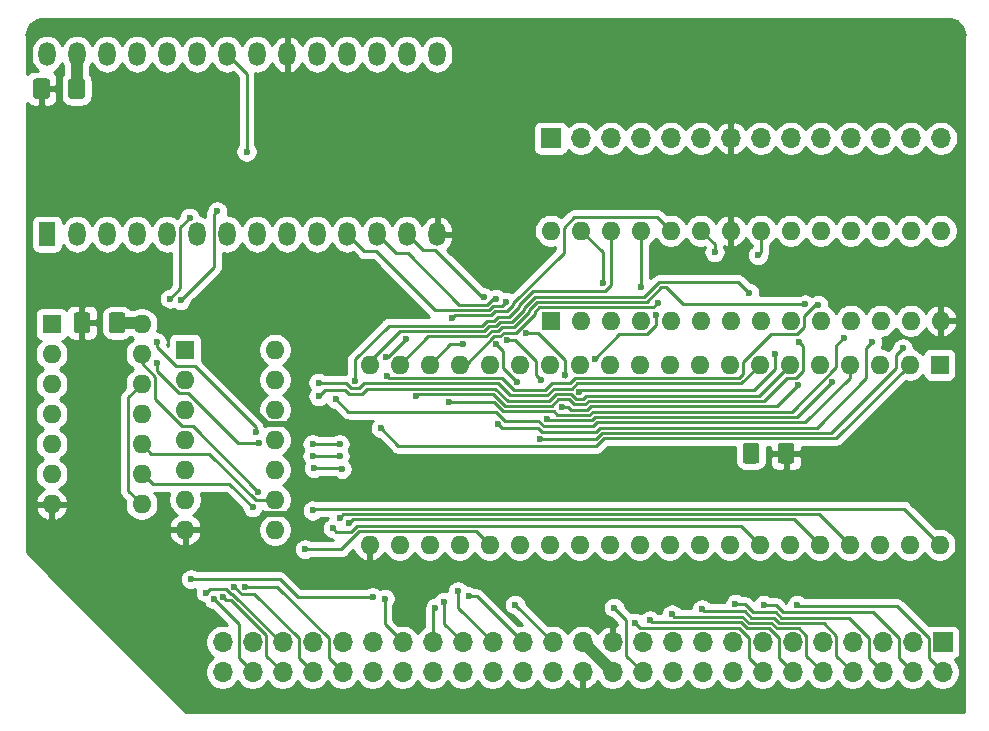
<source format=gbr>
G04 #@! TF.GenerationSoftware,KiCad,Pcbnew,(5.1.6-0-10_14)*
G04 #@! TF.CreationDate,2021-01-13T00:47:20+01:00*
G04 #@! TF.ProjectId,proc_board,70726f63-5f62-46f6-9172-642e6b696361,rev?*
G04 #@! TF.SameCoordinates,Original*
G04 #@! TF.FileFunction,Copper,L2,Bot*
G04 #@! TF.FilePolarity,Positive*
%FSLAX46Y46*%
G04 Gerber Fmt 4.6, Leading zero omitted, Abs format (unit mm)*
G04 Created by KiCad (PCBNEW (5.1.6-0-10_14)) date 2021-01-13 00:47:20*
%MOMM*%
%LPD*%
G01*
G04 APERTURE LIST*
G04 #@! TA.AperFunction,ComponentPad*
%ADD10O,1.600000X1.600000*%
G04 #@! TD*
G04 #@! TA.AperFunction,ComponentPad*
%ADD11R,1.600000X1.600000*%
G04 #@! TD*
G04 #@! TA.AperFunction,ComponentPad*
%ADD12O,1.700000X1.700000*%
G04 #@! TD*
G04 #@! TA.AperFunction,ComponentPad*
%ADD13R,1.700000X1.700000*%
G04 #@! TD*
G04 #@! TA.AperFunction,ComponentPad*
%ADD14O,1.440000X2.000000*%
G04 #@! TD*
G04 #@! TA.AperFunction,ComponentPad*
%ADD15R,1.440000X2.000000*%
G04 #@! TD*
G04 #@! TA.AperFunction,ViaPad*
%ADD16C,0.600000*%
G04 #@! TD*
G04 #@! TA.AperFunction,ViaPad*
%ADD17C,0.800000*%
G04 #@! TD*
G04 #@! TA.AperFunction,Conductor*
%ADD18C,0.250000*%
G04 #@! TD*
G04 #@! TA.AperFunction,Conductor*
%ADD19C,0.500000*%
G04 #@! TD*
G04 #@! TA.AperFunction,Conductor*
%ADD20C,1.000000*%
G04 #@! TD*
G04 #@! TA.AperFunction,Conductor*
%ADD21C,0.254000*%
G04 #@! TD*
G04 APERTURE END LIST*
D10*
G04 #@! TO.P,U5,14*
G04 #@! TO.N,+5V*
X10414000Y33528000D03*
G04 #@! TO.P,U5,7*
G04 #@! TO.N,GND*
X2794000Y18288000D03*
G04 #@! TO.P,U5,13*
G04 #@! TO.N,Net-(U1-Pad8)*
X10414000Y30988000D03*
G04 #@! TO.P,U5,6*
G04 #@! TO.N,Net-(U1-Pad9)*
X2794000Y20828000D03*
G04 #@! TO.P,U5,12*
G04 #@! TO.N,ROM_CS*
X10414000Y28448000D03*
G04 #@! TO.P,U5,5*
G04 #@! TO.N,Net-(U5-Pad3)*
X2794000Y23368000D03*
G04 #@! TO.P,U5,11*
G04 #@! TO.N,RAM_CS*
X10414000Y25908000D03*
G04 #@! TO.P,U5,4*
G04 #@! TO.N,Net-(U5-Pad3)*
X2794000Y25908000D03*
G04 #@! TO.P,U5,10*
G04 #@! TO.N,Net-(U1-Pad9)*
X10414000Y23368000D03*
G04 #@! TO.P,U5,3*
G04 #@! TO.N,Net-(U5-Pad3)*
X2794000Y28448000D03*
G04 #@! TO.P,U5,9*
G04 #@! TO.N,A15*
X10414000Y20828000D03*
G04 #@! TO.P,U5,2*
G04 #@! TO.N,~INH~*
X2794000Y30988000D03*
G04 #@! TO.P,U5,8*
G04 #@! TO.N,ROM_CS*
X10414000Y18288000D03*
D11*
G04 #@! TO.P,U5,1*
G04 #@! TO.N,~SSEL~*
X2794000Y33528000D03*
G04 #@! TD*
D12*
G04 #@! TO.P,U6,14*
G04 #@! TO.N,D3*
X78079001Y49276000D03*
G04 #@! TO.P,U6,13*
G04 #@! TO.N,D4*
X75539001Y49276000D03*
G04 #@! TO.P,U6,12*
G04 #@! TO.N,D5*
X72999001Y49276000D03*
G04 #@! TO.P,U6,11*
G04 #@! TO.N,D6*
X70459001Y49276000D03*
G04 #@! TO.P,U6,10*
G04 #@! TO.N,D7*
X67919001Y49276000D03*
G04 #@! TO.P,U6,9*
G04 #@! TO.N,RAM_CS*
X65379001Y49276000D03*
G04 #@! TO.P,U6,8*
G04 #@! TO.N,A10*
X62839001Y49276000D03*
G04 #@! TO.P,U6,7*
G04 #@! TO.N,GND*
X60299001Y49276000D03*
G04 #@! TO.P,U6,6*
G04 #@! TO.N,A11*
X57759001Y49276000D03*
G04 #@! TO.P,U6,5*
G04 #@! TO.N,A9*
X55219001Y49276000D03*
G04 #@! TO.P,U6,4*
G04 #@! TO.N,A8*
X52679001Y49276000D03*
G04 #@! TO.P,U6,3*
G04 #@! TO.N,A13*
X50139001Y49276000D03*
G04 #@! TO.P,U6,2*
G04 #@! TO.N,R~W~*
X47599001Y49276000D03*
D13*
G04 #@! TO.P,U6,1*
G04 #@! TO.N,+5V*
X45059001Y49276000D03*
G04 #@! TD*
D14*
G04 #@! TO.P,U4,15*
G04 #@! TO.N,D3*
X35433000Y56388000D03*
G04 #@! TO.P,U4,14*
G04 #@! TO.N,GND*
X35433000Y41148000D03*
G04 #@! TO.P,U4,16*
G04 #@! TO.N,D4*
X32893000Y56388000D03*
G04 #@! TO.P,U4,13*
G04 #@! TO.N,D2*
X32893000Y41148000D03*
G04 #@! TO.P,U4,17*
G04 #@! TO.N,D5*
X30353000Y56388000D03*
G04 #@! TO.P,U4,12*
G04 #@! TO.N,D1*
X30353000Y41148000D03*
G04 #@! TO.P,U4,18*
G04 #@! TO.N,D6*
X27813000Y56388000D03*
G04 #@! TO.P,U4,11*
G04 #@! TO.N,D0*
X27813000Y41148000D03*
G04 #@! TO.P,U4,19*
G04 #@! TO.N,D7*
X25273000Y56388000D03*
G04 #@! TO.P,U4,10*
G04 #@! TO.N,A0*
X25273000Y41148000D03*
G04 #@! TO.P,U4,20*
G04 #@! TO.N,GND*
X22733000Y56388000D03*
G04 #@! TO.P,U4,9*
G04 #@! TO.N,A1*
X22733000Y41148000D03*
G04 #@! TO.P,U4,21*
G04 #@! TO.N,A10*
X20193000Y56388000D03*
G04 #@! TO.P,U4,8*
G04 #@! TO.N,A2*
X20193000Y41148000D03*
G04 #@! TO.P,U4,22*
G04 #@! TO.N,ROM_CS*
X17653000Y56388000D03*
G04 #@! TO.P,U4,7*
G04 #@! TO.N,A3*
X17653000Y41148000D03*
G04 #@! TO.P,U4,23*
G04 #@! TO.N,A11*
X15113000Y56388000D03*
G04 #@! TO.P,U4,6*
G04 #@! TO.N,A4*
X15113000Y41148000D03*
G04 #@! TO.P,U4,24*
G04 #@! TO.N,A9*
X12573000Y56388000D03*
G04 #@! TO.P,U4,5*
G04 #@! TO.N,A5*
X12573000Y41148000D03*
G04 #@! TO.P,U4,25*
G04 #@! TO.N,A8*
X10033000Y56388000D03*
G04 #@! TO.P,U4,4*
G04 #@! TO.N,A6*
X10033000Y41148000D03*
G04 #@! TO.P,U4,26*
G04 #@! TO.N,A13*
X7493000Y56388000D03*
G04 #@! TO.P,U4,3*
G04 #@! TO.N,A7*
X7493000Y41148000D03*
G04 #@! TO.P,U4,27*
G04 #@! TO.N,+5V*
X4953000Y56388000D03*
G04 #@! TO.P,U4,2*
G04 #@! TO.N,A12*
X4953000Y41148000D03*
G04 #@! TO.P,U4,28*
G04 #@! TO.N,+5V*
X2413000Y56388000D03*
D15*
G04 #@! TO.P,U4,1*
G04 #@! TO.N,A14*
X2413000Y41148000D03*
G04 #@! TD*
D10*
G04 #@! TO.P,U3,28*
G04 #@! TO.N,+5V*
X45059001Y41453001D03*
G04 #@! TO.P,U3,14*
G04 #@! TO.N,GND*
X78079001Y33833001D03*
G04 #@! TO.P,U3,27*
G04 #@! TO.N,R~W~*
X47599001Y41453001D03*
G04 #@! TO.P,U3,13*
G04 #@! TO.N,D2*
X75539001Y33833001D03*
G04 #@! TO.P,U3,26*
G04 #@! TO.N,A13*
X50139001Y41453001D03*
G04 #@! TO.P,U3,12*
G04 #@! TO.N,D1*
X72999001Y33833001D03*
G04 #@! TO.P,U3,25*
G04 #@! TO.N,A8*
X52679001Y41453001D03*
G04 #@! TO.P,U3,11*
G04 #@! TO.N,D0*
X70459001Y33833001D03*
G04 #@! TO.P,U3,24*
G04 #@! TO.N,A9*
X55219001Y41453001D03*
G04 #@! TO.P,U3,10*
G04 #@! TO.N,A0*
X67919001Y33833001D03*
G04 #@! TO.P,U3,23*
G04 #@! TO.N,A11*
X57759001Y41453001D03*
G04 #@! TO.P,U3,9*
G04 #@! TO.N,A1*
X65379001Y33833001D03*
G04 #@! TO.P,U3,22*
G04 #@! TO.N,GND*
X60299001Y41453001D03*
G04 #@! TO.P,U3,8*
G04 #@! TO.N,A2*
X62839001Y33833001D03*
G04 #@! TO.P,U3,21*
G04 #@! TO.N,A10*
X62839001Y41453001D03*
G04 #@! TO.P,U3,7*
G04 #@! TO.N,A3*
X60299001Y33833001D03*
G04 #@! TO.P,U3,20*
G04 #@! TO.N,RAM_CS*
X65379001Y41453001D03*
G04 #@! TO.P,U3,6*
G04 #@! TO.N,A4*
X57759001Y33833001D03*
G04 #@! TO.P,U3,19*
G04 #@! TO.N,D7*
X67919001Y41453001D03*
G04 #@! TO.P,U3,5*
G04 #@! TO.N,A5*
X55219001Y33833001D03*
G04 #@! TO.P,U3,18*
G04 #@! TO.N,D6*
X70459001Y41453001D03*
G04 #@! TO.P,U3,4*
G04 #@! TO.N,A6*
X52679001Y33833001D03*
G04 #@! TO.P,U3,17*
G04 #@! TO.N,D5*
X72999001Y41453001D03*
G04 #@! TO.P,U3,3*
G04 #@! TO.N,A7*
X50139001Y33833001D03*
G04 #@! TO.P,U3,16*
G04 #@! TO.N,D4*
X75539001Y41453001D03*
G04 #@! TO.P,U3,2*
G04 #@! TO.N,A12*
X47599001Y33833001D03*
G04 #@! TO.P,U3,15*
G04 #@! TO.N,D3*
X78079001Y41453001D03*
D11*
G04 #@! TO.P,U3,1*
G04 #@! TO.N,A14*
X45059001Y33833001D03*
G04 #@! TD*
G04 #@! TO.P,C5,2*
G04 #@! TO.N,+5V*
G04 #@! TA.AperFunction,SMDPad,CuDef*
G36*
G01*
X4204000Y52842000D02*
X4204000Y54092000D01*
G75*
G02*
X4454000Y54342000I250000J0D01*
G01*
X5379000Y54342000D01*
G75*
G02*
X5629000Y54092000I0J-250000D01*
G01*
X5629000Y52842000D01*
G75*
G02*
X5379000Y52592000I-250000J0D01*
G01*
X4454000Y52592000D01*
G75*
G02*
X4204000Y52842000I0J250000D01*
G01*
G37*
G04 #@! TD.AperFunction*
G04 #@! TO.P,C5,1*
G04 #@! TO.N,GND*
G04 #@! TA.AperFunction,SMDPad,CuDef*
G36*
G01*
X1229000Y52842000D02*
X1229000Y54092000D01*
G75*
G02*
X1479000Y54342000I250000J0D01*
G01*
X2404000Y54342000D01*
G75*
G02*
X2654000Y54092000I0J-250000D01*
G01*
X2654000Y52842000D01*
G75*
G02*
X2404000Y52592000I-250000J0D01*
G01*
X1479000Y52592000D01*
G75*
G02*
X1229000Y52842000I0J250000D01*
G01*
G37*
G04 #@! TD.AperFunction*
G04 #@! TD*
G04 #@! TO.P,C2,2*
G04 #@! TO.N,+5V*
G04 #@! TA.AperFunction,SMDPad,CuDef*
G36*
G01*
X7633000Y33030000D02*
X7633000Y34280000D01*
G75*
G02*
X7883000Y34530000I250000J0D01*
G01*
X8808000Y34530000D01*
G75*
G02*
X9058000Y34280000I0J-250000D01*
G01*
X9058000Y33030000D01*
G75*
G02*
X8808000Y32780000I-250000J0D01*
G01*
X7883000Y32780000D01*
G75*
G02*
X7633000Y33030000I0J250000D01*
G01*
G37*
G04 #@! TD.AperFunction*
G04 #@! TO.P,C2,1*
G04 #@! TO.N,GND*
G04 #@! TA.AperFunction,SMDPad,CuDef*
G36*
G01*
X4658000Y33030000D02*
X4658000Y34280000D01*
G75*
G02*
X4908000Y34530000I250000J0D01*
G01*
X5833000Y34530000D01*
G75*
G02*
X6083000Y34280000I0J-250000D01*
G01*
X6083000Y33030000D01*
G75*
G02*
X5833000Y32780000I-250000J0D01*
G01*
X4908000Y32780000D01*
G75*
G02*
X4658000Y33030000I0J250000D01*
G01*
G37*
G04 #@! TD.AperFunction*
G04 #@! TD*
D10*
G04 #@! TO.P,U2,40*
G04 #@! TO.N,~RESET~*
X77978000Y14859000D03*
G04 #@! TO.P,U2,20*
G04 #@! TO.N,A11*
X29718000Y30099000D03*
G04 #@! TO.P,U2,39*
G04 #@! TO.N,Net-(U2-Pad39)*
X75438000Y14859000D03*
G04 #@! TO.P,U2,19*
G04 #@! TO.N,A10*
X32258000Y30099000D03*
G04 #@! TO.P,U2,38*
G04 #@! TO.N,Net-(U2-Pad38)*
X72898000Y14859000D03*
G04 #@! TO.P,U2,18*
G04 #@! TO.N,A9*
X34798000Y30099000D03*
G04 #@! TO.P,U2,37*
G04 #@! TO.N,CLK*
X70358000Y14859000D03*
G04 #@! TO.P,U2,17*
G04 #@! TO.N,A8*
X37338000Y30099000D03*
G04 #@! TO.P,U2,36*
G04 #@! TO.N,BE*
X67818000Y14859000D03*
G04 #@! TO.P,U2,16*
G04 #@! TO.N,A7*
X39878000Y30099000D03*
G04 #@! TO.P,U2,35*
G04 #@! TO.N,Net-(U2-Pad35)*
X65278000Y14859000D03*
G04 #@! TO.P,U2,15*
G04 #@! TO.N,A6*
X42418000Y30099000D03*
G04 #@! TO.P,U2,34*
G04 #@! TO.N,R~W~*
X62738000Y14859000D03*
G04 #@! TO.P,U2,14*
G04 #@! TO.N,A5*
X44958000Y30099000D03*
G04 #@! TO.P,U2,33*
G04 #@! TO.N,D0*
X60198000Y14859000D03*
G04 #@! TO.P,U2,13*
G04 #@! TO.N,A4*
X47498000Y30099000D03*
G04 #@! TO.P,U2,32*
G04 #@! TO.N,D1*
X57658000Y14859000D03*
G04 #@! TO.P,U2,12*
G04 #@! TO.N,A3*
X50038000Y30099000D03*
G04 #@! TO.P,U2,31*
G04 #@! TO.N,D2*
X55118000Y14859000D03*
G04 #@! TO.P,U2,11*
G04 #@! TO.N,A2*
X52578000Y30099000D03*
G04 #@! TO.P,U2,30*
G04 #@! TO.N,D3*
X52578000Y14859000D03*
G04 #@! TO.P,U2,10*
G04 #@! TO.N,A1*
X55118000Y30099000D03*
G04 #@! TO.P,U2,29*
G04 #@! TO.N,D4*
X50038000Y14859000D03*
G04 #@! TO.P,U2,9*
G04 #@! TO.N,A0*
X57658000Y30099000D03*
G04 #@! TO.P,U2,28*
G04 #@! TO.N,D5*
X47498000Y14859000D03*
G04 #@! TO.P,U2,8*
G04 #@! TO.N,+5V*
X60198000Y30099000D03*
G04 #@! TO.P,U2,27*
G04 #@! TO.N,D6*
X44958000Y14859000D03*
G04 #@! TO.P,U2,7*
G04 #@! TO.N,SYNC*
X62738000Y30099000D03*
G04 #@! TO.P,U2,26*
G04 #@! TO.N,D7*
X42418000Y14859000D03*
G04 #@! TO.P,U2,6*
G04 #@! TO.N,~NMI~*
X65278000Y30099000D03*
G04 #@! TO.P,U2,25*
G04 #@! TO.N,A15*
X39878000Y14859000D03*
G04 #@! TO.P,U2,5*
G04 #@! TO.N,Net-(U2-Pad5)*
X67818000Y30099000D03*
G04 #@! TO.P,U2,24*
G04 #@! TO.N,A14*
X37338000Y14859000D03*
G04 #@! TO.P,U2,4*
G04 #@! TO.N,~IRQ~*
X70358000Y30099000D03*
G04 #@! TO.P,U2,23*
G04 #@! TO.N,A13*
X34798000Y14859000D03*
G04 #@! TO.P,U2,3*
G04 #@! TO.N,Net-(U2-Pad3)*
X72898000Y30099000D03*
G04 #@! TO.P,U2,22*
G04 #@! TO.N,A12*
X32258000Y14859000D03*
G04 #@! TO.P,U2,2*
G04 #@! TO.N,RDY*
X75438000Y30099000D03*
G04 #@! TO.P,U2,21*
G04 #@! TO.N,GND*
X29718000Y14859000D03*
D11*
G04 #@! TO.P,U2,1*
G04 #@! TO.N,Net-(U2-Pad1)*
X77978000Y30099000D03*
G04 #@! TD*
D10*
G04 #@! TO.P,U1,14*
G04 #@! TO.N,+5V*
X21717000Y31369000D03*
G04 #@! TO.P,U1,7*
G04 #@! TO.N,GND*
X14097000Y16129000D03*
G04 #@! TO.P,U1,13*
G04 #@! TO.N,Net-(R1-Pad1)*
X21717000Y28829000D03*
G04 #@! TO.P,U1,6*
G04 #@! TO.N,~IRQ~*
X14097000Y18669000D03*
G04 #@! TO.P,U1,12*
G04 #@! TO.N,Net-(R1-Pad1)*
X21717000Y26289000D03*
G04 #@! TO.P,U1,5*
G04 #@! TO.N,~IRQ0~*
X14097000Y21209000D03*
G04 #@! TO.P,U1,11*
G04 #@! TO.N,N/C*
X21717000Y23749000D03*
G04 #@! TO.P,U1,4*
G04 #@! TO.N,~IRQ1~*
X14097000Y23749000D03*
G04 #@! TO.P,U1,10*
G04 #@! TO.N,CLK*
X21717000Y21209000D03*
G04 #@! TO.P,U1,3*
G04 #@! TO.N,N/C*
X14097000Y26289000D03*
G04 #@! TO.P,U1,9*
G04 #@! TO.N,Net-(U1-Pad9)*
X21717000Y18669000D03*
G04 #@! TO.P,U1,2*
G04 #@! TO.N,~IRQ2~*
X14097000Y28829000D03*
G04 #@! TO.P,U1,8*
G04 #@! TO.N,Net-(U1-Pad8)*
X21717000Y16129000D03*
D11*
G04 #@! TO.P,U1,1*
G04 #@! TO.N,~IRQ3~*
X14097000Y31369000D03*
G04 #@! TD*
G04 #@! TO.P,C3,2*
G04 #@! TO.N,+5V*
G04 #@! TA.AperFunction,SMDPad,CuDef*
G36*
G01*
X62725000Y23231000D02*
X62725000Y21981000D01*
G75*
G02*
X62475000Y21731000I-250000J0D01*
G01*
X61550000Y21731000D01*
G75*
G02*
X61300000Y21981000I0J250000D01*
G01*
X61300000Y23231000D01*
G75*
G02*
X61550000Y23481000I250000J0D01*
G01*
X62475000Y23481000D01*
G75*
G02*
X62725000Y23231000I0J-250000D01*
G01*
G37*
G04 #@! TD.AperFunction*
G04 #@! TO.P,C3,1*
G04 #@! TO.N,GND*
G04 #@! TA.AperFunction,SMDPad,CuDef*
G36*
G01*
X65700000Y23231000D02*
X65700000Y21981000D01*
G75*
G02*
X65450000Y21731000I-250000J0D01*
G01*
X64525000Y21731000D01*
G75*
G02*
X64275000Y21981000I0J250000D01*
G01*
X64275000Y23231000D01*
G75*
G02*
X64525000Y23481000I250000J0D01*
G01*
X65450000Y23481000D01*
G75*
G02*
X65700000Y23231000I0J-250000D01*
G01*
G37*
G04 #@! TD.AperFunction*
G04 #@! TD*
D12*
G04 #@! TO.P,J1,50*
G04 #@! TO.N,~NMI~*
X17272000Y4064000D03*
G04 #@! TO.P,J1,49*
G04 #@! TO.N,~RESET~*
X17272000Y6604000D03*
G04 #@! TO.P,J1,48*
G04 #@! TO.N,~IRQ0~*
X19812000Y4064000D03*
G04 #@! TO.P,J1,47*
G04 #@! TO.N,SYNC*
X19812000Y6604000D03*
G04 #@! TO.P,J1,46*
G04 #@! TO.N,~IRQ1~*
X22352000Y4064000D03*
G04 #@! TO.P,J1,45*
G04 #@! TO.N,~IRQ~*
X22352000Y6604000D03*
G04 #@! TO.P,J1,44*
G04 #@! TO.N,~IRQ2~*
X24892000Y4064000D03*
G04 #@! TO.P,J1,43*
G04 #@! TO.N,R~W~*
X24892000Y6604000D03*
G04 #@! TO.P,J1,42*
G04 #@! TO.N,~IRQ3~*
X27432000Y4064000D03*
G04 #@! TO.P,J1,41*
G04 #@! TO.N,CLK*
X27432000Y6604000D03*
G04 #@! TO.P,J1,40*
G04 #@! TO.N,LED4*
X29972000Y4064000D03*
G04 #@! TO.P,J1,39*
G04 #@! TO.N,BE*
X29972000Y6604000D03*
G04 #@! TO.P,J1,38*
G04 #@! TO.N,LED3*
X32512000Y4064000D03*
G04 #@! TO.P,J1,37*
G04 #@! TO.N,RDY*
X32512000Y6604000D03*
G04 #@! TO.P,J1,36*
G04 #@! TO.N,LED2*
X35052000Y4064000D03*
G04 #@! TO.P,J1,35*
G04 #@! TO.N,A15*
X35052000Y6604000D03*
G04 #@! TO.P,J1,34*
G04 #@! TO.N,LED1*
X37592000Y4064000D03*
G04 #@! TO.P,J1,33*
G04 #@! TO.N,A14*
X37592000Y6604000D03*
G04 #@! TO.P,J1,32*
G04 #@! TO.N,Net-(J1-Pad32)*
X40132000Y4064000D03*
G04 #@! TO.P,J1,31*
G04 #@! TO.N,A13*
X40132000Y6604000D03*
G04 #@! TO.P,J1,30*
G04 #@! TO.N,~INH~*
X42672000Y4064000D03*
G04 #@! TO.P,J1,29*
G04 #@! TO.N,A12*
X42672000Y6604000D03*
G04 #@! TO.P,J1,28*
G04 #@! TO.N,~SSEL~*
X45212000Y4064000D03*
G04 #@! TO.P,J1,27*
G04 #@! TO.N,A11*
X45212000Y6604000D03*
G04 #@! TO.P,J1,26*
G04 #@! TO.N,GND*
X47752000Y4064000D03*
G04 #@! TO.P,J1,25*
G04 #@! TO.N,+5V*
X47752000Y6604000D03*
G04 #@! TO.P,J1,24*
X50292000Y4064000D03*
G04 #@! TO.P,J1,23*
G04 #@! TO.N,GND*
X50292000Y6604000D03*
G04 #@! TO.P,J1,22*
G04 #@! TO.N,~SLOW~*
X52832000Y4064000D03*
G04 #@! TO.P,J1,21*
G04 #@! TO.N,A10*
X52832000Y6604000D03*
G04 #@! TO.P,J1,20*
G04 #@! TO.N,EX1*
X55372000Y4064000D03*
G04 #@! TO.P,J1,19*
G04 #@! TO.N,A9*
X55372000Y6604000D03*
G04 #@! TO.P,J1,18*
G04 #@! TO.N,EX0*
X57912000Y4064000D03*
G04 #@! TO.P,J1,17*
G04 #@! TO.N,A8*
X57912000Y6604000D03*
G04 #@! TO.P,J1,16*
G04 #@! TO.N,D7*
X60452000Y4064000D03*
G04 #@! TO.P,J1,15*
G04 #@! TO.N,A7*
X60452000Y6604000D03*
G04 #@! TO.P,J1,14*
G04 #@! TO.N,D6*
X62992000Y4064000D03*
G04 #@! TO.P,J1,13*
G04 #@! TO.N,A6*
X62992000Y6604000D03*
G04 #@! TO.P,J1,12*
G04 #@! TO.N,D5*
X65532000Y4064000D03*
G04 #@! TO.P,J1,11*
G04 #@! TO.N,A5*
X65532000Y6604000D03*
G04 #@! TO.P,J1,10*
G04 #@! TO.N,D4*
X68072000Y4064000D03*
G04 #@! TO.P,J1,9*
G04 #@! TO.N,A4*
X68072000Y6604000D03*
G04 #@! TO.P,J1,8*
G04 #@! TO.N,D3*
X70612000Y4064000D03*
G04 #@! TO.P,J1,7*
G04 #@! TO.N,A3*
X70612000Y6604000D03*
G04 #@! TO.P,J1,6*
G04 #@! TO.N,D2*
X73152000Y4064000D03*
G04 #@! TO.P,J1,5*
G04 #@! TO.N,A2*
X73152000Y6604000D03*
G04 #@! TO.P,J1,4*
G04 #@! TO.N,D1*
X75692000Y4064000D03*
G04 #@! TO.P,J1,3*
G04 #@! TO.N,A1*
X75692000Y6604000D03*
G04 #@! TO.P,J1,2*
G04 #@! TO.N,D0*
X78232000Y4064000D03*
D13*
G04 #@! TO.P,J1,1*
G04 #@! TO.N,A0*
X78232000Y6604000D03*
G04 #@! TD*
D16*
G04 #@! TO.N,RDY*
X30988000Y10287000D03*
X30673052Y24704050D03*
G04 #@! TO.N,A15*
X19811992Y18034000D03*
X24256988Y14478000D03*
X35281413Y9515010D03*
G04 #@! TO.N,A14*
X36031106Y10023010D03*
X32766000Y32258000D03*
X31115000Y30734000D03*
G04 #@! TO.N,A13*
X37211009Y10923032D03*
X28513902Y28718313D03*
G04 #@! TO.N,A12*
X38102547Y10473021D03*
G04 #@! TO.N,A11*
X42037000Y9779000D03*
X58928000Y39624000D03*
X61849000Y36195000D03*
D17*
G04 #@! TO.N,GND*
X18669000Y34290000D03*
X48133000Y44196000D03*
G04 #@! TO.N,+5V*
X62103000Y22987000D03*
D16*
G04 #@! TO.N,A10*
X62611000Y39370000D03*
X66603677Y35205715D03*
G04 #@! TO.N,A9*
X36703000Y34036000D03*
X37592000Y31875968D03*
G04 #@! TO.N,A8*
X54102000Y35306000D03*
X52705000Y36703000D03*
G04 #@! TO.N,D7*
X67691000Y35179000D03*
X31231271Y29142021D03*
G04 #@! TO.N,D6*
X52197000Y8255000D03*
X66040000Y32004000D03*
X33626133Y27430968D03*
G04 #@! TO.N,D5*
X53447012Y8461966D03*
X69850000Y32385000D03*
X36449000Y26924000D03*
G04 #@! TO.N,D4*
X55334746Y8949021D03*
X72263000Y32004000D03*
X40596181Y25060867D03*
G04 #@! TO.N,D3*
X57874803Y9399032D03*
X74867002Y31496000D03*
X44130565Y23836061D03*
G04 #@! TO.N,D2*
X60700424Y9849043D03*
X68899944Y28646046D03*
X40453434Y31816434D03*
X39373794Y35810197D03*
X42175584Y28627324D03*
X44778137Y25514946D03*
G04 #@! TO.N,D1*
X63083943Y9754044D03*
X65990503Y28373265D03*
X44196000Y28829000D03*
X45976821Y26530948D03*
X40386000Y35687000D03*
X41373905Y32182941D03*
G04 #@! TO.N,D0*
X65921393Y9754044D03*
X64008000Y30988000D03*
X47484970Y27802251D03*
X46228000Y29210000D03*
X42944272Y32747728D03*
X41275000Y35433000D03*
G04 #@! TO.N,CLK*
X25020028Y21336000D03*
X27372083Y21274019D03*
X27178004Y17145000D03*
G04 #@! TO.N,BE*
X27967073Y16686323D03*
G04 #@! TO.N,SYNC*
X25400000Y28575000D03*
G04 #@! TO.N,R~W~*
X48768000Y30607036D03*
X53996653Y34343785D03*
X49453826Y37002725D03*
X26617956Y16247278D03*
G04 #@! TO.N,~INH~*
X27179032Y22352000D03*
X24892000Y22352000D03*
X20320000Y23480998D03*
X11684000Y30226000D03*
G04 #@! TO.N,Net-(U1-Pad8)*
X20313159Y19307149D03*
G04 #@! TO.N,~NMI~*
X25400000Y27432000D03*
G04 #@! TO.N,~RESET~*
X24900966Y17755005D03*
G04 #@! TO.N,~IRQ0~*
X16541347Y10218251D03*
G04 #@! TO.N,~IRQ1~*
X17302584Y10464291D03*
G04 #@! TO.N,~IRQ~*
X15875434Y10795434D03*
X26869291Y27193281D03*
G04 #@! TO.N,~IRQ2~*
X18262787Y11312990D03*
G04 #@! TO.N,~IRQ3~*
X19147116Y11312990D03*
G04 #@! TO.N,~SSEL~*
X27179032Y23368000D03*
X24892000Y23368000D03*
X20066000Y24384000D03*
X11684000Y32004000D03*
G04 #@! TO.N,RAM_CS*
X14478000Y42545000D03*
X12827000Y35687000D03*
G04 #@! TO.N,ROM_CS*
X19304000Y48133000D03*
X16824054Y43098020D03*
X13716007Y35559993D03*
G04 #@! TO.N,~SLOW~*
X29972000Y10414000D03*
X50419000Y9525000D03*
X14605000Y11938000D03*
G04 #@! TD*
D18*
G04 #@! TO.N,RDY*
X30988000Y8128000D02*
X32512000Y6604000D01*
X30988000Y10287000D02*
X30988000Y8128000D01*
X32166043Y23211059D02*
X30673052Y24704050D01*
X48910068Y23211059D02*
X32166043Y23211059D01*
X75438000Y30099000D02*
X69217881Y23878881D01*
X49577890Y23878881D02*
X48910068Y23211059D01*
X69217881Y23878881D02*
X49577890Y23878881D01*
G04 #@! TO.N,A15*
X11373699Y19995301D02*
X17850691Y19995301D01*
X10414000Y20955000D02*
X11373699Y19995301D01*
X17850691Y19995301D02*
X19811992Y18034000D01*
X35052000Y9285597D02*
X35281413Y9515010D01*
X35052000Y6604000D02*
X35052000Y9285597D01*
X28826166Y15984001D02*
X27320165Y14478000D01*
X39878000Y14859000D02*
X38752999Y15984001D01*
X27320165Y14478000D02*
X24256988Y14478000D01*
X38752999Y15984001D02*
X28826166Y15984001D01*
G04 #@! TO.N,A14*
X36031106Y8164894D02*
X36031106Y10023010D01*
X37592000Y6604000D02*
X36031106Y8164894D01*
X31242000Y30734000D02*
X31115000Y30734000D01*
X32766000Y32258000D02*
X31242000Y30734000D01*
G04 #@! TO.N,A13*
X37211009Y9524991D02*
X37211009Y10923032D01*
X40132000Y6604000D02*
X37211009Y9524991D01*
X43548445Y36308035D02*
X42350012Y35109602D01*
X40559810Y34161976D02*
X40232996Y33835162D01*
X41565389Y34161976D02*
X40559810Y34161976D01*
X50139001Y36804001D02*
X49643035Y36308035D01*
X31354998Y33401000D02*
X28513902Y30559904D01*
X50139001Y41453001D02*
X50139001Y36804001D01*
X49643035Y36308035D02*
X43548445Y36308035D01*
X42350012Y35109602D02*
X42350012Y34946599D01*
X42350012Y34946599D02*
X41565389Y34161976D01*
X40232996Y33835162D02*
X39675358Y33835162D01*
X39241196Y33401000D02*
X31354998Y33401000D01*
X39675358Y33835162D02*
X39241196Y33401000D01*
X28513902Y30559904D02*
X28513902Y28718313D01*
G04 #@! TO.N,A12*
X38802979Y10473021D02*
X38102547Y10473021D01*
X42672000Y6604000D02*
X38802979Y10473021D01*
G04 #@! TO.N,A11*
X42037000Y9779000D02*
X45212000Y6604000D01*
X58928000Y40284002D02*
X57759001Y41453001D01*
X58928000Y39624000D02*
X58928000Y40284002D01*
X41751789Y33711965D02*
X42800023Y34760199D01*
X32279985Y32950989D02*
X39427596Y32950989D01*
X29718000Y30099000D02*
X29718000Y30389004D01*
X29718000Y30389004D02*
X32279985Y32950989D01*
X60948980Y37095020D02*
X61849000Y36195000D01*
X43734845Y35858024D02*
X53000203Y35858024D01*
X39861758Y33385151D02*
X40419396Y33385151D01*
X39427596Y32950989D02*
X39861758Y33385151D01*
X53000203Y35858024D02*
X54237199Y37095020D01*
X40746209Y33711965D02*
X41751789Y33711965D01*
X42800023Y34923202D02*
X43734845Y35858024D01*
X40419396Y33385151D02*
X40746209Y33711965D01*
X42800023Y34760199D02*
X42800023Y34923202D01*
X54237199Y37095020D02*
X60948980Y37095020D01*
D19*
G04 #@! TO.N,GND*
X20828000Y17418999D02*
X22713001Y17418999D01*
X21062001Y25038999D02*
X22713001Y25038999D01*
X20193000Y25908000D02*
X21062001Y25038999D01*
D20*
G04 #@! TO.N,+5V*
X50292000Y4064000D02*
X47752000Y6604000D01*
X4916500Y56351500D02*
X4953000Y56388000D01*
X4916500Y53467000D02*
X4916500Y56351500D01*
X10541000Y33655000D02*
X8345500Y33655000D01*
D18*
G04 #@! TO.N,A10*
X62839001Y41453001D02*
X62839001Y39598001D01*
X62839001Y39598001D02*
X62611000Y39370000D01*
X40605796Y32935140D02*
X40932610Y33261954D01*
X41938189Y33261954D02*
X43250034Y34573799D01*
X53186603Y35408013D02*
X54423599Y36645009D01*
X54796401Y36645009D02*
X56235695Y35205715D01*
X43250034Y34573799D02*
X43250034Y34736802D01*
X43921245Y35408013D02*
X53186603Y35408013D01*
X39613996Y32500978D02*
X40048158Y32935140D01*
X40048158Y32935140D02*
X40605796Y32935140D01*
X34659978Y32500978D02*
X39613996Y32500978D01*
X43250034Y34736802D02*
X43921245Y35408013D01*
X40932610Y33261954D02*
X41938189Y33261954D01*
X54423599Y36645009D02*
X54796401Y36645009D01*
X56235695Y35205715D02*
X66603677Y35205715D01*
X32258000Y30099000D02*
X34659978Y32500978D01*
G04 #@! TO.N,A9*
X34798000Y30099000D02*
X36574968Y31875968D01*
X36574968Y31875968D02*
X37592000Y31875968D01*
X41900001Y35132999D02*
X41378989Y34611987D01*
X40373409Y34611987D02*
X40046596Y34285173D01*
X54094000Y42578002D02*
X47059000Y42578002D01*
X47059000Y42578002D02*
X46184002Y41703004D01*
X46184002Y41703004D02*
X46184002Y39580002D01*
X36952173Y34285173D02*
X36703000Y34036000D01*
X46184002Y39580002D02*
X41900001Y35296001D01*
X41900001Y35296001D02*
X41900001Y35132999D01*
X40046596Y34285173D02*
X36952173Y34285173D01*
X41378989Y34611987D02*
X40373409Y34611987D01*
X55219001Y41453001D02*
X54094000Y42578002D01*
G04 #@! TO.N,A8*
X54102000Y35306000D02*
X54102000Y35306000D01*
X52705000Y41427002D02*
X52679001Y41453001D01*
X52705000Y36703000D02*
X52705000Y41427002D01*
X37338000Y30099000D02*
X37848429Y30099000D01*
X43700045Y34550402D02*
X44107645Y34958002D01*
X42124589Y32811943D02*
X43700045Y34387399D01*
X44107645Y34958002D02*
X53754002Y34958002D01*
X40792196Y32485129D02*
X41119009Y32811943D01*
X37848429Y30099000D02*
X40234558Y32485129D01*
X43700045Y34387399D02*
X43700045Y34550402D01*
X41119009Y32811943D02*
X42124589Y32811943D01*
X53754002Y34958002D02*
X54102000Y35306000D01*
X40234558Y32485129D02*
X40792196Y32485129D01*
G04 #@! TO.N,D7*
X40951987Y28967022D02*
X31406270Y28967022D01*
X41979009Y27940000D02*
X40951987Y28967022D01*
X44578410Y27940000D02*
X41979009Y27940000D01*
X65919002Y32708000D02*
X63681998Y32708000D01*
X66504002Y34222141D02*
X66504002Y33293000D01*
X67460861Y35179000D02*
X66504002Y34222141D01*
X45144401Y28505991D02*
X44578410Y27940000D01*
X61323001Y29319001D02*
X60971022Y28967022D01*
X61323001Y30349003D02*
X61323001Y29319001D01*
X67691000Y35179000D02*
X67460861Y35179000D01*
X66504002Y33293000D02*
X65919002Y32708000D01*
X46668401Y28505991D02*
X45144401Y28505991D01*
X47129432Y28967022D02*
X46668401Y28505991D01*
X60971022Y28967022D02*
X47129432Y28967022D01*
X31406270Y28967022D02*
X31231271Y29142021D01*
X63681998Y32708000D02*
X61323001Y30349003D01*
G04 #@! TO.N,D6*
X61816999Y6978003D02*
X60979629Y7815373D01*
X60979629Y7815373D02*
X52636627Y7815373D01*
X52636627Y7815373D02*
X52197000Y8255000D01*
X62992000Y4064000D02*
X61816999Y5239001D01*
X61816999Y5239001D02*
X61816999Y6978003D01*
X33655000Y27559000D02*
X33655000Y27559000D01*
X65818001Y28973999D02*
X65043409Y28973999D01*
X45137610Y26589967D02*
X41223802Y26589967D01*
X66040000Y32004000D02*
X66403001Y31640999D01*
X66403001Y31640999D02*
X66403001Y29558999D01*
X66403001Y29558999D02*
X65818001Y28973999D01*
X33801132Y27605967D02*
X33626133Y27430968D01*
X63098368Y27028958D02*
X48273089Y27028958D01*
X48273089Y27028958D02*
X47971371Y26727239D01*
X46998569Y26727239D02*
X46569850Y27155958D01*
X46569850Y27155958D02*
X45703601Y27155958D01*
X40207802Y27605967D02*
X33801132Y27605967D01*
X47971371Y26727239D02*
X46998569Y26727239D01*
X65043409Y28973999D02*
X63098368Y27028958D01*
X45703601Y27155958D02*
X45137610Y26589967D01*
X41223802Y26589967D02*
X40207802Y27605967D01*
G04 #@! TO.N,D5*
X53613470Y8295508D02*
X53447012Y8461966D01*
X61652411Y7779001D02*
X61135904Y8295508D01*
X61135904Y8295508D02*
X53613470Y8295508D01*
X64356999Y6978003D02*
X63556001Y7779001D01*
X63556001Y7779001D02*
X61652411Y7779001D01*
X64356999Y5239001D02*
X64356999Y6978003D01*
X65532000Y4064000D02*
X64356999Y5239001D01*
X36449000Y26924000D02*
X36449000Y26924000D01*
X69850000Y32385000D02*
X69192189Y31727189D01*
X45312992Y26139956D02*
X41037402Y26139956D01*
X40253358Y26924000D02*
X36449000Y26924000D01*
X41037402Y26139956D02*
X40253358Y26924000D01*
X69192189Y31727189D02*
X69192189Y29862999D01*
X69192189Y29862999D02*
X65458126Y26128936D01*
X45625731Y25827217D02*
X45312992Y26139956D01*
X48344171Y25827217D02*
X45625731Y25827217D01*
X48645889Y26128936D02*
X48344171Y25827217D01*
X65458126Y26128936D02*
X48645889Y26128936D01*
G04 #@! TO.N,D4*
X63742401Y8229012D02*
X61838811Y8229012D01*
X66096001Y7779001D02*
X64192411Y7779001D01*
X66707001Y5428999D02*
X66707001Y7168001D01*
X61838811Y8229012D02*
X61293802Y8774022D01*
X55509745Y8774022D02*
X55334746Y8949021D01*
X61293802Y8774022D02*
X55509745Y8774022D01*
X64192411Y7779001D02*
X63742401Y8229012D01*
X66707001Y7168001D02*
X66096001Y7779001D01*
X68072000Y4064000D02*
X66707001Y5428999D01*
X67577903Y24778903D02*
X49205090Y24778903D01*
X49205090Y24778903D02*
X48866121Y24439934D01*
X71772999Y28973999D02*
X67577903Y24778903D01*
X40896180Y24760868D02*
X40596181Y25060867D01*
X48866121Y24439934D02*
X44291736Y24439934D01*
X44291736Y24439934D02*
X43970803Y24760868D01*
X72263000Y32004000D02*
X71772999Y31513999D01*
X43970803Y24760868D02*
X40896180Y24760868D01*
X71772999Y31513999D02*
X71772999Y28973999D01*
G04 #@! TO.N,D3*
X63928801Y8679023D02*
X62025211Y8679023D01*
X58049802Y9224033D02*
X57874803Y9399032D01*
X68185990Y8229012D02*
X64378811Y8229012D01*
X62025211Y8679023D02*
X61480202Y9224033D01*
X69247001Y5428999D02*
X69247001Y7168001D01*
X64378811Y8229012D02*
X63928801Y8679023D01*
X70612000Y4064000D02*
X69247001Y5428999D01*
X61480202Y9224033D02*
X58049802Y9224033D01*
X69247001Y7168001D02*
X68185990Y8229012D01*
X49391489Y24328892D02*
X48898658Y23836061D01*
X48898658Y23836061D02*
X44130565Y23836061D01*
X74867002Y31496000D02*
X74312999Y30941997D01*
X68792894Y24328892D02*
X49391489Y24328892D01*
X74312999Y29848997D02*
X68792894Y24328892D01*
X74312999Y30941997D02*
X74312999Y29848997D01*
G04 #@! TO.N,D2*
X71976999Y6978003D02*
X70275979Y8679023D01*
X70275979Y8679023D02*
X64565211Y8679023D01*
X64115201Y9129034D02*
X62211611Y9129034D01*
X64565211Y8679023D02*
X64115201Y9129034D01*
X62211611Y9129034D02*
X61491602Y9849043D01*
X71976999Y5239001D02*
X71976999Y6978003D01*
X73152000Y4064000D02*
X71976999Y5239001D01*
X61491602Y9849043D02*
X60700424Y9849043D01*
X39246803Y35810197D02*
X39373794Y35810197D01*
X34226500Y39814500D02*
X35242500Y39814500D01*
X32893000Y41148000D02*
X34226500Y39814500D01*
X35242500Y39814500D02*
X39246803Y35810197D01*
X41003001Y29799907D02*
X42175584Y28627324D01*
X40453434Y31816434D02*
X41003001Y31266867D01*
X41003001Y31266867D02*
X41003001Y29799907D01*
X48530571Y25377206D02*
X44915877Y25377206D01*
X44915877Y25377206D02*
X44778137Y25514946D01*
X68899944Y28646046D02*
X65932823Y25678925D01*
X65932823Y25678925D02*
X48832290Y25678925D01*
X48832290Y25678925D02*
X48530571Y25377206D01*
G04 #@! TO.N,D1*
X72365968Y9129034D02*
X64751611Y9129034D01*
X75692000Y4064000D02*
X74516999Y5239001D01*
X74516999Y5239001D02*
X74516999Y6978003D01*
X64126601Y9754044D02*
X63083943Y9754044D01*
X74516999Y6978003D02*
X72365968Y9129034D01*
X64751611Y9129034D02*
X64126601Y9754044D01*
X44196000Y28829000D02*
X44323000Y28829000D01*
X65990503Y28373265D02*
X64196185Y26578947D01*
X46558449Y26530948D02*
X45976821Y26530948D01*
X48459490Y26578947D02*
X48157771Y26277228D01*
X64196185Y26578947D02*
X48459490Y26578947D01*
X46812169Y26277228D02*
X46558449Y26530948D01*
X48157771Y26277228D02*
X46812169Y26277228D01*
X44196000Y28829000D02*
X43832999Y29192001D01*
X39666199Y35185195D02*
X40168004Y35687000D01*
X43832999Y30378265D02*
X42028323Y32182941D01*
X37331805Y35185195D02*
X39666199Y35185195D01*
X42028323Y32182941D02*
X41373905Y32182941D01*
X40168004Y35687000D02*
X40386000Y35687000D01*
X43832999Y29192001D02*
X43832999Y30378265D01*
X30353000Y41148000D02*
X31940500Y39560500D01*
X31940500Y39560500D02*
X32956500Y39560500D01*
X32956500Y39560500D02*
X37331805Y35185195D01*
G04 #@! TO.N,D0*
X74383002Y9652000D02*
X66023437Y9652000D01*
X77056999Y6978003D02*
X74383002Y9652000D01*
X77056999Y5239001D02*
X77056999Y6978003D01*
X66023437Y9652000D02*
X65921393Y9754044D01*
X78232000Y4064000D02*
X77056999Y5239001D01*
X62241525Y27955757D02*
X47638476Y27955757D01*
X64008000Y29722232D02*
X62241525Y27955757D01*
X64008000Y30988000D02*
X64008000Y29722232D01*
X47638476Y27955757D02*
X47484970Y27802251D01*
X46228000Y29210000D02*
X46228000Y29083000D01*
X46228000Y29210000D02*
X46228000Y30494002D01*
X46228000Y30494002D02*
X43974274Y32747728D01*
X43974274Y32747728D02*
X42944272Y32747728D01*
X35241816Y34735184D02*
X39860196Y34735184D01*
X39860196Y34735184D02*
X40187010Y35061998D01*
X40903998Y35061998D02*
X41275000Y35433000D01*
X40187010Y35061998D02*
X40903998Y35061998D01*
X29273500Y39687500D02*
X30289500Y39687500D01*
X27813000Y41148000D02*
X29273500Y39687500D01*
X30289500Y39687500D02*
X35241816Y34735184D01*
G04 #@! TO.N,CLK*
X27310102Y21336000D02*
X27372083Y21274019D01*
X25020028Y21336000D02*
X27310102Y21336000D01*
X70358000Y14859000D02*
X67760011Y17456989D01*
X67760011Y17456989D02*
X27489993Y17456989D01*
X27489993Y17456989D02*
X27178004Y17145000D01*
G04 #@! TO.N,BE*
X67818000Y14859000D02*
X65670022Y17006978D01*
X65670022Y17006978D02*
X28287728Y17006978D01*
X28287728Y17006978D02*
X27967073Y16686323D01*
G04 #@! TO.N,SYNC*
X46854801Y28055980D02*
X45330801Y28055980D01*
X27686353Y28575000D02*
X25400000Y28575000D01*
X28168050Y28093303D02*
X27686353Y28575000D01*
X62738000Y30099000D02*
X62738000Y30097590D01*
X62738000Y30097590D02*
X61157422Y28517011D01*
X47315832Y28517011D02*
X46854801Y28055980D01*
X44764810Y27489989D02*
X41596602Y27489989D01*
X41596602Y27489989D02*
X40569580Y28517011D01*
X40569580Y28517011D02*
X29293988Y28517011D01*
X29293988Y28517011D02*
X28870278Y28093303D01*
X61157422Y28517011D02*
X47315832Y28517011D01*
X45330801Y28055980D02*
X44764810Y27489989D01*
X28870278Y28093303D02*
X28168050Y28093303D01*
G04 #@! TO.N,R~W~*
X53219002Y32708000D02*
X53996653Y33485651D01*
X50868964Y32708000D02*
X53219002Y32708000D01*
X53996653Y33485651D02*
X53996653Y34343785D01*
X48768000Y30607036D02*
X50868964Y32708000D01*
X49453826Y39598176D02*
X49453826Y37002725D01*
X47599001Y41453001D02*
X49453826Y39598176D01*
X26917955Y15947279D02*
X26617956Y16247278D01*
X62738000Y14859000D02*
X61136918Y16460082D01*
X61136918Y16460082D02*
X28665836Y16460082D01*
X28665836Y16460082D02*
X28153033Y15947279D01*
X28153033Y15947279D02*
X26917955Y15947279D01*
G04 #@! TO.N,~INH~*
X27179032Y22352000D02*
X24892000Y22352000D01*
X24892000Y22352000D02*
X24892000Y22352000D01*
X20320000Y23480998D02*
X18570004Y23480998D01*
X13556999Y27703999D02*
X11684000Y29576998D01*
X18570004Y23480998D02*
X14347003Y27703999D01*
X14347003Y27703999D02*
X13556999Y27703999D01*
X11684000Y29576998D02*
X11684000Y30226000D01*
G04 #@! TO.N,Net-(U1-Pad8)*
X10414000Y30988000D02*
X10414000Y30210588D01*
X10414000Y30210588D02*
X11539001Y29085587D01*
X11539001Y29085587D02*
X11539001Y27181997D01*
X13846997Y24874001D02*
X14746307Y24874001D01*
X11539001Y27181997D02*
X13846997Y24874001D01*
X14746307Y24874001D02*
X20313159Y19307149D01*
G04 #@! TO.N,~NMI~*
X25953999Y27985999D02*
X25400000Y27432000D01*
X27607689Y27985999D02*
X25953999Y27985999D01*
X62657969Y27478969D02*
X48086690Y27478969D01*
X65278000Y30099000D02*
X62657969Y27478969D01*
X47784971Y27177250D02*
X47188055Y27177250D01*
X47188055Y27177250D02*
X46759336Y27605969D01*
X46759336Y27605969D02*
X45517201Y27605969D01*
X44951210Y27039978D02*
X41410202Y27039978D01*
X29056678Y27643292D02*
X27950396Y27643292D01*
X41410202Y27039978D02*
X40383180Y28067000D01*
X45517201Y27605969D02*
X44951210Y27039978D01*
X27950396Y27643292D02*
X27607689Y27985999D01*
X48086690Y27478969D02*
X47784971Y27177250D01*
X40383180Y28067000D02*
X29480388Y28067000D01*
X29480388Y28067000D02*
X29056678Y27643292D01*
G04 #@! TO.N,~RESET~*
X25052961Y17907000D02*
X24900966Y17755005D01*
X74930000Y17907000D02*
X25052961Y17907000D01*
X77978000Y14859000D02*
X74930000Y17907000D01*
G04 #@! TO.N,~IRQ0~*
X18636999Y5239001D02*
X18636999Y8122599D01*
X19812000Y4064000D02*
X18636999Y5239001D01*
X18636999Y8122599D02*
X16541347Y10218251D01*
G04 #@! TO.N,~IRQ1~*
X20987001Y7177367D02*
X18000076Y10164292D01*
X17602583Y10164292D02*
X17302584Y10464291D01*
X22352000Y4064000D02*
X20987001Y5428999D01*
X18000076Y10164292D02*
X17602583Y10164292D01*
X20987001Y5428999D02*
X20987001Y7177367D01*
G04 #@! TO.N,~IRQ~*
X44001145Y25366936D02*
X41174009Y25366936D01*
X48679720Y24889945D02*
X44478136Y24889945D01*
X44478136Y24889945D02*
X44001145Y25366936D01*
X70358000Y30099000D02*
X70358000Y28967630D01*
X49018689Y25228914D02*
X48679720Y24889945D01*
X70358000Y28967630D02*
X66619284Y25228914D01*
X66619284Y25228914D02*
X49018689Y25228914D01*
X41174009Y25366936D02*
X40412011Y26128936D01*
X27933636Y26128936D02*
X26869291Y27193281D01*
X40412011Y26128936D02*
X27933636Y26128936D01*
X22196779Y6604000D02*
X18112791Y10687988D01*
X22352000Y6604000D02*
X22196779Y6604000D01*
X17962785Y10687988D02*
X17555340Y11095433D01*
X18112791Y10687988D02*
X17962785Y10687988D01*
X17555340Y11095433D02*
X16175433Y11095433D01*
X16175433Y11095433D02*
X15875434Y10795434D01*
G04 #@! TO.N,~IRQ2~*
X23716999Y5239001D02*
X23716999Y6946001D01*
X19975011Y10687989D02*
X18887788Y10687989D01*
X18887788Y10687989D02*
X18262787Y11312990D01*
X24892000Y4064000D02*
X23716999Y5239001D01*
X23716999Y6946001D02*
X19975011Y10687989D01*
G04 #@! TO.N,~IRQ3~*
X26256999Y5239001D02*
X26256999Y6978003D01*
X27432000Y4064000D02*
X26256999Y5239001D01*
X21922012Y11312990D02*
X19147116Y11312990D01*
X26256999Y6978003D02*
X21922012Y11312990D01*
G04 #@! TO.N,~SSEL~*
X27179032Y23368000D02*
X24892000Y23368000D01*
X24892000Y23368000D02*
X24892000Y23368000D01*
X20066000Y24384000D02*
X20066000Y24808264D01*
X13309735Y29954001D02*
X11684000Y31579736D01*
X20066000Y24808264D02*
X14920263Y29954001D01*
X14920263Y29954001D02*
X13309735Y29954001D01*
X11684000Y31579736D02*
X11684000Y32004000D01*
G04 #@! TO.N,Net-(U1-Pad9)*
X11213999Y22568001D02*
X10414000Y23368000D01*
X20067412Y18669000D02*
X16168411Y22568001D01*
X21717000Y18669000D02*
X20067412Y18669000D01*
X16168411Y22568001D02*
X11213999Y22568001D01*
G04 #@! TO.N,RAM_CS*
X14478000Y42545000D02*
X14478000Y42545000D01*
X14478000Y42545000D02*
X13698001Y41765001D01*
X13698001Y41765001D02*
X13698001Y36558001D01*
X13698001Y36558001D02*
X12827000Y35687000D01*
G04 #@! TO.N,ROM_CS*
X9288999Y19413001D02*
X10414000Y18288000D01*
X9288999Y27322999D02*
X9288999Y19413001D01*
X10414000Y28448000D02*
X9288999Y27322999D01*
X16524055Y42798021D02*
X16524055Y38368041D01*
X16524055Y38368041D02*
X13716007Y35559993D01*
X16824054Y43098020D02*
X16524055Y42798021D01*
X19304000Y54737000D02*
X17653000Y56388000D01*
X19304000Y48133000D02*
X19304000Y54737000D01*
G04 #@! TO.N,~SLOW~*
X22098000Y11938000D02*
X14605000Y11938000D01*
X23622000Y10414000D02*
X22098000Y11938000D01*
X29972000Y10414000D02*
X23622000Y10414000D01*
X51467001Y5428999D02*
X51467001Y8476999D01*
X52832000Y4064000D02*
X51467001Y5428999D01*
X51467001Y8476999D02*
X50419000Y9525000D01*
G04 #@! TD*
D21*
G04 #@! TO.N,GND*
G36*
X2125353Y59386000D02*
G01*
X78646647Y59386000D01*
X78740956Y59395289D01*
X78903542Y59379347D01*
X79183018Y59294969D01*
X79440780Y59157915D01*
X79667015Y58973401D01*
X79853103Y58748460D01*
X79991956Y58491658D01*
X80078282Y58212781D01*
X80096365Y58040731D01*
X80087000Y57945646D01*
X80087001Y685000D01*
X14218381Y685000D01*
X2873292Y12030089D01*
X13670000Y12030089D01*
X13670000Y11845911D01*
X13705932Y11665271D01*
X13776414Y11495111D01*
X13878738Y11341972D01*
X14008972Y11211738D01*
X14162111Y11109414D01*
X14332271Y11038932D01*
X14512911Y11003000D01*
X14697089Y11003000D01*
X14877729Y11038932D01*
X14982179Y11082196D01*
X14976366Y11068163D01*
X14940434Y10887523D01*
X14940434Y10703345D01*
X14976366Y10522705D01*
X15046848Y10352545D01*
X15149172Y10199406D01*
X15279406Y10069172D01*
X15432545Y9966848D01*
X15602705Y9896366D01*
X15668022Y9883374D01*
X15712761Y9775362D01*
X15815085Y9622223D01*
X15945319Y9491989D01*
X16098458Y9389665D01*
X16268618Y9319183D01*
X16389698Y9295098D01*
X17639878Y8044917D01*
X17418260Y8089000D01*
X17125740Y8089000D01*
X16838842Y8031932D01*
X16568589Y7919990D01*
X16325368Y7757475D01*
X16118525Y7550632D01*
X15956010Y7307411D01*
X15844068Y7037158D01*
X15787000Y6750260D01*
X15787000Y6457740D01*
X15844068Y6170842D01*
X15956010Y5900589D01*
X16118525Y5657368D01*
X16325368Y5450525D01*
X16499760Y5334000D01*
X16325368Y5217475D01*
X16118525Y5010632D01*
X15956010Y4767411D01*
X15844068Y4497158D01*
X15787000Y4210260D01*
X15787000Y3917740D01*
X15844068Y3630842D01*
X15956010Y3360589D01*
X16118525Y3117368D01*
X16325368Y2910525D01*
X16568589Y2748010D01*
X16838842Y2636068D01*
X17125740Y2579000D01*
X17418260Y2579000D01*
X17705158Y2636068D01*
X17975411Y2748010D01*
X18218632Y2910525D01*
X18425475Y3117368D01*
X18542000Y3291760D01*
X18658525Y3117368D01*
X18865368Y2910525D01*
X19108589Y2748010D01*
X19378842Y2636068D01*
X19665740Y2579000D01*
X19958260Y2579000D01*
X20245158Y2636068D01*
X20515411Y2748010D01*
X20758632Y2910525D01*
X20965475Y3117368D01*
X21082000Y3291760D01*
X21198525Y3117368D01*
X21405368Y2910525D01*
X21648589Y2748010D01*
X21918842Y2636068D01*
X22205740Y2579000D01*
X22498260Y2579000D01*
X22785158Y2636068D01*
X23055411Y2748010D01*
X23298632Y2910525D01*
X23505475Y3117368D01*
X23622000Y3291760D01*
X23738525Y3117368D01*
X23945368Y2910525D01*
X24188589Y2748010D01*
X24458842Y2636068D01*
X24745740Y2579000D01*
X25038260Y2579000D01*
X25325158Y2636068D01*
X25595411Y2748010D01*
X25838632Y2910525D01*
X26045475Y3117368D01*
X26162000Y3291760D01*
X26278525Y3117368D01*
X26485368Y2910525D01*
X26728589Y2748010D01*
X26998842Y2636068D01*
X27285740Y2579000D01*
X27578260Y2579000D01*
X27865158Y2636068D01*
X28135411Y2748010D01*
X28378632Y2910525D01*
X28585475Y3117368D01*
X28702000Y3291760D01*
X28818525Y3117368D01*
X29025368Y2910525D01*
X29268589Y2748010D01*
X29538842Y2636068D01*
X29825740Y2579000D01*
X30118260Y2579000D01*
X30405158Y2636068D01*
X30675411Y2748010D01*
X30918632Y2910525D01*
X31125475Y3117368D01*
X31242000Y3291760D01*
X31358525Y3117368D01*
X31565368Y2910525D01*
X31808589Y2748010D01*
X32078842Y2636068D01*
X32365740Y2579000D01*
X32658260Y2579000D01*
X32945158Y2636068D01*
X33215411Y2748010D01*
X33458632Y2910525D01*
X33665475Y3117368D01*
X33782000Y3291760D01*
X33898525Y3117368D01*
X34105368Y2910525D01*
X34348589Y2748010D01*
X34618842Y2636068D01*
X34905740Y2579000D01*
X35198260Y2579000D01*
X35485158Y2636068D01*
X35755411Y2748010D01*
X35998632Y2910525D01*
X36205475Y3117368D01*
X36322000Y3291760D01*
X36438525Y3117368D01*
X36645368Y2910525D01*
X36888589Y2748010D01*
X37158842Y2636068D01*
X37445740Y2579000D01*
X37738260Y2579000D01*
X38025158Y2636068D01*
X38295411Y2748010D01*
X38538632Y2910525D01*
X38745475Y3117368D01*
X38862000Y3291760D01*
X38978525Y3117368D01*
X39185368Y2910525D01*
X39428589Y2748010D01*
X39698842Y2636068D01*
X39985740Y2579000D01*
X40278260Y2579000D01*
X40565158Y2636068D01*
X40835411Y2748010D01*
X41078632Y2910525D01*
X41285475Y3117368D01*
X41402000Y3291760D01*
X41518525Y3117368D01*
X41725368Y2910525D01*
X41968589Y2748010D01*
X42238842Y2636068D01*
X42525740Y2579000D01*
X42818260Y2579000D01*
X43105158Y2636068D01*
X43375411Y2748010D01*
X43618632Y2910525D01*
X43825475Y3117368D01*
X43942000Y3291760D01*
X44058525Y3117368D01*
X44265368Y2910525D01*
X44508589Y2748010D01*
X44778842Y2636068D01*
X45065740Y2579000D01*
X45358260Y2579000D01*
X45645158Y2636068D01*
X45915411Y2748010D01*
X46158632Y2910525D01*
X46365475Y3117368D01*
X46487195Y3299534D01*
X46556822Y3182645D01*
X46751731Y2966412D01*
X46985080Y2792359D01*
X47247901Y2667175D01*
X47395110Y2622524D01*
X47625000Y2743845D01*
X47625000Y3937000D01*
X47605000Y3937000D01*
X47605000Y4191000D01*
X47625000Y4191000D01*
X47625000Y4211000D01*
X47879000Y4211000D01*
X47879000Y4191000D01*
X47899000Y4191000D01*
X47899000Y3937000D01*
X47879000Y3937000D01*
X47879000Y2743845D01*
X48108890Y2622524D01*
X48256099Y2667175D01*
X48518920Y2792359D01*
X48752269Y2966412D01*
X48947178Y3182645D01*
X49016805Y3299534D01*
X49138525Y3117368D01*
X49345368Y2910525D01*
X49588589Y2748010D01*
X49858842Y2636068D01*
X50145740Y2579000D01*
X50438260Y2579000D01*
X50725158Y2636068D01*
X50995411Y2748010D01*
X51238632Y2910525D01*
X51445475Y3117368D01*
X51562000Y3291760D01*
X51678525Y3117368D01*
X51885368Y2910525D01*
X52128589Y2748010D01*
X52398842Y2636068D01*
X52685740Y2579000D01*
X52978260Y2579000D01*
X53265158Y2636068D01*
X53535411Y2748010D01*
X53778632Y2910525D01*
X53985475Y3117368D01*
X54102000Y3291760D01*
X54218525Y3117368D01*
X54425368Y2910525D01*
X54668589Y2748010D01*
X54938842Y2636068D01*
X55225740Y2579000D01*
X55518260Y2579000D01*
X55805158Y2636068D01*
X56075411Y2748010D01*
X56318632Y2910525D01*
X56525475Y3117368D01*
X56642000Y3291760D01*
X56758525Y3117368D01*
X56965368Y2910525D01*
X57208589Y2748010D01*
X57478842Y2636068D01*
X57765740Y2579000D01*
X58058260Y2579000D01*
X58345158Y2636068D01*
X58615411Y2748010D01*
X58858632Y2910525D01*
X59065475Y3117368D01*
X59182000Y3291760D01*
X59298525Y3117368D01*
X59505368Y2910525D01*
X59748589Y2748010D01*
X60018842Y2636068D01*
X60305740Y2579000D01*
X60598260Y2579000D01*
X60885158Y2636068D01*
X61155411Y2748010D01*
X61398632Y2910525D01*
X61605475Y3117368D01*
X61722000Y3291760D01*
X61838525Y3117368D01*
X62045368Y2910525D01*
X62288589Y2748010D01*
X62558842Y2636068D01*
X62845740Y2579000D01*
X63138260Y2579000D01*
X63425158Y2636068D01*
X63695411Y2748010D01*
X63938632Y2910525D01*
X64145475Y3117368D01*
X64262000Y3291760D01*
X64378525Y3117368D01*
X64585368Y2910525D01*
X64828589Y2748010D01*
X65098842Y2636068D01*
X65385740Y2579000D01*
X65678260Y2579000D01*
X65965158Y2636068D01*
X66235411Y2748010D01*
X66478632Y2910525D01*
X66685475Y3117368D01*
X66802000Y3291760D01*
X66918525Y3117368D01*
X67125368Y2910525D01*
X67368589Y2748010D01*
X67638842Y2636068D01*
X67925740Y2579000D01*
X68218260Y2579000D01*
X68505158Y2636068D01*
X68775411Y2748010D01*
X69018632Y2910525D01*
X69225475Y3117368D01*
X69342000Y3291760D01*
X69458525Y3117368D01*
X69665368Y2910525D01*
X69908589Y2748010D01*
X70178842Y2636068D01*
X70465740Y2579000D01*
X70758260Y2579000D01*
X71045158Y2636068D01*
X71315411Y2748010D01*
X71558632Y2910525D01*
X71765475Y3117368D01*
X71882000Y3291760D01*
X71998525Y3117368D01*
X72205368Y2910525D01*
X72448589Y2748010D01*
X72718842Y2636068D01*
X73005740Y2579000D01*
X73298260Y2579000D01*
X73585158Y2636068D01*
X73855411Y2748010D01*
X74098632Y2910525D01*
X74305475Y3117368D01*
X74422000Y3291760D01*
X74538525Y3117368D01*
X74745368Y2910525D01*
X74988589Y2748010D01*
X75258842Y2636068D01*
X75545740Y2579000D01*
X75838260Y2579000D01*
X76125158Y2636068D01*
X76395411Y2748010D01*
X76638632Y2910525D01*
X76845475Y3117368D01*
X76962000Y3291760D01*
X77078525Y3117368D01*
X77285368Y2910525D01*
X77528589Y2748010D01*
X77798842Y2636068D01*
X78085740Y2579000D01*
X78378260Y2579000D01*
X78665158Y2636068D01*
X78935411Y2748010D01*
X79178632Y2910525D01*
X79385475Y3117368D01*
X79547990Y3360589D01*
X79659932Y3630842D01*
X79717000Y3917740D01*
X79717000Y4210260D01*
X79659932Y4497158D01*
X79547990Y4767411D01*
X79385475Y5010632D01*
X79253620Y5142487D01*
X79326180Y5164498D01*
X79436494Y5223463D01*
X79533185Y5302815D01*
X79612537Y5399506D01*
X79671502Y5509820D01*
X79707812Y5629518D01*
X79720072Y5754000D01*
X79720072Y7454000D01*
X79707812Y7578482D01*
X79671502Y7698180D01*
X79612537Y7808494D01*
X79533185Y7905185D01*
X79436494Y7984537D01*
X79326180Y8043502D01*
X79206482Y8079812D01*
X79082000Y8092072D01*
X77382000Y8092072D01*
X77257518Y8079812D01*
X77137820Y8043502D01*
X77091214Y8018590D01*
X74946806Y10162997D01*
X74923003Y10192001D01*
X74807278Y10286974D01*
X74675249Y10357546D01*
X74531988Y10401003D01*
X74420335Y10412000D01*
X74420324Y10412000D01*
X74383002Y10415676D01*
X74345680Y10412000D01*
X66585727Y10412000D01*
X66517421Y10480306D01*
X66364282Y10582630D01*
X66194122Y10653112D01*
X66013482Y10689044D01*
X65829304Y10689044D01*
X65648664Y10653112D01*
X65478504Y10582630D01*
X65325365Y10480306D01*
X65195131Y10350072D01*
X65092807Y10196933D01*
X65022325Y10026773D01*
X65006787Y9948659D01*
X64690404Y10265042D01*
X64666602Y10294045D01*
X64550877Y10389018D01*
X64418848Y10459590D01*
X64275587Y10503047D01*
X64163934Y10514044D01*
X64163923Y10514044D01*
X64126601Y10517720D01*
X64089279Y10514044D01*
X63629478Y10514044D01*
X63526832Y10582630D01*
X63356672Y10653112D01*
X63176032Y10689044D01*
X62991854Y10689044D01*
X62811214Y10653112D01*
X62641054Y10582630D01*
X62487915Y10480306D01*
X62357681Y10350072D01*
X62255357Y10196933D01*
X62244566Y10170881D01*
X62055405Y10360041D01*
X62031603Y10389044D01*
X61915878Y10484017D01*
X61783849Y10554589D01*
X61640588Y10598046D01*
X61528935Y10609043D01*
X61528924Y10609043D01*
X61491602Y10612719D01*
X61454280Y10609043D01*
X61245959Y10609043D01*
X61143313Y10677629D01*
X60973153Y10748111D01*
X60792513Y10784043D01*
X60608335Y10784043D01*
X60427695Y10748111D01*
X60257535Y10677629D01*
X60104396Y10575305D01*
X59974162Y10445071D01*
X59871838Y10291932D01*
X59801356Y10121772D01*
X59773958Y9984033D01*
X58608433Y9984033D01*
X58601065Y9995060D01*
X58470831Y10125294D01*
X58317692Y10227618D01*
X58147532Y10298100D01*
X57966892Y10334032D01*
X57782714Y10334032D01*
X57602074Y10298100D01*
X57431914Y10227618D01*
X57278775Y10125294D01*
X57148541Y9995060D01*
X57046217Y9841921D01*
X56975735Y9671761D01*
X56948337Y9534022D01*
X56068376Y9534022D01*
X56061008Y9545049D01*
X55930774Y9675283D01*
X55777635Y9777607D01*
X55607475Y9848089D01*
X55426835Y9884021D01*
X55242657Y9884021D01*
X55062017Y9848089D01*
X54891857Y9777607D01*
X54738718Y9675283D01*
X54608484Y9545049D01*
X54506160Y9391910D01*
X54435678Y9221750D01*
X54402610Y9055508D01*
X54174935Y9055508D01*
X54173274Y9057994D01*
X54043040Y9188228D01*
X53889901Y9290552D01*
X53719741Y9361034D01*
X53539101Y9396966D01*
X53354923Y9396966D01*
X53174283Y9361034D01*
X53004123Y9290552D01*
X52850984Y9188228D01*
X52720750Y9057994D01*
X52707614Y9038334D01*
X52639889Y9083586D01*
X52469729Y9154068D01*
X52289089Y9190000D01*
X52104911Y9190000D01*
X51924271Y9154068D01*
X51882172Y9136630D01*
X51342153Y9676649D01*
X51318068Y9797729D01*
X51247586Y9967889D01*
X51145262Y10121028D01*
X51015028Y10251262D01*
X50861889Y10353586D01*
X50691729Y10424068D01*
X50511089Y10460000D01*
X50326911Y10460000D01*
X50146271Y10424068D01*
X49976111Y10353586D01*
X49822972Y10251262D01*
X49692738Y10121028D01*
X49590414Y9967889D01*
X49519932Y9797729D01*
X49484000Y9617089D01*
X49484000Y9432911D01*
X49519932Y9252271D01*
X49590414Y9082111D01*
X49692738Y8928972D01*
X49822972Y8798738D01*
X49976111Y8696414D01*
X50146271Y8625932D01*
X50267351Y8601847D01*
X50707002Y8162196D01*
X50707002Y8027850D01*
X50648890Y8045476D01*
X50419000Y7924155D01*
X50419000Y6731000D01*
X50439000Y6731000D01*
X50439000Y6477000D01*
X50419000Y6477000D01*
X50419000Y6457000D01*
X50165000Y6457000D01*
X50165000Y6477000D01*
X50145000Y6477000D01*
X50145000Y6731000D01*
X50165000Y6731000D01*
X50165000Y7924155D01*
X49935110Y8045476D01*
X49787901Y8000825D01*
X49525080Y7875641D01*
X49291731Y7701588D01*
X49096822Y7485355D01*
X49027195Y7368466D01*
X48905475Y7550632D01*
X48698632Y7757475D01*
X48455411Y7919990D01*
X48185158Y8031932D01*
X47898260Y8089000D01*
X47605740Y8089000D01*
X47318842Y8031932D01*
X47048589Y7919990D01*
X46805368Y7757475D01*
X46598525Y7550632D01*
X46482000Y7376240D01*
X46365475Y7550632D01*
X46158632Y7757475D01*
X45915411Y7919990D01*
X45645158Y8031932D01*
X45358260Y8089000D01*
X45065740Y8089000D01*
X44845592Y8045210D01*
X42960153Y9930648D01*
X42936068Y10051729D01*
X42865586Y10221889D01*
X42763262Y10375028D01*
X42633028Y10505262D01*
X42479889Y10607586D01*
X42309729Y10678068D01*
X42129089Y10714000D01*
X41944911Y10714000D01*
X41764271Y10678068D01*
X41594111Y10607586D01*
X41440972Y10505262D01*
X41310738Y10375028D01*
X41208414Y10221889D01*
X41137932Y10051729D01*
X41102000Y9871089D01*
X41102000Y9686911D01*
X41137932Y9506271D01*
X41208414Y9336111D01*
X41310738Y9182972D01*
X41440972Y9052738D01*
X41594111Y8950414D01*
X41764271Y8879932D01*
X41885352Y8855847D01*
X42652199Y8089000D01*
X42525740Y8089000D01*
X42305592Y8045210D01*
X39366783Y10984018D01*
X39342980Y11013022D01*
X39227255Y11107995D01*
X39095226Y11178567D01*
X38951965Y11222024D01*
X38840312Y11233021D01*
X38840301Y11233021D01*
X38802979Y11236697D01*
X38765657Y11233021D01*
X38648082Y11233021D01*
X38545436Y11301607D01*
X38375276Y11372089D01*
X38194636Y11408021D01*
X38011465Y11408021D01*
X37937271Y11519060D01*
X37807037Y11649294D01*
X37653898Y11751618D01*
X37483738Y11822100D01*
X37303098Y11858032D01*
X37118920Y11858032D01*
X36938280Y11822100D01*
X36768120Y11751618D01*
X36614981Y11649294D01*
X36484747Y11519060D01*
X36382423Y11365921D01*
X36311941Y11195761D01*
X36276009Y11015121D01*
X36276009Y10927613D01*
X36123195Y10958010D01*
X35939017Y10958010D01*
X35758377Y10922078D01*
X35588217Y10851596D01*
X35435078Y10749272D01*
X35304844Y10619038D01*
X35202520Y10465899D01*
X35195939Y10450010D01*
X35189324Y10450010D01*
X35008684Y10414078D01*
X34838524Y10343596D01*
X34685385Y10241272D01*
X34555151Y10111038D01*
X34452827Y9957899D01*
X34382345Y9787739D01*
X34346413Y9607099D01*
X34346413Y9577708D01*
X34324744Y9506271D01*
X34302998Y9434583D01*
X34292001Y9322930D01*
X34288324Y9285597D01*
X34292001Y9248265D01*
X34292000Y7882179D01*
X34105368Y7757475D01*
X33898525Y7550632D01*
X33782000Y7376240D01*
X33665475Y7550632D01*
X33458632Y7757475D01*
X33215411Y7919990D01*
X32945158Y8031932D01*
X32658260Y8089000D01*
X32365740Y8089000D01*
X32145592Y8045210D01*
X31748000Y8442801D01*
X31748000Y9741465D01*
X31816586Y9844111D01*
X31887068Y10014271D01*
X31923000Y10194911D01*
X31923000Y10379089D01*
X31887068Y10559729D01*
X31816586Y10729889D01*
X31714262Y10883028D01*
X31584028Y11013262D01*
X31430889Y11115586D01*
X31260729Y11186068D01*
X31080089Y11222000D01*
X30895911Y11222000D01*
X30715271Y11186068D01*
X30578764Y11129526D01*
X30568028Y11140262D01*
X30414889Y11242586D01*
X30244729Y11313068D01*
X30064089Y11349000D01*
X29879911Y11349000D01*
X29699271Y11313068D01*
X29529111Y11242586D01*
X29426465Y11174000D01*
X23936803Y11174000D01*
X22661803Y12448998D01*
X22638001Y12478001D01*
X22522276Y12572974D01*
X22390247Y12643546D01*
X22246986Y12687003D01*
X22135333Y12698000D01*
X22135322Y12698000D01*
X22098000Y12701676D01*
X22060678Y12698000D01*
X15150535Y12698000D01*
X15047889Y12766586D01*
X14877729Y12837068D01*
X14697089Y12873000D01*
X14512911Y12873000D01*
X14332271Y12837068D01*
X14162111Y12766586D01*
X14008972Y12664262D01*
X13878738Y12534028D01*
X13776414Y12380889D01*
X13705932Y12210729D01*
X13670000Y12030089D01*
X2873292Y12030089D01*
X685000Y14218380D01*
X685000Y14570089D01*
X23321988Y14570089D01*
X23321988Y14385911D01*
X23357920Y14205271D01*
X23428402Y14035111D01*
X23530726Y13881972D01*
X23660960Y13751738D01*
X23814099Y13649414D01*
X23984259Y13578932D01*
X24164899Y13543000D01*
X24349077Y13543000D01*
X24529717Y13578932D01*
X24699877Y13649414D01*
X24802523Y13718000D01*
X27282843Y13718000D01*
X27320165Y13714324D01*
X27357487Y13718000D01*
X27357498Y13718000D01*
X27469151Y13728997D01*
X27612412Y13772454D01*
X27744441Y13843026D01*
X27860166Y13937999D01*
X27883969Y13967003D01*
X28352679Y14435713D01*
X28420930Y14245119D01*
X28565615Y14003869D01*
X28754586Y13795481D01*
X28980580Y13627963D01*
X29234913Y13507754D01*
X29368961Y13467096D01*
X29591000Y13589085D01*
X29591000Y14732000D01*
X29571000Y14732000D01*
X29571000Y14986000D01*
X29591000Y14986000D01*
X29591000Y15006000D01*
X29845000Y15006000D01*
X29845000Y14986000D01*
X29865000Y14986000D01*
X29865000Y14732000D01*
X29845000Y14732000D01*
X29845000Y13589085D01*
X30067039Y13467096D01*
X30201087Y13507754D01*
X30455420Y13627963D01*
X30681414Y13795481D01*
X30870385Y14003869D01*
X30981933Y14189865D01*
X30986320Y14179273D01*
X31143363Y13944241D01*
X31343241Y13744363D01*
X31578273Y13587320D01*
X31839426Y13479147D01*
X32116665Y13424000D01*
X32399335Y13424000D01*
X32676574Y13479147D01*
X32937727Y13587320D01*
X33172759Y13744363D01*
X33372637Y13944241D01*
X33528000Y14176759D01*
X33683363Y13944241D01*
X33883241Y13744363D01*
X34118273Y13587320D01*
X34379426Y13479147D01*
X34656665Y13424000D01*
X34939335Y13424000D01*
X35216574Y13479147D01*
X35477727Y13587320D01*
X35712759Y13744363D01*
X35912637Y13944241D01*
X36068000Y14176759D01*
X36223363Y13944241D01*
X36423241Y13744363D01*
X36658273Y13587320D01*
X36919426Y13479147D01*
X37196665Y13424000D01*
X37479335Y13424000D01*
X37756574Y13479147D01*
X38017727Y13587320D01*
X38252759Y13744363D01*
X38452637Y13944241D01*
X38608000Y14176759D01*
X38763363Y13944241D01*
X38963241Y13744363D01*
X39198273Y13587320D01*
X39459426Y13479147D01*
X39736665Y13424000D01*
X40019335Y13424000D01*
X40296574Y13479147D01*
X40557727Y13587320D01*
X40792759Y13744363D01*
X40992637Y13944241D01*
X41148000Y14176759D01*
X41303363Y13944241D01*
X41503241Y13744363D01*
X41738273Y13587320D01*
X41999426Y13479147D01*
X42276665Y13424000D01*
X42559335Y13424000D01*
X42836574Y13479147D01*
X43097727Y13587320D01*
X43332759Y13744363D01*
X43532637Y13944241D01*
X43688000Y14176759D01*
X43843363Y13944241D01*
X44043241Y13744363D01*
X44278273Y13587320D01*
X44539426Y13479147D01*
X44816665Y13424000D01*
X45099335Y13424000D01*
X45376574Y13479147D01*
X45637727Y13587320D01*
X45872759Y13744363D01*
X46072637Y13944241D01*
X46228000Y14176759D01*
X46383363Y13944241D01*
X46583241Y13744363D01*
X46818273Y13587320D01*
X47079426Y13479147D01*
X47356665Y13424000D01*
X47639335Y13424000D01*
X47916574Y13479147D01*
X48177727Y13587320D01*
X48412759Y13744363D01*
X48612637Y13944241D01*
X48768000Y14176759D01*
X48923363Y13944241D01*
X49123241Y13744363D01*
X49358273Y13587320D01*
X49619426Y13479147D01*
X49896665Y13424000D01*
X50179335Y13424000D01*
X50456574Y13479147D01*
X50717727Y13587320D01*
X50952759Y13744363D01*
X51152637Y13944241D01*
X51308000Y14176759D01*
X51463363Y13944241D01*
X51663241Y13744363D01*
X51898273Y13587320D01*
X52159426Y13479147D01*
X52436665Y13424000D01*
X52719335Y13424000D01*
X52996574Y13479147D01*
X53257727Y13587320D01*
X53492759Y13744363D01*
X53692637Y13944241D01*
X53848000Y14176759D01*
X54003363Y13944241D01*
X54203241Y13744363D01*
X54438273Y13587320D01*
X54699426Y13479147D01*
X54976665Y13424000D01*
X55259335Y13424000D01*
X55536574Y13479147D01*
X55797727Y13587320D01*
X56032759Y13744363D01*
X56232637Y13944241D01*
X56388000Y14176759D01*
X56543363Y13944241D01*
X56743241Y13744363D01*
X56978273Y13587320D01*
X57239426Y13479147D01*
X57516665Y13424000D01*
X57799335Y13424000D01*
X58076574Y13479147D01*
X58337727Y13587320D01*
X58572759Y13744363D01*
X58772637Y13944241D01*
X58928000Y14176759D01*
X59083363Y13944241D01*
X59283241Y13744363D01*
X59518273Y13587320D01*
X59779426Y13479147D01*
X60056665Y13424000D01*
X60339335Y13424000D01*
X60616574Y13479147D01*
X60877727Y13587320D01*
X61112759Y13744363D01*
X61312637Y13944241D01*
X61468000Y14176759D01*
X61623363Y13944241D01*
X61823241Y13744363D01*
X62058273Y13587320D01*
X62319426Y13479147D01*
X62596665Y13424000D01*
X62879335Y13424000D01*
X63156574Y13479147D01*
X63417727Y13587320D01*
X63652759Y13744363D01*
X63852637Y13944241D01*
X64008000Y14176759D01*
X64163363Y13944241D01*
X64363241Y13744363D01*
X64598273Y13587320D01*
X64859426Y13479147D01*
X65136665Y13424000D01*
X65419335Y13424000D01*
X65696574Y13479147D01*
X65957727Y13587320D01*
X66192759Y13744363D01*
X66392637Y13944241D01*
X66548000Y14176759D01*
X66703363Y13944241D01*
X66903241Y13744363D01*
X67138273Y13587320D01*
X67399426Y13479147D01*
X67676665Y13424000D01*
X67959335Y13424000D01*
X68236574Y13479147D01*
X68497727Y13587320D01*
X68732759Y13744363D01*
X68932637Y13944241D01*
X69088000Y14176759D01*
X69243363Y13944241D01*
X69443241Y13744363D01*
X69678273Y13587320D01*
X69939426Y13479147D01*
X70216665Y13424000D01*
X70499335Y13424000D01*
X70776574Y13479147D01*
X71037727Y13587320D01*
X71272759Y13744363D01*
X71472637Y13944241D01*
X71628000Y14176759D01*
X71783363Y13944241D01*
X71983241Y13744363D01*
X72218273Y13587320D01*
X72479426Y13479147D01*
X72756665Y13424000D01*
X73039335Y13424000D01*
X73316574Y13479147D01*
X73577727Y13587320D01*
X73812759Y13744363D01*
X74012637Y13944241D01*
X74168000Y14176759D01*
X74323363Y13944241D01*
X74523241Y13744363D01*
X74758273Y13587320D01*
X75019426Y13479147D01*
X75296665Y13424000D01*
X75579335Y13424000D01*
X75856574Y13479147D01*
X76117727Y13587320D01*
X76352759Y13744363D01*
X76552637Y13944241D01*
X76708000Y14176759D01*
X76863363Y13944241D01*
X77063241Y13744363D01*
X77298273Y13587320D01*
X77559426Y13479147D01*
X77836665Y13424000D01*
X78119335Y13424000D01*
X78396574Y13479147D01*
X78657727Y13587320D01*
X78892759Y13744363D01*
X79092637Y13944241D01*
X79249680Y14179273D01*
X79357853Y14440426D01*
X79413000Y14717665D01*
X79413000Y15000335D01*
X79357853Y15277574D01*
X79249680Y15538727D01*
X79092637Y15773759D01*
X78892759Y15973637D01*
X78657727Y16130680D01*
X78396574Y16238853D01*
X78119335Y16294000D01*
X77836665Y16294000D01*
X77654114Y16257688D01*
X75493804Y18417997D01*
X75470001Y18447001D01*
X75354276Y18541974D01*
X75222247Y18612546D01*
X75078986Y18656003D01*
X74967333Y18667000D01*
X74967322Y18667000D01*
X74930000Y18670676D01*
X74892678Y18667000D01*
X25108707Y18667000D01*
X24993055Y18690005D01*
X24808877Y18690005D01*
X24628237Y18654073D01*
X24458077Y18583591D01*
X24304938Y18481267D01*
X24174704Y18351033D01*
X24072380Y18197894D01*
X24001898Y18027734D01*
X23965966Y17847094D01*
X23965966Y17662916D01*
X24001898Y17482276D01*
X24072380Y17312116D01*
X24174704Y17158977D01*
X24304938Y17028743D01*
X24458077Y16926419D01*
X24628237Y16855937D01*
X24808877Y16820005D01*
X24993055Y16820005D01*
X25173695Y16855937D01*
X25343855Y16926419D01*
X25496994Y17028743D01*
X25615251Y17147000D01*
X26243004Y17147000D01*
X26243004Y17104004D01*
X26175067Y17075864D01*
X26021928Y16973540D01*
X25891694Y16843306D01*
X25789370Y16690167D01*
X25718888Y16520007D01*
X25682956Y16339367D01*
X25682956Y16155189D01*
X25718888Y15974549D01*
X25789370Y15804389D01*
X25891694Y15651250D01*
X26021928Y15521016D01*
X26175067Y15418692D01*
X26345227Y15348210D01*
X26483425Y15320720D01*
X26493679Y15312305D01*
X26625708Y15241733D01*
X26638014Y15238000D01*
X24802523Y15238000D01*
X24699877Y15306586D01*
X24529717Y15377068D01*
X24349077Y15413000D01*
X24164899Y15413000D01*
X23984259Y15377068D01*
X23814099Y15306586D01*
X23660960Y15204262D01*
X23530726Y15074028D01*
X23428402Y14920889D01*
X23357920Y14750729D01*
X23321988Y14570089D01*
X685000Y14570089D01*
X685000Y15779961D01*
X12705096Y15779961D01*
X12745754Y15645913D01*
X12865963Y15391580D01*
X13033481Y15165586D01*
X13241869Y14976615D01*
X13483119Y14831930D01*
X13747960Y14737091D01*
X13970000Y14858376D01*
X13970000Y16002000D01*
X14224000Y16002000D01*
X14224000Y14858376D01*
X14446040Y14737091D01*
X14710881Y14831930D01*
X14952131Y14976615D01*
X15160519Y15165586D01*
X15328037Y15391580D01*
X15448246Y15645913D01*
X15488904Y15779961D01*
X15366915Y16002000D01*
X14224000Y16002000D01*
X13970000Y16002000D01*
X12827085Y16002000D01*
X12705096Y15779961D01*
X685000Y15779961D01*
X685000Y17938961D01*
X1402096Y17938961D01*
X1442754Y17804913D01*
X1562963Y17550580D01*
X1730481Y17324586D01*
X1938869Y17135615D01*
X2180119Y16990930D01*
X2444960Y16896091D01*
X2667000Y17017376D01*
X2667000Y18161000D01*
X2921000Y18161000D01*
X2921000Y17017376D01*
X3143040Y16896091D01*
X3407881Y16990930D01*
X3649131Y17135615D01*
X3857519Y17324586D01*
X4025037Y17550580D01*
X4145246Y17804913D01*
X4185904Y17938961D01*
X4063915Y18161000D01*
X2921000Y18161000D01*
X2667000Y18161000D01*
X1524085Y18161000D01*
X1402096Y17938961D01*
X685000Y17938961D01*
X685000Y34328000D01*
X1355928Y34328000D01*
X1355928Y32728000D01*
X1368188Y32603518D01*
X1404498Y32483820D01*
X1463463Y32373506D01*
X1542815Y32276815D01*
X1639506Y32197463D01*
X1749820Y32138498D01*
X1869518Y32102188D01*
X1877961Y32101357D01*
X1679363Y31902759D01*
X1522320Y31667727D01*
X1414147Y31406574D01*
X1359000Y31129335D01*
X1359000Y30846665D01*
X1414147Y30569426D01*
X1522320Y30308273D01*
X1679363Y30073241D01*
X1879241Y29873363D01*
X2111759Y29718000D01*
X1879241Y29562637D01*
X1679363Y29362759D01*
X1522320Y29127727D01*
X1414147Y28866574D01*
X1359000Y28589335D01*
X1359000Y28306665D01*
X1414147Y28029426D01*
X1522320Y27768273D01*
X1679363Y27533241D01*
X1879241Y27333363D01*
X2111759Y27178000D01*
X1879241Y27022637D01*
X1679363Y26822759D01*
X1522320Y26587727D01*
X1414147Y26326574D01*
X1359000Y26049335D01*
X1359000Y25766665D01*
X1414147Y25489426D01*
X1522320Y25228273D01*
X1679363Y24993241D01*
X1879241Y24793363D01*
X2111759Y24638000D01*
X1879241Y24482637D01*
X1679363Y24282759D01*
X1522320Y24047727D01*
X1414147Y23786574D01*
X1359000Y23509335D01*
X1359000Y23226665D01*
X1414147Y22949426D01*
X1522320Y22688273D01*
X1679363Y22453241D01*
X1879241Y22253363D01*
X2111759Y22098000D01*
X1879241Y21942637D01*
X1679363Y21742759D01*
X1522320Y21507727D01*
X1414147Y21246574D01*
X1359000Y20969335D01*
X1359000Y20686665D01*
X1414147Y20409426D01*
X1522320Y20148273D01*
X1679363Y19913241D01*
X1879241Y19713363D01*
X2114273Y19556320D01*
X2124865Y19551933D01*
X1938869Y19440385D01*
X1730481Y19251414D01*
X1562963Y19025420D01*
X1442754Y18771087D01*
X1402096Y18637039D01*
X1524085Y18415000D01*
X2667000Y18415000D01*
X2667000Y18435000D01*
X2921000Y18435000D01*
X2921000Y18415000D01*
X4063915Y18415000D01*
X4185904Y18637039D01*
X4145246Y18771087D01*
X4025037Y19025420D01*
X3857519Y19251414D01*
X3649131Y19440385D01*
X3463135Y19551933D01*
X3473727Y19556320D01*
X3708759Y19713363D01*
X3908637Y19913241D01*
X4065680Y20148273D01*
X4173853Y20409426D01*
X4229000Y20686665D01*
X4229000Y20969335D01*
X4173853Y21246574D01*
X4065680Y21507727D01*
X3908637Y21742759D01*
X3708759Y21942637D01*
X3476241Y22098000D01*
X3708759Y22253363D01*
X3908637Y22453241D01*
X4065680Y22688273D01*
X4173853Y22949426D01*
X4229000Y23226665D01*
X4229000Y23509335D01*
X4173853Y23786574D01*
X4065680Y24047727D01*
X3908637Y24282759D01*
X3708759Y24482637D01*
X3476241Y24638000D01*
X3708759Y24793363D01*
X3908637Y24993241D01*
X4065680Y25228273D01*
X4173853Y25489426D01*
X4229000Y25766665D01*
X4229000Y26049335D01*
X4173853Y26326574D01*
X4065680Y26587727D01*
X3908637Y26822759D01*
X3708759Y27022637D01*
X3476241Y27178000D01*
X3708759Y27333363D01*
X3908637Y27533241D01*
X4065680Y27768273D01*
X4173853Y28029426D01*
X4229000Y28306665D01*
X4229000Y28589335D01*
X4173853Y28866574D01*
X4065680Y29127727D01*
X3908637Y29362759D01*
X3708759Y29562637D01*
X3476241Y29718000D01*
X3708759Y29873363D01*
X3908637Y30073241D01*
X4065680Y30308273D01*
X4173853Y30569426D01*
X4229000Y30846665D01*
X4229000Y31129335D01*
X4173853Y31406574D01*
X4065680Y31667727D01*
X3908637Y31902759D01*
X3710039Y32101357D01*
X3718482Y32102188D01*
X3838180Y32138498D01*
X3948494Y32197463D01*
X4045185Y32276815D01*
X4124537Y32373506D01*
X4142523Y32407155D01*
X4206815Y32328815D01*
X4303506Y32249463D01*
X4413820Y32190498D01*
X4533518Y32154188D01*
X4658000Y32141928D01*
X5084750Y32145000D01*
X5243500Y32303750D01*
X5243500Y33528000D01*
X5497500Y33528000D01*
X5497500Y32303750D01*
X5656250Y32145000D01*
X6083000Y32141928D01*
X6207482Y32154188D01*
X6327180Y32190498D01*
X6437494Y32249463D01*
X6534185Y32328815D01*
X6613537Y32425506D01*
X6672502Y32535820D01*
X6708812Y32655518D01*
X6721072Y32780000D01*
X6718000Y33369250D01*
X6559250Y33528000D01*
X5497500Y33528000D01*
X5243500Y33528000D01*
X5223500Y33528000D01*
X5223500Y33782000D01*
X5243500Y33782000D01*
X5243500Y35006250D01*
X5497500Y35006250D01*
X5497500Y33782000D01*
X6559250Y33782000D01*
X6718000Y33940750D01*
X6719768Y34280000D01*
X6994928Y34280000D01*
X6994928Y33030000D01*
X7011992Y32856746D01*
X7062528Y32690150D01*
X7144595Y32536614D01*
X7255038Y32402038D01*
X7389614Y32291595D01*
X7543150Y32209528D01*
X7709746Y32158992D01*
X7883000Y32141928D01*
X8808000Y32141928D01*
X8981254Y32158992D01*
X9147850Y32209528D01*
X9301386Y32291595D01*
X9435962Y32402038D01*
X9469590Y32443014D01*
X9499241Y32413363D01*
X9731759Y32258000D01*
X9499241Y32102637D01*
X9299363Y31902759D01*
X9142320Y31667727D01*
X9034147Y31406574D01*
X8979000Y31129335D01*
X8979000Y30846665D01*
X9034147Y30569426D01*
X9142320Y30308273D01*
X9299363Y30073241D01*
X9499241Y29873363D01*
X9731759Y29718000D01*
X9499241Y29562637D01*
X9299363Y29362759D01*
X9142320Y29127727D01*
X9034147Y28866574D01*
X8979000Y28589335D01*
X8979000Y28306665D01*
X9015312Y28124113D01*
X8778001Y27886803D01*
X8748998Y27863000D01*
X8702852Y27806770D01*
X8654025Y27747275D01*
X8596685Y27640000D01*
X8583453Y27615245D01*
X8539996Y27471984D01*
X8528999Y27360331D01*
X8528999Y27360321D01*
X8525323Y27322999D01*
X8528999Y27285677D01*
X8529000Y19450333D01*
X8525323Y19413001D01*
X8529000Y19375668D01*
X8539997Y19264015D01*
X8545371Y19246299D01*
X8583453Y19120755D01*
X8654025Y18988725D01*
X8699702Y18933068D01*
X8748999Y18873000D01*
X8777997Y18849202D01*
X9015312Y18611887D01*
X8979000Y18429335D01*
X8979000Y18146665D01*
X9034147Y17869426D01*
X9142320Y17608273D01*
X9299363Y17373241D01*
X9499241Y17173363D01*
X9734273Y17016320D01*
X9995426Y16908147D01*
X10272665Y16853000D01*
X10555335Y16853000D01*
X10832574Y16908147D01*
X11093727Y17016320D01*
X11328759Y17173363D01*
X11528637Y17373241D01*
X11685680Y17608273D01*
X11793853Y17869426D01*
X11849000Y18146665D01*
X11849000Y18429335D01*
X11793853Y18706574D01*
X11685680Y18967727D01*
X11528637Y19202759D01*
X11496095Y19235301D01*
X12778337Y19235301D01*
X12717147Y19087574D01*
X12662000Y18810335D01*
X12662000Y18527665D01*
X12717147Y18250426D01*
X12825320Y17989273D01*
X12982363Y17754241D01*
X13182241Y17554363D01*
X13417273Y17397320D01*
X13427865Y17392933D01*
X13241869Y17281385D01*
X13033481Y17092414D01*
X12865963Y16866420D01*
X12745754Y16612087D01*
X12705096Y16478039D01*
X12827085Y16256000D01*
X13970000Y16256000D01*
X13970000Y16276000D01*
X14224000Y16276000D01*
X14224000Y16256000D01*
X15366915Y16256000D01*
X15488904Y16478039D01*
X15448246Y16612087D01*
X15328037Y16866420D01*
X15160519Y17092414D01*
X14952131Y17281385D01*
X14766135Y17392933D01*
X14776727Y17397320D01*
X15011759Y17554363D01*
X15211637Y17754241D01*
X15368680Y17989273D01*
X15476853Y18250426D01*
X15532000Y18527665D01*
X15532000Y18810335D01*
X15476853Y19087574D01*
X15415663Y19235301D01*
X17535890Y19235301D01*
X18888840Y17882350D01*
X18912924Y17761271D01*
X18983406Y17591111D01*
X19085730Y17437972D01*
X19215964Y17307738D01*
X19369103Y17205414D01*
X19539263Y17134932D01*
X19719903Y17099000D01*
X19904081Y17099000D01*
X20084721Y17134932D01*
X20254881Y17205414D01*
X20408020Y17307738D01*
X20538254Y17437972D01*
X20640578Y17591111D01*
X20677165Y17679439D01*
X20802241Y17554363D01*
X21034759Y17399000D01*
X20802241Y17243637D01*
X20602363Y17043759D01*
X20445320Y16808727D01*
X20337147Y16547574D01*
X20282000Y16270335D01*
X20282000Y15987665D01*
X20337147Y15710426D01*
X20445320Y15449273D01*
X20602363Y15214241D01*
X20802241Y15014363D01*
X21037273Y14857320D01*
X21298426Y14749147D01*
X21575665Y14694000D01*
X21858335Y14694000D01*
X22135574Y14749147D01*
X22396727Y14857320D01*
X22631759Y15014363D01*
X22831637Y15214241D01*
X22988680Y15449273D01*
X23096853Y15710426D01*
X23152000Y15987665D01*
X23152000Y16270335D01*
X23096853Y16547574D01*
X22988680Y16808727D01*
X22831637Y17043759D01*
X22631759Y17243637D01*
X22399241Y17399000D01*
X22631759Y17554363D01*
X22831637Y17754241D01*
X22988680Y17989273D01*
X23096853Y18250426D01*
X23152000Y18527665D01*
X23152000Y18810335D01*
X23096853Y19087574D01*
X22988680Y19348727D01*
X22831637Y19583759D01*
X22631759Y19783637D01*
X22399241Y19939000D01*
X22631759Y20094363D01*
X22831637Y20294241D01*
X22988680Y20529273D01*
X23096853Y20790426D01*
X23152000Y21067665D01*
X23152000Y21350335D01*
X23096853Y21627574D01*
X22988680Y21888727D01*
X22831637Y22123759D01*
X22631759Y22323637D01*
X22399241Y22479000D01*
X22631759Y22634363D01*
X22831637Y22834241D01*
X22988680Y23069273D01*
X23096853Y23330426D01*
X23122644Y23460089D01*
X23957000Y23460089D01*
X23957000Y23275911D01*
X23992932Y23095271D01*
X24063414Y22925111D01*
X24106920Y22860000D01*
X24063414Y22794889D01*
X23992932Y22624729D01*
X23957000Y22444089D01*
X23957000Y22259911D01*
X23992932Y22079271D01*
X24063414Y21909111D01*
X24165738Y21755972D01*
X24177201Y21744509D01*
X24120960Y21608729D01*
X24085028Y21428089D01*
X24085028Y21243911D01*
X24120960Y21063271D01*
X24191442Y20893111D01*
X24293766Y20739972D01*
X24424000Y20609738D01*
X24577139Y20507414D01*
X24747299Y20436932D01*
X24927939Y20401000D01*
X25112117Y20401000D01*
X25292757Y20436932D01*
X25462917Y20507414D01*
X25565563Y20576000D01*
X26747812Y20576000D01*
X26776055Y20547757D01*
X26929194Y20445433D01*
X27099354Y20374951D01*
X27279994Y20339019D01*
X27464172Y20339019D01*
X27644812Y20374951D01*
X27814972Y20445433D01*
X27968111Y20547757D01*
X28098345Y20677991D01*
X28200669Y20831130D01*
X28271151Y21001290D01*
X28307083Y21181930D01*
X28307083Y21366108D01*
X28271151Y21546748D01*
X28200669Y21716908D01*
X28098345Y21870047D01*
X28022750Y21945642D01*
X28078100Y22079271D01*
X28114032Y22259911D01*
X28114032Y22444089D01*
X28078100Y22624729D01*
X28007618Y22794889D01*
X27964112Y22860000D01*
X28007618Y22925111D01*
X28078100Y23095271D01*
X28114032Y23275911D01*
X28114032Y23460089D01*
X28078100Y23640729D01*
X28007618Y23810889D01*
X27905294Y23964028D01*
X27775060Y24094262D01*
X27621921Y24196586D01*
X27451761Y24267068D01*
X27271121Y24303000D01*
X27086943Y24303000D01*
X26906303Y24267068D01*
X26736143Y24196586D01*
X26633497Y24128000D01*
X25437535Y24128000D01*
X25334889Y24196586D01*
X25164729Y24267068D01*
X24984089Y24303000D01*
X24799911Y24303000D01*
X24619271Y24267068D01*
X24449111Y24196586D01*
X24295972Y24094262D01*
X24165738Y23964028D01*
X24063414Y23810889D01*
X23992932Y23640729D01*
X23957000Y23460089D01*
X23122644Y23460089D01*
X23152000Y23607665D01*
X23152000Y23890335D01*
X23096853Y24167574D01*
X22988680Y24428727D01*
X22831637Y24663759D01*
X22631759Y24863637D01*
X22399241Y25019000D01*
X22631759Y25174363D01*
X22831637Y25374241D01*
X22988680Y25609273D01*
X23096853Y25870426D01*
X23152000Y26147665D01*
X23152000Y26430335D01*
X23096853Y26707574D01*
X22988680Y26968727D01*
X22831637Y27203759D01*
X22631759Y27403637D01*
X22399241Y27559000D01*
X22631759Y27714363D01*
X22831637Y27914241D01*
X22988680Y28149273D01*
X23096853Y28410426D01*
X23152000Y28687665D01*
X23152000Y28970335D01*
X23096853Y29247574D01*
X22988680Y29508727D01*
X22831637Y29743759D01*
X22631759Y29943637D01*
X22399241Y30099000D01*
X22631759Y30254363D01*
X22831637Y30454241D01*
X22988680Y30689273D01*
X23096853Y30950426D01*
X23152000Y31227665D01*
X23152000Y31510335D01*
X23096853Y31787574D01*
X22988680Y32048727D01*
X22831637Y32283759D01*
X22631759Y32483637D01*
X22396727Y32640680D01*
X22135574Y32748853D01*
X21858335Y32804000D01*
X21575665Y32804000D01*
X21298426Y32748853D01*
X21037273Y32640680D01*
X20802241Y32483637D01*
X20602363Y32283759D01*
X20445320Y32048727D01*
X20337147Y31787574D01*
X20282000Y31510335D01*
X20282000Y31227665D01*
X20337147Y30950426D01*
X20445320Y30689273D01*
X20602363Y30454241D01*
X20802241Y30254363D01*
X21034759Y30099000D01*
X20802241Y29943637D01*
X20602363Y29743759D01*
X20445320Y29508727D01*
X20337147Y29247574D01*
X20282000Y28970335D01*
X20282000Y28687665D01*
X20337147Y28410426D01*
X20445320Y28149273D01*
X20602363Y27914241D01*
X20802241Y27714363D01*
X21034759Y27559000D01*
X20802241Y27403637D01*
X20602363Y27203759D01*
X20445320Y26968727D01*
X20337147Y26707574D01*
X20282000Y26430335D01*
X20282000Y26147665D01*
X20337147Y25870426D01*
X20445320Y25609273D01*
X20602363Y25374241D01*
X20802241Y25174363D01*
X21034759Y25019000D01*
X20849108Y24894952D01*
X20816303Y24944048D01*
X20815003Y24957250D01*
X20771546Y25100511D01*
X20747509Y25145480D01*
X20700974Y25232541D01*
X20629799Y25319267D01*
X20606001Y25348265D01*
X20577003Y25372063D01*
X15518561Y30430504D01*
X15522812Y30444518D01*
X15535072Y30569000D01*
X15535072Y32169000D01*
X15522812Y32293482D01*
X15486502Y32413180D01*
X15427537Y32523494D01*
X15348185Y32620185D01*
X15251494Y32699537D01*
X15141180Y32758502D01*
X15021482Y32794812D01*
X14897000Y32807072D01*
X13297000Y32807072D01*
X13172518Y32794812D01*
X13052820Y32758502D01*
X12942506Y32699537D01*
X12845815Y32620185D01*
X12766463Y32523494D01*
X12707498Y32413180D01*
X12671188Y32293482D01*
X12658928Y32169000D01*
X12658928Y31679610D01*
X12587083Y31751455D01*
X12619000Y31911911D01*
X12619000Y32096089D01*
X12583068Y32276729D01*
X12512586Y32446889D01*
X12410262Y32600028D01*
X12280028Y32730262D01*
X12126889Y32832586D01*
X11956729Y32903068D01*
X11776089Y32939000D01*
X11723260Y32939000D01*
X11793853Y33109426D01*
X11849000Y33386665D01*
X11849000Y33669335D01*
X11793853Y33946574D01*
X11685680Y34207727D01*
X11528637Y34442759D01*
X11328759Y34642637D01*
X11093727Y34799680D01*
X10832574Y34907853D01*
X10555335Y34963000D01*
X10272665Y34963000D01*
X9995426Y34907853D01*
X9734273Y34799680D01*
X9719786Y34790000D01*
X9532770Y34790000D01*
X9435962Y34907962D01*
X9301386Y35018405D01*
X9147850Y35100472D01*
X8981254Y35151008D01*
X8808000Y35168072D01*
X7883000Y35168072D01*
X7709746Y35151008D01*
X7543150Y35100472D01*
X7389614Y35018405D01*
X7255038Y34907962D01*
X7144595Y34773386D01*
X7062528Y34619850D01*
X7011992Y34453254D01*
X6994928Y34280000D01*
X6719768Y34280000D01*
X6721072Y34530000D01*
X6708812Y34654482D01*
X6672502Y34774180D01*
X6613537Y34884494D01*
X6534185Y34981185D01*
X6437494Y35060537D01*
X6327180Y35119502D01*
X6207482Y35155812D01*
X6083000Y35168072D01*
X5656250Y35165000D01*
X5497500Y35006250D01*
X5243500Y35006250D01*
X5084750Y35165000D01*
X4658000Y35168072D01*
X4533518Y35155812D01*
X4413820Y35119502D01*
X4303506Y35060537D01*
X4206815Y34981185D01*
X4127463Y34884494D01*
X4068498Y34774180D01*
X4063315Y34757094D01*
X4045185Y34779185D01*
X3948494Y34858537D01*
X3838180Y34917502D01*
X3718482Y34953812D01*
X3594000Y34966072D01*
X1994000Y34966072D01*
X1869518Y34953812D01*
X1749820Y34917502D01*
X1639506Y34858537D01*
X1542815Y34779185D01*
X1463463Y34682494D01*
X1404498Y34572180D01*
X1368188Y34452482D01*
X1355928Y34328000D01*
X685000Y34328000D01*
X685000Y42148000D01*
X1054928Y42148000D01*
X1054928Y40148000D01*
X1067188Y40023518D01*
X1103498Y39903820D01*
X1162463Y39793506D01*
X1241815Y39696815D01*
X1338506Y39617463D01*
X1448820Y39558498D01*
X1568518Y39522188D01*
X1693000Y39509928D01*
X3133000Y39509928D01*
X3257482Y39522188D01*
X3377180Y39558498D01*
X3487494Y39617463D01*
X3584185Y39696815D01*
X3663537Y39793506D01*
X3722502Y39903820D01*
X3758812Y40023518D01*
X3771072Y40148000D01*
X3771072Y40204796D01*
X3820908Y40111560D01*
X3990236Y39905235D01*
X4196561Y39735908D01*
X4431956Y39610086D01*
X4687375Y39532606D01*
X4953000Y39506444D01*
X5218626Y39532606D01*
X5474045Y39610086D01*
X5709440Y39735908D01*
X5915765Y39905235D01*
X6085092Y40111560D01*
X6210914Y40346955D01*
X6223000Y40386798D01*
X6235086Y40346955D01*
X6360908Y40111560D01*
X6530236Y39905235D01*
X6736561Y39735908D01*
X6971956Y39610086D01*
X7227375Y39532606D01*
X7493000Y39506444D01*
X7758626Y39532606D01*
X8014045Y39610086D01*
X8249440Y39735908D01*
X8455765Y39905235D01*
X8625092Y40111560D01*
X8750914Y40346955D01*
X8763000Y40386798D01*
X8775086Y40346955D01*
X8900908Y40111560D01*
X9070236Y39905235D01*
X9276561Y39735908D01*
X9511956Y39610086D01*
X9767375Y39532606D01*
X10033000Y39506444D01*
X10298626Y39532606D01*
X10554045Y39610086D01*
X10789440Y39735908D01*
X10995765Y39905235D01*
X11165092Y40111560D01*
X11290914Y40346955D01*
X11303000Y40386798D01*
X11315086Y40346955D01*
X11440908Y40111560D01*
X11610236Y39905235D01*
X11816561Y39735908D01*
X12051956Y39610086D01*
X12307375Y39532606D01*
X12573000Y39506444D01*
X12838626Y39532606D01*
X12938001Y39562751D01*
X12938002Y36872804D01*
X12675351Y36610153D01*
X12554271Y36586068D01*
X12384111Y36515586D01*
X12230972Y36413262D01*
X12100738Y36283028D01*
X11998414Y36129889D01*
X11927932Y35959729D01*
X11892000Y35779089D01*
X11892000Y35594911D01*
X11927932Y35414271D01*
X11998414Y35244111D01*
X12100738Y35090972D01*
X12230972Y34960738D01*
X12384111Y34858414D01*
X12554271Y34787932D01*
X12734911Y34752000D01*
X12919089Y34752000D01*
X13099729Y34787932D01*
X13154543Y34810636D01*
X13273118Y34731407D01*
X13443278Y34660925D01*
X13623918Y34624993D01*
X13808096Y34624993D01*
X13988736Y34660925D01*
X14158896Y34731407D01*
X14312035Y34833731D01*
X14442269Y34963965D01*
X14544593Y35117104D01*
X14615075Y35287264D01*
X14639160Y35408345D01*
X17035058Y37804242D01*
X17064056Y37828040D01*
X17159029Y37943765D01*
X17229601Y38075794D01*
X17273058Y38219055D01*
X17284055Y38330708D01*
X17287732Y38368041D01*
X17284055Y38405374D01*
X17284055Y39563948D01*
X17387375Y39532606D01*
X17653000Y39506444D01*
X17918626Y39532606D01*
X18174045Y39610086D01*
X18409440Y39735908D01*
X18615765Y39905235D01*
X18785092Y40111560D01*
X18910914Y40346955D01*
X18923000Y40386798D01*
X18935086Y40346955D01*
X19060908Y40111560D01*
X19230236Y39905235D01*
X19436561Y39735908D01*
X19671956Y39610086D01*
X19927375Y39532606D01*
X20193000Y39506444D01*
X20458626Y39532606D01*
X20714045Y39610086D01*
X20949440Y39735908D01*
X21155765Y39905235D01*
X21325092Y40111560D01*
X21450914Y40346955D01*
X21463000Y40386798D01*
X21475086Y40346955D01*
X21600908Y40111560D01*
X21770236Y39905235D01*
X21976561Y39735908D01*
X22211956Y39610086D01*
X22467375Y39532606D01*
X22733000Y39506444D01*
X22998626Y39532606D01*
X23254045Y39610086D01*
X23489440Y39735908D01*
X23695765Y39905235D01*
X23865092Y40111560D01*
X23990914Y40346955D01*
X24003000Y40386798D01*
X24015086Y40346955D01*
X24140908Y40111560D01*
X24310236Y39905235D01*
X24516561Y39735908D01*
X24751956Y39610086D01*
X25007375Y39532606D01*
X25273000Y39506444D01*
X25538626Y39532606D01*
X25794045Y39610086D01*
X26029440Y39735908D01*
X26235765Y39905235D01*
X26405092Y40111560D01*
X26530914Y40346955D01*
X26543000Y40386798D01*
X26555086Y40346955D01*
X26680908Y40111560D01*
X26850236Y39905235D01*
X27056561Y39735908D01*
X27291956Y39610086D01*
X27547375Y39532606D01*
X27813000Y39506444D01*
X28078626Y39532606D01*
X28289596Y39596603D01*
X28709700Y39176498D01*
X28733499Y39147499D01*
X28762497Y39123701D01*
X28849223Y39052526D01*
X28968022Y38989026D01*
X28981253Y38981954D01*
X29124514Y38938497D01*
X29236167Y38927500D01*
X29236177Y38927500D01*
X29273500Y38923824D01*
X29310823Y38927500D01*
X29974699Y38927500D01*
X34678021Y34224176D01*
X34701815Y34195183D01*
X34730808Y34171389D01*
X34730812Y34171385D01*
X34743466Y34161000D01*
X31392320Y34161000D01*
X31354997Y34164676D01*
X31317674Y34161000D01*
X31317665Y34161000D01*
X31206012Y34150003D01*
X31062751Y34106546D01*
X30930722Y34035974D01*
X30930720Y34035973D01*
X30930721Y34035973D01*
X30843994Y33964799D01*
X30843990Y33964795D01*
X30814997Y33941001D01*
X30791203Y33912008D01*
X28002905Y31123708D01*
X27973901Y31099905D01*
X27948320Y31068734D01*
X27878928Y30984180D01*
X27833936Y30900006D01*
X27808356Y30852150D01*
X27764899Y30708889D01*
X27753902Y30597236D01*
X27753902Y30597226D01*
X27750226Y30559904D01*
X27753902Y30522581D01*
X27753903Y29332024D01*
X27723686Y29335000D01*
X27723675Y29335000D01*
X27686353Y29338676D01*
X27649031Y29335000D01*
X25945535Y29335000D01*
X25842889Y29403586D01*
X25672729Y29474068D01*
X25492089Y29510000D01*
X25307911Y29510000D01*
X25127271Y29474068D01*
X24957111Y29403586D01*
X24803972Y29301262D01*
X24673738Y29171028D01*
X24571414Y29017889D01*
X24500932Y28847729D01*
X24465000Y28667089D01*
X24465000Y28482911D01*
X24500932Y28302271D01*
X24571414Y28132111D01*
X24657349Y28003500D01*
X24571414Y27874889D01*
X24500932Y27704729D01*
X24465000Y27524089D01*
X24465000Y27339911D01*
X24500932Y27159271D01*
X24571414Y26989111D01*
X24673738Y26835972D01*
X24803972Y26705738D01*
X24957111Y26603414D01*
X25127271Y26532932D01*
X25307911Y26497000D01*
X25492089Y26497000D01*
X25672729Y26532932D01*
X25842889Y26603414D01*
X25996028Y26705738D01*
X26040698Y26750408D01*
X26040705Y26750392D01*
X26143029Y26597253D01*
X26273263Y26467019D01*
X26426402Y26364695D01*
X26596562Y26294213D01*
X26717642Y26270128D01*
X27369835Y25617935D01*
X27393635Y25588935D01*
X27422633Y25565137D01*
X27509359Y25493962D01*
X27614430Y25437800D01*
X27641389Y25423390D01*
X27784650Y25379933D01*
X27896303Y25368936D01*
X27896312Y25368936D01*
X27933635Y25365260D01*
X27970958Y25368936D01*
X30015648Y25368936D01*
X29946790Y25300078D01*
X29844466Y25146939D01*
X29773984Y24976779D01*
X29738052Y24796139D01*
X29738052Y24611961D01*
X29773984Y24431321D01*
X29844466Y24261161D01*
X29946790Y24108022D01*
X30077024Y23977788D01*
X30230163Y23875464D01*
X30400323Y23804982D01*
X30521403Y23780897D01*
X31602244Y22700056D01*
X31626042Y22671058D01*
X31655040Y22647260D01*
X31741766Y22576085D01*
X31873796Y22505513D01*
X32017057Y22462056D01*
X32128710Y22451059D01*
X32128719Y22451059D01*
X32166042Y22447383D01*
X32203365Y22451059D01*
X48872746Y22451059D01*
X48910068Y22447383D01*
X48947390Y22451059D01*
X48947401Y22451059D01*
X49059054Y22462056D01*
X49202315Y22505513D01*
X49334344Y22576085D01*
X49450069Y22671058D01*
X49473871Y22700061D01*
X49892692Y23118881D01*
X60661928Y23118881D01*
X60661928Y21981000D01*
X60678992Y21807746D01*
X60729528Y21641150D01*
X60811595Y21487614D01*
X60922038Y21353038D01*
X61056614Y21242595D01*
X61210150Y21160528D01*
X61376746Y21109992D01*
X61550000Y21092928D01*
X62475000Y21092928D01*
X62648254Y21109992D01*
X62814850Y21160528D01*
X62968386Y21242595D01*
X63102962Y21353038D01*
X63213405Y21487614D01*
X63295472Y21641150D01*
X63322727Y21731000D01*
X63636928Y21731000D01*
X63649188Y21606518D01*
X63685498Y21486820D01*
X63744463Y21376506D01*
X63823815Y21279815D01*
X63920506Y21200463D01*
X64030820Y21141498D01*
X64150518Y21105188D01*
X64275000Y21092928D01*
X64701750Y21096000D01*
X64860500Y21254750D01*
X64860500Y22479000D01*
X65114500Y22479000D01*
X65114500Y21254750D01*
X65273250Y21096000D01*
X65700000Y21092928D01*
X65824482Y21105188D01*
X65944180Y21141498D01*
X66054494Y21200463D01*
X66151185Y21279815D01*
X66230537Y21376506D01*
X66289502Y21486820D01*
X66325812Y21606518D01*
X66338072Y21731000D01*
X66335000Y22320250D01*
X66176250Y22479000D01*
X65114500Y22479000D01*
X64860500Y22479000D01*
X63798750Y22479000D01*
X63640000Y22320250D01*
X63636928Y21731000D01*
X63322727Y21731000D01*
X63346008Y21807746D01*
X63363072Y21981000D01*
X63363072Y23118881D01*
X63638816Y23118881D01*
X63640000Y22891750D01*
X63798750Y22733000D01*
X64860500Y22733000D01*
X64860500Y22753000D01*
X65114500Y22753000D01*
X65114500Y22733000D01*
X66176250Y22733000D01*
X66335000Y22891750D01*
X66336184Y23118881D01*
X69180559Y23118881D01*
X69217881Y23115205D01*
X69255203Y23118881D01*
X69255214Y23118881D01*
X69366867Y23129878D01*
X69510128Y23173335D01*
X69642157Y23243907D01*
X69757882Y23338880D01*
X69781685Y23367884D01*
X75114114Y28700312D01*
X75296665Y28664000D01*
X75579335Y28664000D01*
X75856574Y28719147D01*
X76117727Y28827320D01*
X76352759Y28984363D01*
X76551357Y29182961D01*
X76552188Y29174518D01*
X76588498Y29054820D01*
X76647463Y28944506D01*
X76726815Y28847815D01*
X76823506Y28768463D01*
X76933820Y28709498D01*
X77053518Y28673188D01*
X77178000Y28660928D01*
X78778000Y28660928D01*
X78902482Y28673188D01*
X79022180Y28709498D01*
X79132494Y28768463D01*
X79229185Y28847815D01*
X79308537Y28944506D01*
X79367502Y29054820D01*
X79403812Y29174518D01*
X79416072Y29299000D01*
X79416072Y30899000D01*
X79403812Y31023482D01*
X79367502Y31143180D01*
X79308537Y31253494D01*
X79229185Y31350185D01*
X79132494Y31429537D01*
X79022180Y31488502D01*
X78902482Y31524812D01*
X78778000Y31537072D01*
X77178000Y31537072D01*
X77053518Y31524812D01*
X76933820Y31488502D01*
X76823506Y31429537D01*
X76726815Y31350185D01*
X76647463Y31253494D01*
X76588498Y31143180D01*
X76552188Y31023482D01*
X76551357Y31015039D01*
X76352759Y31213637D01*
X76117727Y31370680D01*
X75856574Y31478853D01*
X75802002Y31489708D01*
X75802002Y31588089D01*
X75766070Y31768729D01*
X75695588Y31938889D01*
X75593264Y32092028D01*
X75463030Y32222262D01*
X75309891Y32324586D01*
X75139731Y32395068D01*
X74959091Y32431000D01*
X74774913Y32431000D01*
X74594273Y32395068D01*
X74424113Y32324586D01*
X74270974Y32222262D01*
X74140740Y32092028D01*
X74038416Y31938889D01*
X73967934Y31768729D01*
X73943849Y31647649D01*
X73802001Y31505800D01*
X73772998Y31481998D01*
X73729945Y31429537D01*
X73678025Y31366273D01*
X73653366Y31320140D01*
X73577727Y31370680D01*
X73316574Y31478853D01*
X73069466Y31528006D01*
X73091586Y31561111D01*
X73162068Y31731271D01*
X73198000Y31911911D01*
X73198000Y32096089D01*
X73162068Y32276729D01*
X73111836Y32398001D01*
X73140336Y32398001D01*
X73417575Y32453148D01*
X73678728Y32561321D01*
X73913760Y32718364D01*
X74113638Y32918242D01*
X74269001Y33150760D01*
X74424364Y32918242D01*
X74624242Y32718364D01*
X74859274Y32561321D01*
X75120427Y32453148D01*
X75397666Y32398001D01*
X75680336Y32398001D01*
X75957575Y32453148D01*
X76218728Y32561321D01*
X76453760Y32718364D01*
X76653638Y32918242D01*
X76810681Y33153274D01*
X76815068Y33163866D01*
X76926616Y32977870D01*
X77115587Y32769482D01*
X77341581Y32601964D01*
X77595914Y32481755D01*
X77729962Y32441097D01*
X77952001Y32563086D01*
X77952001Y33706001D01*
X78206001Y33706001D01*
X78206001Y32563086D01*
X78428040Y32441097D01*
X78562088Y32481755D01*
X78816421Y32601964D01*
X79042415Y32769482D01*
X79231386Y32977870D01*
X79376071Y33219120D01*
X79470910Y33483961D01*
X79349625Y33706001D01*
X78206001Y33706001D01*
X77952001Y33706001D01*
X77932001Y33706001D01*
X77932001Y33960001D01*
X77952001Y33960001D01*
X77952001Y35102916D01*
X78206001Y35102916D01*
X78206001Y33960001D01*
X79349625Y33960001D01*
X79470910Y34182041D01*
X79376071Y34446882D01*
X79231386Y34688132D01*
X79042415Y34896520D01*
X78816421Y35064038D01*
X78562088Y35184247D01*
X78428040Y35224905D01*
X78206001Y35102916D01*
X77952001Y35102916D01*
X77729962Y35224905D01*
X77595914Y35184247D01*
X77341581Y35064038D01*
X77115587Y34896520D01*
X76926616Y34688132D01*
X76815068Y34502136D01*
X76810681Y34512728D01*
X76653638Y34747760D01*
X76453760Y34947638D01*
X76218728Y35104681D01*
X75957575Y35212854D01*
X75680336Y35268001D01*
X75397666Y35268001D01*
X75120427Y35212854D01*
X74859274Y35104681D01*
X74624242Y34947638D01*
X74424364Y34747760D01*
X74269001Y34515242D01*
X74113638Y34747760D01*
X73913760Y34947638D01*
X73678728Y35104681D01*
X73417575Y35212854D01*
X73140336Y35268001D01*
X72857666Y35268001D01*
X72580427Y35212854D01*
X72319274Y35104681D01*
X72084242Y34947638D01*
X71884364Y34747760D01*
X71729001Y34515242D01*
X71573638Y34747760D01*
X71373760Y34947638D01*
X71138728Y35104681D01*
X70877575Y35212854D01*
X70600336Y35268001D01*
X70317666Y35268001D01*
X70040427Y35212854D01*
X69779274Y35104681D01*
X69544242Y34947638D01*
X69344364Y34747760D01*
X69189001Y34515242D01*
X69033638Y34747760D01*
X68833760Y34947638D01*
X68625921Y35086512D01*
X68626000Y35086911D01*
X68626000Y35271089D01*
X68590068Y35451729D01*
X68519586Y35621889D01*
X68417262Y35775028D01*
X68287028Y35905262D01*
X68133889Y36007586D01*
X67963729Y36078068D01*
X67783089Y36114000D01*
X67598911Y36114000D01*
X67418271Y36078068D01*
X67248111Y36007586D01*
X67167329Y35953610D01*
X67046566Y36034301D01*
X66876406Y36104783D01*
X66695766Y36140715D01*
X66511588Y36140715D01*
X66330948Y36104783D01*
X66160788Y36034301D01*
X66058142Y35965715D01*
X62756710Y35965715D01*
X62784000Y36102911D01*
X62784000Y36287089D01*
X62748068Y36467729D01*
X62677586Y36637889D01*
X62575262Y36791028D01*
X62445028Y36921262D01*
X62291889Y37023586D01*
X62121729Y37094068D01*
X62000650Y37118152D01*
X61512783Y37606018D01*
X61488981Y37635021D01*
X61373256Y37729994D01*
X61241227Y37800566D01*
X61097966Y37844023D01*
X60986313Y37855020D01*
X60986302Y37855020D01*
X60948980Y37858696D01*
X60911658Y37855020D01*
X54274532Y37855020D01*
X54237199Y37858697D01*
X54199866Y37855020D01*
X54088213Y37844023D01*
X53944952Y37800566D01*
X53812923Y37729994D01*
X53697198Y37635021D01*
X53673400Y37606023D01*
X53465000Y37397623D01*
X53465000Y40252330D01*
X53593760Y40338364D01*
X53793638Y40538242D01*
X53949001Y40770760D01*
X54104364Y40538242D01*
X54304242Y40338364D01*
X54539274Y40181321D01*
X54800427Y40073148D01*
X55077666Y40018001D01*
X55360336Y40018001D01*
X55637575Y40073148D01*
X55898728Y40181321D01*
X56133760Y40338364D01*
X56333638Y40538242D01*
X56489001Y40770760D01*
X56644364Y40538242D01*
X56844242Y40338364D01*
X57079274Y40181321D01*
X57340427Y40073148D01*
X57617666Y40018001D01*
X57900336Y40018001D01*
X58082887Y40054313D01*
X58090890Y40046310D01*
X58028932Y39896729D01*
X57993000Y39716089D01*
X57993000Y39531911D01*
X58028932Y39351271D01*
X58099414Y39181111D01*
X58201738Y39027972D01*
X58331972Y38897738D01*
X58485111Y38795414D01*
X58655271Y38724932D01*
X58835911Y38689000D01*
X59020089Y38689000D01*
X59200729Y38724932D01*
X59370889Y38795414D01*
X59524028Y38897738D01*
X59654262Y39027972D01*
X59756586Y39181111D01*
X59827068Y39351271D01*
X59863000Y39531911D01*
X59863000Y39716089D01*
X59827068Y39896729D01*
X59756586Y40066889D01*
X59695151Y40158833D01*
X59815914Y40101755D01*
X59949962Y40061097D01*
X60172001Y40183086D01*
X60172001Y41326001D01*
X60152001Y41326001D01*
X60152001Y41580001D01*
X60172001Y41580001D01*
X60172001Y42722916D01*
X60426001Y42722916D01*
X60426001Y41580001D01*
X60446001Y41580001D01*
X60446001Y41326001D01*
X60426001Y41326001D01*
X60426001Y40183086D01*
X60648040Y40061097D01*
X60782088Y40101755D01*
X61036421Y40221964D01*
X61262415Y40389482D01*
X61451386Y40597870D01*
X61562934Y40783866D01*
X61567321Y40773274D01*
X61724364Y40538242D01*
X61924242Y40338364D01*
X62079002Y40234957D01*
X62079002Y40139045D01*
X62014972Y40096262D01*
X61884738Y39966028D01*
X61782414Y39812889D01*
X61711932Y39642729D01*
X61676000Y39462089D01*
X61676000Y39277911D01*
X61711932Y39097271D01*
X61782414Y38927111D01*
X61884738Y38773972D01*
X62014972Y38643738D01*
X62168111Y38541414D01*
X62338271Y38470932D01*
X62518911Y38435000D01*
X62703089Y38435000D01*
X62883729Y38470932D01*
X63053889Y38541414D01*
X63207028Y38643738D01*
X63337262Y38773972D01*
X63439586Y38927111D01*
X63510068Y39097271D01*
X63546000Y39277911D01*
X63546000Y39310544D01*
X63588004Y39449015D01*
X63599001Y39560668D01*
X63599001Y39560677D01*
X63602677Y39598000D01*
X63599001Y39635323D01*
X63599001Y40234958D01*
X63753760Y40338364D01*
X63953638Y40538242D01*
X64109001Y40770760D01*
X64264364Y40538242D01*
X64464242Y40338364D01*
X64699274Y40181321D01*
X64960427Y40073148D01*
X65237666Y40018001D01*
X65520336Y40018001D01*
X65797575Y40073148D01*
X66058728Y40181321D01*
X66293760Y40338364D01*
X66493638Y40538242D01*
X66649001Y40770760D01*
X66804364Y40538242D01*
X67004242Y40338364D01*
X67239274Y40181321D01*
X67500427Y40073148D01*
X67777666Y40018001D01*
X68060336Y40018001D01*
X68337575Y40073148D01*
X68598728Y40181321D01*
X68833760Y40338364D01*
X69033638Y40538242D01*
X69189001Y40770760D01*
X69344364Y40538242D01*
X69544242Y40338364D01*
X69779274Y40181321D01*
X70040427Y40073148D01*
X70317666Y40018001D01*
X70600336Y40018001D01*
X70877575Y40073148D01*
X71138728Y40181321D01*
X71373760Y40338364D01*
X71573638Y40538242D01*
X71729001Y40770760D01*
X71884364Y40538242D01*
X72084242Y40338364D01*
X72319274Y40181321D01*
X72580427Y40073148D01*
X72857666Y40018001D01*
X73140336Y40018001D01*
X73417575Y40073148D01*
X73678728Y40181321D01*
X73913760Y40338364D01*
X74113638Y40538242D01*
X74269001Y40770760D01*
X74424364Y40538242D01*
X74624242Y40338364D01*
X74859274Y40181321D01*
X75120427Y40073148D01*
X75397666Y40018001D01*
X75680336Y40018001D01*
X75957575Y40073148D01*
X76218728Y40181321D01*
X76453760Y40338364D01*
X76653638Y40538242D01*
X76809001Y40770760D01*
X76964364Y40538242D01*
X77164242Y40338364D01*
X77399274Y40181321D01*
X77660427Y40073148D01*
X77937666Y40018001D01*
X78220336Y40018001D01*
X78497575Y40073148D01*
X78758728Y40181321D01*
X78993760Y40338364D01*
X79193638Y40538242D01*
X79350681Y40773274D01*
X79458854Y41034427D01*
X79514001Y41311666D01*
X79514001Y41594336D01*
X79458854Y41871575D01*
X79350681Y42132728D01*
X79193638Y42367760D01*
X78993760Y42567638D01*
X78758728Y42724681D01*
X78497575Y42832854D01*
X78220336Y42888001D01*
X77937666Y42888001D01*
X77660427Y42832854D01*
X77399274Y42724681D01*
X77164242Y42567638D01*
X76964364Y42367760D01*
X76809001Y42135242D01*
X76653638Y42367760D01*
X76453760Y42567638D01*
X76218728Y42724681D01*
X75957575Y42832854D01*
X75680336Y42888001D01*
X75397666Y42888001D01*
X75120427Y42832854D01*
X74859274Y42724681D01*
X74624242Y42567638D01*
X74424364Y42367760D01*
X74269001Y42135242D01*
X74113638Y42367760D01*
X73913760Y42567638D01*
X73678728Y42724681D01*
X73417575Y42832854D01*
X73140336Y42888001D01*
X72857666Y42888001D01*
X72580427Y42832854D01*
X72319274Y42724681D01*
X72084242Y42567638D01*
X71884364Y42367760D01*
X71729001Y42135242D01*
X71573638Y42367760D01*
X71373760Y42567638D01*
X71138728Y42724681D01*
X70877575Y42832854D01*
X70600336Y42888001D01*
X70317666Y42888001D01*
X70040427Y42832854D01*
X69779274Y42724681D01*
X69544242Y42567638D01*
X69344364Y42367760D01*
X69189001Y42135242D01*
X69033638Y42367760D01*
X68833760Y42567638D01*
X68598728Y42724681D01*
X68337575Y42832854D01*
X68060336Y42888001D01*
X67777666Y42888001D01*
X67500427Y42832854D01*
X67239274Y42724681D01*
X67004242Y42567638D01*
X66804364Y42367760D01*
X66649001Y42135242D01*
X66493638Y42367760D01*
X66293760Y42567638D01*
X66058728Y42724681D01*
X65797575Y42832854D01*
X65520336Y42888001D01*
X65237666Y42888001D01*
X64960427Y42832854D01*
X64699274Y42724681D01*
X64464242Y42567638D01*
X64264364Y42367760D01*
X64109001Y42135242D01*
X63953638Y42367760D01*
X63753760Y42567638D01*
X63518728Y42724681D01*
X63257575Y42832854D01*
X62980336Y42888001D01*
X62697666Y42888001D01*
X62420427Y42832854D01*
X62159274Y42724681D01*
X61924242Y42567638D01*
X61724364Y42367760D01*
X61567321Y42132728D01*
X61562934Y42122136D01*
X61451386Y42308132D01*
X61262415Y42516520D01*
X61036421Y42684038D01*
X60782088Y42804247D01*
X60648040Y42844905D01*
X60426001Y42722916D01*
X60172001Y42722916D01*
X59949962Y42844905D01*
X59815914Y42804247D01*
X59561581Y42684038D01*
X59335587Y42516520D01*
X59146616Y42308132D01*
X59035068Y42122136D01*
X59030681Y42132728D01*
X58873638Y42367760D01*
X58673760Y42567638D01*
X58438728Y42724681D01*
X58177575Y42832854D01*
X57900336Y42888001D01*
X57617666Y42888001D01*
X57340427Y42832854D01*
X57079274Y42724681D01*
X56844242Y42567638D01*
X56644364Y42367760D01*
X56489001Y42135242D01*
X56333638Y42367760D01*
X56133760Y42567638D01*
X55898728Y42724681D01*
X55637575Y42832854D01*
X55360336Y42888001D01*
X55077666Y42888001D01*
X54895114Y42851689D01*
X54657804Y43089000D01*
X54634001Y43118003D01*
X54518276Y43212976D01*
X54386247Y43283548D01*
X54242986Y43327005D01*
X54131333Y43338002D01*
X54131322Y43338002D01*
X54094000Y43341678D01*
X54056678Y43338002D01*
X47096322Y43338002D01*
X47058999Y43341678D01*
X47021676Y43338002D01*
X47021667Y43338002D01*
X46910014Y43327005D01*
X46801216Y43294002D01*
X46766753Y43283548D01*
X46634723Y43212976D01*
X46551083Y43144334D01*
X46518999Y43118003D01*
X46495201Y43089005D01*
X45973797Y42567601D01*
X45973760Y42567638D01*
X45738728Y42724681D01*
X45477575Y42832854D01*
X45200336Y42888001D01*
X44917666Y42888001D01*
X44640427Y42832854D01*
X44379274Y42724681D01*
X44144242Y42567638D01*
X43944364Y42367760D01*
X43787321Y42132728D01*
X43679148Y41871575D01*
X43624001Y41594336D01*
X43624001Y41311666D01*
X43679148Y41034427D01*
X43787321Y40773274D01*
X43944364Y40538242D01*
X44144242Y40338364D01*
X44379274Y40181321D01*
X44640427Y40073148D01*
X44917666Y40018001D01*
X45200336Y40018001D01*
X45424003Y40062492D01*
X45424003Y39894805D01*
X41761587Y36232388D01*
X41717889Y36261586D01*
X41547729Y36332068D01*
X41367089Y36368000D01*
X41182911Y36368000D01*
X41053109Y36342181D01*
X40982028Y36413262D01*
X40828889Y36515586D01*
X40658729Y36586068D01*
X40478089Y36622000D01*
X40293911Y36622000D01*
X40113271Y36586068D01*
X39976758Y36529523D01*
X39969822Y36536459D01*
X39816683Y36638783D01*
X39646523Y36709265D01*
X39465883Y36745197D01*
X39386605Y36745197D01*
X36306506Y39825295D01*
X36489084Y40009605D01*
X36636256Y40232131D01*
X36737188Y40479093D01*
X36788000Y40741000D01*
X36788000Y41021000D01*
X35560000Y41021000D01*
X35560000Y41001000D01*
X35306000Y41001000D01*
X35306000Y41021000D01*
X35286000Y41021000D01*
X35286000Y41275000D01*
X35306000Y41275000D01*
X35306000Y42617489D01*
X35560000Y42617489D01*
X35560000Y41275000D01*
X36788000Y41275000D01*
X36788000Y41555000D01*
X36737188Y41816907D01*
X36636256Y42063869D01*
X36489084Y42286395D01*
X36301327Y42475933D01*
X36080201Y42625199D01*
X35834203Y42728458D01*
X35769472Y42740559D01*
X35560000Y42617489D01*
X35306000Y42617489D01*
X35096528Y42740559D01*
X35031797Y42728458D01*
X34785799Y42625199D01*
X34564673Y42475933D01*
X34376916Y42286395D01*
X34229744Y42063869D01*
X34164505Y41904241D01*
X34150914Y41949045D01*
X34025092Y42184440D01*
X33855764Y42390765D01*
X33649439Y42560092D01*
X33414044Y42685914D01*
X33158625Y42763394D01*
X32893000Y42789556D01*
X32627374Y42763394D01*
X32371955Y42685914D01*
X32136560Y42560092D01*
X31930235Y42390764D01*
X31760908Y42184439D01*
X31635086Y41949044D01*
X31623000Y41909202D01*
X31610914Y41949045D01*
X31485092Y42184440D01*
X31315764Y42390765D01*
X31109439Y42560092D01*
X30874044Y42685914D01*
X30618625Y42763394D01*
X30353000Y42789556D01*
X30087374Y42763394D01*
X29831955Y42685914D01*
X29596560Y42560092D01*
X29390235Y42390764D01*
X29220908Y42184439D01*
X29095086Y41949044D01*
X29083000Y41909202D01*
X29070914Y41949045D01*
X28945092Y42184440D01*
X28775764Y42390765D01*
X28569439Y42560092D01*
X28334044Y42685914D01*
X28078625Y42763394D01*
X27813000Y42789556D01*
X27547374Y42763394D01*
X27291955Y42685914D01*
X27056560Y42560092D01*
X26850235Y42390764D01*
X26680908Y42184439D01*
X26555086Y41949044D01*
X26543000Y41909202D01*
X26530914Y41949045D01*
X26405092Y42184440D01*
X26235764Y42390765D01*
X26029439Y42560092D01*
X25794044Y42685914D01*
X25538625Y42763394D01*
X25273000Y42789556D01*
X25007374Y42763394D01*
X24751955Y42685914D01*
X24516560Y42560092D01*
X24310235Y42390764D01*
X24140908Y42184439D01*
X24015086Y41949044D01*
X24003000Y41909202D01*
X23990914Y41949045D01*
X23865092Y42184440D01*
X23695764Y42390765D01*
X23489439Y42560092D01*
X23254044Y42685914D01*
X22998625Y42763394D01*
X22733000Y42789556D01*
X22467374Y42763394D01*
X22211955Y42685914D01*
X21976560Y42560092D01*
X21770235Y42390764D01*
X21600908Y42184439D01*
X21475086Y41949044D01*
X21463000Y41909202D01*
X21450914Y41949045D01*
X21325092Y42184440D01*
X21155764Y42390765D01*
X20949439Y42560092D01*
X20714044Y42685914D01*
X20458625Y42763394D01*
X20193000Y42789556D01*
X19927374Y42763394D01*
X19671955Y42685914D01*
X19436560Y42560092D01*
X19230235Y42390764D01*
X19060908Y42184439D01*
X18935086Y41949044D01*
X18923000Y41909202D01*
X18910914Y41949045D01*
X18785092Y42184440D01*
X18615764Y42390765D01*
X18409439Y42560092D01*
X18174044Y42685914D01*
X17918625Y42763394D01*
X17706152Y42784321D01*
X17723122Y42825291D01*
X17759054Y43005931D01*
X17759054Y43190109D01*
X17723122Y43370749D01*
X17652640Y43540909D01*
X17550316Y43694048D01*
X17420082Y43824282D01*
X17266943Y43926606D01*
X17096783Y43997088D01*
X16916143Y44033020D01*
X16731965Y44033020D01*
X16551325Y43997088D01*
X16381165Y43926606D01*
X16228026Y43824282D01*
X16097792Y43694048D01*
X15995468Y43540909D01*
X15924986Y43370749D01*
X15897496Y43232551D01*
X15889081Y43222297D01*
X15846055Y43141801D01*
X15818509Y43090267D01*
X15775052Y42947006D01*
X15764055Y42835353D01*
X15764055Y42835343D01*
X15760379Y42798021D01*
X15764055Y42760698D01*
X15764055Y42616421D01*
X15634044Y42685914D01*
X15388470Y42760408D01*
X15377068Y42817729D01*
X15306586Y42987889D01*
X15204262Y43141028D01*
X15074028Y43271262D01*
X14920889Y43373586D01*
X14750729Y43444068D01*
X14570089Y43480000D01*
X14385911Y43480000D01*
X14205271Y43444068D01*
X14035111Y43373586D01*
X13881972Y43271262D01*
X13751738Y43141028D01*
X13649414Y42987889D01*
X13578932Y42817729D01*
X13554847Y42696649D01*
X13378240Y42520042D01*
X13329439Y42560092D01*
X13094044Y42685914D01*
X12838625Y42763394D01*
X12573000Y42789556D01*
X12307374Y42763394D01*
X12051955Y42685914D01*
X11816560Y42560092D01*
X11610235Y42390764D01*
X11440908Y42184439D01*
X11315086Y41949044D01*
X11303000Y41909202D01*
X11290914Y41949045D01*
X11165092Y42184440D01*
X10995764Y42390765D01*
X10789439Y42560092D01*
X10554044Y42685914D01*
X10298625Y42763394D01*
X10033000Y42789556D01*
X9767374Y42763394D01*
X9511955Y42685914D01*
X9276560Y42560092D01*
X9070235Y42390764D01*
X8900908Y42184439D01*
X8775086Y41949044D01*
X8763000Y41909202D01*
X8750914Y41949045D01*
X8625092Y42184440D01*
X8455764Y42390765D01*
X8249439Y42560092D01*
X8014044Y42685914D01*
X7758625Y42763394D01*
X7493000Y42789556D01*
X7227374Y42763394D01*
X6971955Y42685914D01*
X6736560Y42560092D01*
X6530235Y42390764D01*
X6360908Y42184439D01*
X6235086Y41949044D01*
X6223000Y41909202D01*
X6210914Y41949045D01*
X6085092Y42184440D01*
X5915764Y42390765D01*
X5709439Y42560092D01*
X5474044Y42685914D01*
X5218625Y42763394D01*
X4953000Y42789556D01*
X4687374Y42763394D01*
X4431955Y42685914D01*
X4196560Y42560092D01*
X3990235Y42390764D01*
X3820908Y42184439D01*
X3771072Y42091203D01*
X3771072Y42148000D01*
X3758812Y42272482D01*
X3722502Y42392180D01*
X3663537Y42502494D01*
X3584185Y42599185D01*
X3487494Y42678537D01*
X3377180Y42737502D01*
X3257482Y42773812D01*
X3133000Y42786072D01*
X1693000Y42786072D01*
X1568518Y42773812D01*
X1448820Y42737502D01*
X1338506Y42678537D01*
X1241815Y42599185D01*
X1162463Y42502494D01*
X1103498Y42392180D01*
X1067188Y42272482D01*
X1054928Y42148000D01*
X685000Y42148000D01*
X685000Y52262693D01*
X698463Y52237506D01*
X777815Y52140815D01*
X874506Y52061463D01*
X984820Y52002498D01*
X1104518Y51966188D01*
X1229000Y51953928D01*
X1655750Y51957000D01*
X1814500Y52115750D01*
X1814500Y53340000D01*
X2068500Y53340000D01*
X2068500Y52115750D01*
X2227250Y51957000D01*
X2654000Y51953928D01*
X2778482Y51966188D01*
X2898180Y52002498D01*
X3008494Y52061463D01*
X3105185Y52140815D01*
X3184537Y52237506D01*
X3243502Y52347820D01*
X3279812Y52467518D01*
X3292072Y52592000D01*
X3289000Y53181250D01*
X3130250Y53340000D01*
X2068500Y53340000D01*
X1814500Y53340000D01*
X1794500Y53340000D01*
X1794500Y53594000D01*
X1814500Y53594000D01*
X1814500Y53614000D01*
X2068500Y53614000D01*
X2068500Y53594000D01*
X3130250Y53594000D01*
X3289000Y53752750D01*
X3292072Y54342000D01*
X3279812Y54466482D01*
X3243502Y54586180D01*
X3184537Y54696494D01*
X3105185Y54793185D01*
X3008494Y54872537D01*
X2992271Y54881209D01*
X3169440Y54975908D01*
X3375765Y55145235D01*
X3545092Y55351560D01*
X3670914Y55586955D01*
X3683000Y55626798D01*
X3695086Y55586955D01*
X3781501Y55425285D01*
X3781500Y54665692D01*
X3715595Y54585386D01*
X3633528Y54431850D01*
X3582992Y54265254D01*
X3565928Y54092000D01*
X3565928Y52842000D01*
X3582992Y52668746D01*
X3633528Y52502150D01*
X3715595Y52348614D01*
X3826038Y52214038D01*
X3960614Y52103595D01*
X4114150Y52021528D01*
X4280746Y51970992D01*
X4454000Y51953928D01*
X5379000Y51953928D01*
X5552254Y51970992D01*
X5718850Y52021528D01*
X5872386Y52103595D01*
X6006962Y52214038D01*
X6117405Y52348614D01*
X6199472Y52502150D01*
X6250008Y52668746D01*
X6267072Y52842000D01*
X6267072Y54092000D01*
X6250008Y54265254D01*
X6199472Y54431850D01*
X6117405Y54585386D01*
X6051500Y54665692D01*
X6051500Y55310628D01*
X6085092Y55351560D01*
X6210914Y55586955D01*
X6223000Y55626798D01*
X6235086Y55586955D01*
X6360908Y55351560D01*
X6530236Y55145235D01*
X6736561Y54975908D01*
X6971956Y54850086D01*
X7227375Y54772606D01*
X7493000Y54746444D01*
X7758626Y54772606D01*
X8014045Y54850086D01*
X8249440Y54975908D01*
X8455765Y55145235D01*
X8625092Y55351560D01*
X8750914Y55586955D01*
X8763000Y55626798D01*
X8775086Y55586955D01*
X8900908Y55351560D01*
X9070236Y55145235D01*
X9276561Y54975908D01*
X9511956Y54850086D01*
X9767375Y54772606D01*
X10033000Y54746444D01*
X10298626Y54772606D01*
X10554045Y54850086D01*
X10789440Y54975908D01*
X10995765Y55145235D01*
X11165092Y55351560D01*
X11290914Y55586955D01*
X11303000Y55626798D01*
X11315086Y55586955D01*
X11440908Y55351560D01*
X11610236Y55145235D01*
X11816561Y54975908D01*
X12051956Y54850086D01*
X12307375Y54772606D01*
X12573000Y54746444D01*
X12838626Y54772606D01*
X13094045Y54850086D01*
X13329440Y54975908D01*
X13535765Y55145235D01*
X13705092Y55351560D01*
X13830914Y55586955D01*
X13843000Y55626798D01*
X13855086Y55586955D01*
X13980908Y55351560D01*
X14150236Y55145235D01*
X14356561Y54975908D01*
X14591956Y54850086D01*
X14847375Y54772606D01*
X15113000Y54746444D01*
X15378626Y54772606D01*
X15634045Y54850086D01*
X15869440Y54975908D01*
X16075765Y55145235D01*
X16245092Y55351560D01*
X16370914Y55586955D01*
X16383000Y55626798D01*
X16395086Y55586955D01*
X16520908Y55351560D01*
X16690236Y55145235D01*
X16896561Y54975908D01*
X17131956Y54850086D01*
X17387375Y54772606D01*
X17653000Y54746444D01*
X17918626Y54772606D01*
X18129596Y54836603D01*
X18544001Y54422197D01*
X18544000Y48678536D01*
X18475414Y48575889D01*
X18404932Y48405729D01*
X18369000Y48225089D01*
X18369000Y48040911D01*
X18404932Y47860271D01*
X18475414Y47690111D01*
X18577738Y47536972D01*
X18707972Y47406738D01*
X18861111Y47304414D01*
X19031271Y47233932D01*
X19211911Y47198000D01*
X19396089Y47198000D01*
X19576729Y47233932D01*
X19746889Y47304414D01*
X19900028Y47406738D01*
X20030262Y47536972D01*
X20132586Y47690111D01*
X20203068Y47860271D01*
X20239000Y48040911D01*
X20239000Y48225089D01*
X20203068Y48405729D01*
X20132586Y48575889D01*
X20064000Y48678535D01*
X20064000Y50126000D01*
X43570929Y50126000D01*
X43570929Y48426000D01*
X43583189Y48301518D01*
X43619499Y48181820D01*
X43678464Y48071506D01*
X43757816Y47974815D01*
X43854507Y47895463D01*
X43964821Y47836498D01*
X44084519Y47800188D01*
X44209001Y47787928D01*
X45909001Y47787928D01*
X46033483Y47800188D01*
X46153181Y47836498D01*
X46263495Y47895463D01*
X46360186Y47974815D01*
X46439538Y48071506D01*
X46498503Y48181820D01*
X46520514Y48254380D01*
X46652369Y48122525D01*
X46895590Y47960010D01*
X47165843Y47848068D01*
X47452741Y47791000D01*
X47745261Y47791000D01*
X48032159Y47848068D01*
X48302412Y47960010D01*
X48545633Y48122525D01*
X48752476Y48329368D01*
X48869001Y48503760D01*
X48985526Y48329368D01*
X49192369Y48122525D01*
X49435590Y47960010D01*
X49705843Y47848068D01*
X49992741Y47791000D01*
X50285261Y47791000D01*
X50572159Y47848068D01*
X50842412Y47960010D01*
X51085633Y48122525D01*
X51292476Y48329368D01*
X51409001Y48503760D01*
X51525526Y48329368D01*
X51732369Y48122525D01*
X51975590Y47960010D01*
X52245843Y47848068D01*
X52532741Y47791000D01*
X52825261Y47791000D01*
X53112159Y47848068D01*
X53382412Y47960010D01*
X53625633Y48122525D01*
X53832476Y48329368D01*
X53949001Y48503760D01*
X54065526Y48329368D01*
X54272369Y48122525D01*
X54515590Y47960010D01*
X54785843Y47848068D01*
X55072741Y47791000D01*
X55365261Y47791000D01*
X55652159Y47848068D01*
X55922412Y47960010D01*
X56165633Y48122525D01*
X56372476Y48329368D01*
X56489001Y48503760D01*
X56605526Y48329368D01*
X56812369Y48122525D01*
X57055590Y47960010D01*
X57325843Y47848068D01*
X57612741Y47791000D01*
X57905261Y47791000D01*
X58192159Y47848068D01*
X58462412Y47960010D01*
X58705633Y48122525D01*
X58912476Y48329368D01*
X59034196Y48511534D01*
X59103823Y48394645D01*
X59298732Y48178412D01*
X59532081Y48004359D01*
X59794902Y47879175D01*
X59942111Y47834524D01*
X60172001Y47955845D01*
X60172001Y49149000D01*
X60152001Y49149000D01*
X60152001Y49403000D01*
X60172001Y49403000D01*
X60172001Y50596155D01*
X60426001Y50596155D01*
X60426001Y49403000D01*
X60446001Y49403000D01*
X60446001Y49149000D01*
X60426001Y49149000D01*
X60426001Y47955845D01*
X60655891Y47834524D01*
X60803100Y47879175D01*
X61065921Y48004359D01*
X61299270Y48178412D01*
X61494179Y48394645D01*
X61563806Y48511534D01*
X61685526Y48329368D01*
X61892369Y48122525D01*
X62135590Y47960010D01*
X62405843Y47848068D01*
X62692741Y47791000D01*
X62985261Y47791000D01*
X63272159Y47848068D01*
X63542412Y47960010D01*
X63785633Y48122525D01*
X63992476Y48329368D01*
X64109001Y48503760D01*
X64225526Y48329368D01*
X64432369Y48122525D01*
X64675590Y47960010D01*
X64945843Y47848068D01*
X65232741Y47791000D01*
X65525261Y47791000D01*
X65812159Y47848068D01*
X66082412Y47960010D01*
X66325633Y48122525D01*
X66532476Y48329368D01*
X66649001Y48503760D01*
X66765526Y48329368D01*
X66972369Y48122525D01*
X67215590Y47960010D01*
X67485843Y47848068D01*
X67772741Y47791000D01*
X68065261Y47791000D01*
X68352159Y47848068D01*
X68622412Y47960010D01*
X68865633Y48122525D01*
X69072476Y48329368D01*
X69189001Y48503760D01*
X69305526Y48329368D01*
X69512369Y48122525D01*
X69755590Y47960010D01*
X70025843Y47848068D01*
X70312741Y47791000D01*
X70605261Y47791000D01*
X70892159Y47848068D01*
X71162412Y47960010D01*
X71405633Y48122525D01*
X71612476Y48329368D01*
X71729001Y48503760D01*
X71845526Y48329368D01*
X72052369Y48122525D01*
X72295590Y47960010D01*
X72565843Y47848068D01*
X72852741Y47791000D01*
X73145261Y47791000D01*
X73432159Y47848068D01*
X73702412Y47960010D01*
X73945633Y48122525D01*
X74152476Y48329368D01*
X74269001Y48503760D01*
X74385526Y48329368D01*
X74592369Y48122525D01*
X74835590Y47960010D01*
X75105843Y47848068D01*
X75392741Y47791000D01*
X75685261Y47791000D01*
X75972159Y47848068D01*
X76242412Y47960010D01*
X76485633Y48122525D01*
X76692476Y48329368D01*
X76809001Y48503760D01*
X76925526Y48329368D01*
X77132369Y48122525D01*
X77375590Y47960010D01*
X77645843Y47848068D01*
X77932741Y47791000D01*
X78225261Y47791000D01*
X78512159Y47848068D01*
X78782412Y47960010D01*
X79025633Y48122525D01*
X79232476Y48329368D01*
X79394991Y48572589D01*
X79506933Y48842842D01*
X79564001Y49129740D01*
X79564001Y49422260D01*
X79506933Y49709158D01*
X79394991Y49979411D01*
X79232476Y50222632D01*
X79025633Y50429475D01*
X78782412Y50591990D01*
X78512159Y50703932D01*
X78225261Y50761000D01*
X77932741Y50761000D01*
X77645843Y50703932D01*
X77375590Y50591990D01*
X77132369Y50429475D01*
X76925526Y50222632D01*
X76809001Y50048240D01*
X76692476Y50222632D01*
X76485633Y50429475D01*
X76242412Y50591990D01*
X75972159Y50703932D01*
X75685261Y50761000D01*
X75392741Y50761000D01*
X75105843Y50703932D01*
X74835590Y50591990D01*
X74592369Y50429475D01*
X74385526Y50222632D01*
X74269001Y50048240D01*
X74152476Y50222632D01*
X73945633Y50429475D01*
X73702412Y50591990D01*
X73432159Y50703932D01*
X73145261Y50761000D01*
X72852741Y50761000D01*
X72565843Y50703932D01*
X72295590Y50591990D01*
X72052369Y50429475D01*
X71845526Y50222632D01*
X71729001Y50048240D01*
X71612476Y50222632D01*
X71405633Y50429475D01*
X71162412Y50591990D01*
X70892159Y50703932D01*
X70605261Y50761000D01*
X70312741Y50761000D01*
X70025843Y50703932D01*
X69755590Y50591990D01*
X69512369Y50429475D01*
X69305526Y50222632D01*
X69189001Y50048240D01*
X69072476Y50222632D01*
X68865633Y50429475D01*
X68622412Y50591990D01*
X68352159Y50703932D01*
X68065261Y50761000D01*
X67772741Y50761000D01*
X67485843Y50703932D01*
X67215590Y50591990D01*
X66972369Y50429475D01*
X66765526Y50222632D01*
X66649001Y50048240D01*
X66532476Y50222632D01*
X66325633Y50429475D01*
X66082412Y50591990D01*
X65812159Y50703932D01*
X65525261Y50761000D01*
X65232741Y50761000D01*
X64945843Y50703932D01*
X64675590Y50591990D01*
X64432369Y50429475D01*
X64225526Y50222632D01*
X64109001Y50048240D01*
X63992476Y50222632D01*
X63785633Y50429475D01*
X63542412Y50591990D01*
X63272159Y50703932D01*
X62985261Y50761000D01*
X62692741Y50761000D01*
X62405843Y50703932D01*
X62135590Y50591990D01*
X61892369Y50429475D01*
X61685526Y50222632D01*
X61563806Y50040466D01*
X61494179Y50157355D01*
X61299270Y50373588D01*
X61065921Y50547641D01*
X60803100Y50672825D01*
X60655891Y50717476D01*
X60426001Y50596155D01*
X60172001Y50596155D01*
X59942111Y50717476D01*
X59794902Y50672825D01*
X59532081Y50547641D01*
X59298732Y50373588D01*
X59103823Y50157355D01*
X59034196Y50040466D01*
X58912476Y50222632D01*
X58705633Y50429475D01*
X58462412Y50591990D01*
X58192159Y50703932D01*
X57905261Y50761000D01*
X57612741Y50761000D01*
X57325843Y50703932D01*
X57055590Y50591990D01*
X56812369Y50429475D01*
X56605526Y50222632D01*
X56489001Y50048240D01*
X56372476Y50222632D01*
X56165633Y50429475D01*
X55922412Y50591990D01*
X55652159Y50703932D01*
X55365261Y50761000D01*
X55072741Y50761000D01*
X54785843Y50703932D01*
X54515590Y50591990D01*
X54272369Y50429475D01*
X54065526Y50222632D01*
X53949001Y50048240D01*
X53832476Y50222632D01*
X53625633Y50429475D01*
X53382412Y50591990D01*
X53112159Y50703932D01*
X52825261Y50761000D01*
X52532741Y50761000D01*
X52245843Y50703932D01*
X51975590Y50591990D01*
X51732369Y50429475D01*
X51525526Y50222632D01*
X51409001Y50048240D01*
X51292476Y50222632D01*
X51085633Y50429475D01*
X50842412Y50591990D01*
X50572159Y50703932D01*
X50285261Y50761000D01*
X49992741Y50761000D01*
X49705843Y50703932D01*
X49435590Y50591990D01*
X49192369Y50429475D01*
X48985526Y50222632D01*
X48869001Y50048240D01*
X48752476Y50222632D01*
X48545633Y50429475D01*
X48302412Y50591990D01*
X48032159Y50703932D01*
X47745261Y50761000D01*
X47452741Y50761000D01*
X47165843Y50703932D01*
X46895590Y50591990D01*
X46652369Y50429475D01*
X46520514Y50297620D01*
X46498503Y50370180D01*
X46439538Y50480494D01*
X46360186Y50577185D01*
X46263495Y50656537D01*
X46153181Y50715502D01*
X46033483Y50751812D01*
X45909001Y50764072D01*
X44209001Y50764072D01*
X44084519Y50751812D01*
X43964821Y50715502D01*
X43854507Y50656537D01*
X43757816Y50577185D01*
X43678464Y50480494D01*
X43619499Y50370180D01*
X43583189Y50250482D01*
X43570929Y50126000D01*
X20064000Y50126000D01*
X20064000Y54699667D01*
X20067677Y54737000D01*
X20065510Y54759001D01*
X20193000Y54746444D01*
X20458626Y54772606D01*
X20714045Y54850086D01*
X20949440Y54975908D01*
X21155765Y55145235D01*
X21325092Y55351560D01*
X21450914Y55586955D01*
X21464505Y55631759D01*
X21529744Y55472131D01*
X21676916Y55249605D01*
X21864673Y55060067D01*
X22085799Y54910801D01*
X22331797Y54807542D01*
X22396528Y54795441D01*
X22606000Y54918511D01*
X22606000Y56261000D01*
X22586000Y56261000D01*
X22586000Y56515000D01*
X22606000Y56515000D01*
X22606000Y57857489D01*
X22860000Y57857489D01*
X22860000Y56515000D01*
X22880000Y56515000D01*
X22880000Y56261000D01*
X22860000Y56261000D01*
X22860000Y54918511D01*
X23069472Y54795441D01*
X23134203Y54807542D01*
X23380201Y54910801D01*
X23601327Y55060067D01*
X23789084Y55249605D01*
X23936256Y55472131D01*
X24001495Y55631759D01*
X24015086Y55586955D01*
X24140908Y55351560D01*
X24310236Y55145235D01*
X24516561Y54975908D01*
X24751956Y54850086D01*
X25007375Y54772606D01*
X25273000Y54746444D01*
X25538626Y54772606D01*
X25794045Y54850086D01*
X26029440Y54975908D01*
X26235765Y55145235D01*
X26405092Y55351560D01*
X26530914Y55586955D01*
X26543000Y55626798D01*
X26555086Y55586955D01*
X26680908Y55351560D01*
X26850236Y55145235D01*
X27056561Y54975908D01*
X27291956Y54850086D01*
X27547375Y54772606D01*
X27813000Y54746444D01*
X28078626Y54772606D01*
X28334045Y54850086D01*
X28569440Y54975908D01*
X28775765Y55145235D01*
X28945092Y55351560D01*
X29070914Y55586955D01*
X29083000Y55626798D01*
X29095086Y55586955D01*
X29220908Y55351560D01*
X29390236Y55145235D01*
X29596561Y54975908D01*
X29831956Y54850086D01*
X30087375Y54772606D01*
X30353000Y54746444D01*
X30618626Y54772606D01*
X30874045Y54850086D01*
X31109440Y54975908D01*
X31315765Y55145235D01*
X31485092Y55351560D01*
X31610914Y55586955D01*
X31623000Y55626798D01*
X31635086Y55586955D01*
X31760908Y55351560D01*
X31930236Y55145235D01*
X32136561Y54975908D01*
X32371956Y54850086D01*
X32627375Y54772606D01*
X32893000Y54746444D01*
X33158626Y54772606D01*
X33414045Y54850086D01*
X33649440Y54975908D01*
X33855765Y55145235D01*
X34025092Y55351560D01*
X34150914Y55586955D01*
X34163000Y55626798D01*
X34175086Y55586955D01*
X34300908Y55351560D01*
X34470236Y55145235D01*
X34676561Y54975908D01*
X34911956Y54850086D01*
X35167375Y54772606D01*
X35433000Y54746444D01*
X35698626Y54772606D01*
X35954045Y54850086D01*
X36189440Y54975908D01*
X36395765Y55145235D01*
X36565092Y55351560D01*
X36690914Y55586955D01*
X36768394Y55842375D01*
X36788000Y56041437D01*
X36788000Y56734564D01*
X36768394Y56933626D01*
X36690914Y57189045D01*
X36565092Y57424440D01*
X36395764Y57630765D01*
X36189439Y57800092D01*
X35954044Y57925914D01*
X35698625Y58003394D01*
X35433000Y58029556D01*
X35167374Y58003394D01*
X34911955Y57925914D01*
X34676560Y57800092D01*
X34470235Y57630764D01*
X34300908Y57424439D01*
X34175086Y57189044D01*
X34163000Y57149202D01*
X34150914Y57189045D01*
X34025092Y57424440D01*
X33855764Y57630765D01*
X33649439Y57800092D01*
X33414044Y57925914D01*
X33158625Y58003394D01*
X32893000Y58029556D01*
X32627374Y58003394D01*
X32371955Y57925914D01*
X32136560Y57800092D01*
X31930235Y57630764D01*
X31760908Y57424439D01*
X31635086Y57189044D01*
X31623000Y57149202D01*
X31610914Y57189045D01*
X31485092Y57424440D01*
X31315764Y57630765D01*
X31109439Y57800092D01*
X30874044Y57925914D01*
X30618625Y58003394D01*
X30353000Y58029556D01*
X30087374Y58003394D01*
X29831955Y57925914D01*
X29596560Y57800092D01*
X29390235Y57630764D01*
X29220908Y57424439D01*
X29095086Y57189044D01*
X29083000Y57149202D01*
X29070914Y57189045D01*
X28945092Y57424440D01*
X28775764Y57630765D01*
X28569439Y57800092D01*
X28334044Y57925914D01*
X28078625Y58003394D01*
X27813000Y58029556D01*
X27547374Y58003394D01*
X27291955Y57925914D01*
X27056560Y57800092D01*
X26850235Y57630764D01*
X26680908Y57424439D01*
X26555086Y57189044D01*
X26543000Y57149202D01*
X26530914Y57189045D01*
X26405092Y57424440D01*
X26235764Y57630765D01*
X26029439Y57800092D01*
X25794044Y57925914D01*
X25538625Y58003394D01*
X25273000Y58029556D01*
X25007374Y58003394D01*
X24751955Y57925914D01*
X24516560Y57800092D01*
X24310235Y57630764D01*
X24140908Y57424439D01*
X24015086Y57189044D01*
X24001495Y57144241D01*
X23936256Y57303869D01*
X23789084Y57526395D01*
X23601327Y57715933D01*
X23380201Y57865199D01*
X23134203Y57968458D01*
X23069472Y57980559D01*
X22860000Y57857489D01*
X22606000Y57857489D01*
X22396528Y57980559D01*
X22331797Y57968458D01*
X22085799Y57865199D01*
X21864673Y57715933D01*
X21676916Y57526395D01*
X21529744Y57303869D01*
X21464505Y57144241D01*
X21450914Y57189045D01*
X21325092Y57424440D01*
X21155764Y57630765D01*
X20949439Y57800092D01*
X20714044Y57925914D01*
X20458625Y58003394D01*
X20193000Y58029556D01*
X19927374Y58003394D01*
X19671955Y57925914D01*
X19436560Y57800092D01*
X19230235Y57630764D01*
X19060908Y57424439D01*
X18935086Y57189044D01*
X18923000Y57149202D01*
X18910914Y57189045D01*
X18785092Y57424440D01*
X18615764Y57630765D01*
X18409439Y57800092D01*
X18174044Y57925914D01*
X17918625Y58003394D01*
X17653000Y58029556D01*
X17387374Y58003394D01*
X17131955Y57925914D01*
X16896560Y57800092D01*
X16690235Y57630764D01*
X16520908Y57424439D01*
X16395086Y57189044D01*
X16383000Y57149202D01*
X16370914Y57189045D01*
X16245092Y57424440D01*
X16075764Y57630765D01*
X15869439Y57800092D01*
X15634044Y57925914D01*
X15378625Y58003394D01*
X15113000Y58029556D01*
X14847374Y58003394D01*
X14591955Y57925914D01*
X14356560Y57800092D01*
X14150235Y57630764D01*
X13980908Y57424439D01*
X13855086Y57189044D01*
X13843000Y57149202D01*
X13830914Y57189045D01*
X13705092Y57424440D01*
X13535764Y57630765D01*
X13329439Y57800092D01*
X13094044Y57925914D01*
X12838625Y58003394D01*
X12573000Y58029556D01*
X12307374Y58003394D01*
X12051955Y57925914D01*
X11816560Y57800092D01*
X11610235Y57630764D01*
X11440908Y57424439D01*
X11315086Y57189044D01*
X11303000Y57149202D01*
X11290914Y57189045D01*
X11165092Y57424440D01*
X10995764Y57630765D01*
X10789439Y57800092D01*
X10554044Y57925914D01*
X10298625Y58003394D01*
X10033000Y58029556D01*
X9767374Y58003394D01*
X9511955Y57925914D01*
X9276560Y57800092D01*
X9070235Y57630764D01*
X8900908Y57424439D01*
X8775086Y57189044D01*
X8763000Y57149202D01*
X8750914Y57189045D01*
X8625092Y57424440D01*
X8455764Y57630765D01*
X8249439Y57800092D01*
X8014044Y57925914D01*
X7758625Y58003394D01*
X7493000Y58029556D01*
X7227374Y58003394D01*
X6971955Y57925914D01*
X6736560Y57800092D01*
X6530235Y57630764D01*
X6360908Y57424439D01*
X6235086Y57189044D01*
X6223000Y57149202D01*
X6210914Y57189045D01*
X6085092Y57424440D01*
X5915764Y57630765D01*
X5709439Y57800092D01*
X5474044Y57925914D01*
X5218625Y58003394D01*
X4953000Y58029556D01*
X4687374Y58003394D01*
X4431955Y57925914D01*
X4196560Y57800092D01*
X3990235Y57630764D01*
X3820908Y57424439D01*
X3695086Y57189044D01*
X3683000Y57149202D01*
X3670914Y57189045D01*
X3545092Y57424440D01*
X3375764Y57630765D01*
X3169439Y57800092D01*
X2934044Y57925914D01*
X2678625Y58003394D01*
X2413000Y58029556D01*
X2147374Y58003394D01*
X1891955Y57925914D01*
X1656560Y57800092D01*
X1450235Y57630764D01*
X1280908Y57424439D01*
X1155086Y57189044D01*
X1077606Y56933625D01*
X1058000Y56734563D01*
X1058000Y56041436D01*
X1077606Y55842374D01*
X1155086Y55586955D01*
X1280908Y55351560D01*
X1450236Y55145235D01*
X1655226Y54977004D01*
X1229000Y54980072D01*
X1104518Y54967812D01*
X984820Y54931502D01*
X874506Y54872537D01*
X777815Y54793185D01*
X698463Y54696494D01*
X685000Y54671307D01*
X685000Y57945647D01*
X675711Y58039956D01*
X691653Y58202542D01*
X776031Y58482018D01*
X913085Y58739780D01*
X1097599Y58966015D01*
X1322540Y59152103D01*
X1579342Y59290956D01*
X1858219Y59377282D01*
X2030268Y59395365D01*
X2125353Y59386000D01*
G37*
X2125353Y59386000D02*
X78646647Y59386000D01*
X78740956Y59395289D01*
X78903542Y59379347D01*
X79183018Y59294969D01*
X79440780Y59157915D01*
X79667015Y58973401D01*
X79853103Y58748460D01*
X79991956Y58491658D01*
X80078282Y58212781D01*
X80096365Y58040731D01*
X80087000Y57945646D01*
X80087001Y685000D01*
X14218381Y685000D01*
X2873292Y12030089D01*
X13670000Y12030089D01*
X13670000Y11845911D01*
X13705932Y11665271D01*
X13776414Y11495111D01*
X13878738Y11341972D01*
X14008972Y11211738D01*
X14162111Y11109414D01*
X14332271Y11038932D01*
X14512911Y11003000D01*
X14697089Y11003000D01*
X14877729Y11038932D01*
X14982179Y11082196D01*
X14976366Y11068163D01*
X14940434Y10887523D01*
X14940434Y10703345D01*
X14976366Y10522705D01*
X15046848Y10352545D01*
X15149172Y10199406D01*
X15279406Y10069172D01*
X15432545Y9966848D01*
X15602705Y9896366D01*
X15668022Y9883374D01*
X15712761Y9775362D01*
X15815085Y9622223D01*
X15945319Y9491989D01*
X16098458Y9389665D01*
X16268618Y9319183D01*
X16389698Y9295098D01*
X17639878Y8044917D01*
X17418260Y8089000D01*
X17125740Y8089000D01*
X16838842Y8031932D01*
X16568589Y7919990D01*
X16325368Y7757475D01*
X16118525Y7550632D01*
X15956010Y7307411D01*
X15844068Y7037158D01*
X15787000Y6750260D01*
X15787000Y6457740D01*
X15844068Y6170842D01*
X15956010Y5900589D01*
X16118525Y5657368D01*
X16325368Y5450525D01*
X16499760Y5334000D01*
X16325368Y5217475D01*
X16118525Y5010632D01*
X15956010Y4767411D01*
X15844068Y4497158D01*
X15787000Y4210260D01*
X15787000Y3917740D01*
X15844068Y3630842D01*
X15956010Y3360589D01*
X16118525Y3117368D01*
X16325368Y2910525D01*
X16568589Y2748010D01*
X16838842Y2636068D01*
X17125740Y2579000D01*
X17418260Y2579000D01*
X17705158Y2636068D01*
X17975411Y2748010D01*
X18218632Y2910525D01*
X18425475Y3117368D01*
X18542000Y3291760D01*
X18658525Y3117368D01*
X18865368Y2910525D01*
X19108589Y2748010D01*
X19378842Y2636068D01*
X19665740Y2579000D01*
X19958260Y2579000D01*
X20245158Y2636068D01*
X20515411Y2748010D01*
X20758632Y2910525D01*
X20965475Y3117368D01*
X21082000Y3291760D01*
X21198525Y3117368D01*
X21405368Y2910525D01*
X21648589Y2748010D01*
X21918842Y2636068D01*
X22205740Y2579000D01*
X22498260Y2579000D01*
X22785158Y2636068D01*
X23055411Y2748010D01*
X23298632Y2910525D01*
X23505475Y3117368D01*
X23622000Y3291760D01*
X23738525Y3117368D01*
X23945368Y2910525D01*
X24188589Y2748010D01*
X24458842Y2636068D01*
X24745740Y2579000D01*
X25038260Y2579000D01*
X25325158Y2636068D01*
X25595411Y2748010D01*
X25838632Y2910525D01*
X26045475Y3117368D01*
X26162000Y3291760D01*
X26278525Y3117368D01*
X26485368Y2910525D01*
X26728589Y2748010D01*
X26998842Y2636068D01*
X27285740Y2579000D01*
X27578260Y2579000D01*
X27865158Y2636068D01*
X28135411Y2748010D01*
X28378632Y2910525D01*
X28585475Y3117368D01*
X28702000Y3291760D01*
X28818525Y3117368D01*
X29025368Y2910525D01*
X29268589Y2748010D01*
X29538842Y2636068D01*
X29825740Y2579000D01*
X30118260Y2579000D01*
X30405158Y2636068D01*
X30675411Y2748010D01*
X30918632Y2910525D01*
X31125475Y3117368D01*
X31242000Y3291760D01*
X31358525Y3117368D01*
X31565368Y2910525D01*
X31808589Y2748010D01*
X32078842Y2636068D01*
X32365740Y2579000D01*
X32658260Y2579000D01*
X32945158Y2636068D01*
X33215411Y2748010D01*
X33458632Y2910525D01*
X33665475Y3117368D01*
X33782000Y3291760D01*
X33898525Y3117368D01*
X34105368Y2910525D01*
X34348589Y2748010D01*
X34618842Y2636068D01*
X34905740Y2579000D01*
X35198260Y2579000D01*
X35485158Y2636068D01*
X35755411Y2748010D01*
X35998632Y2910525D01*
X36205475Y3117368D01*
X36322000Y3291760D01*
X36438525Y3117368D01*
X36645368Y2910525D01*
X36888589Y2748010D01*
X37158842Y2636068D01*
X37445740Y2579000D01*
X37738260Y2579000D01*
X38025158Y2636068D01*
X38295411Y2748010D01*
X38538632Y2910525D01*
X38745475Y3117368D01*
X38862000Y3291760D01*
X38978525Y3117368D01*
X39185368Y2910525D01*
X39428589Y2748010D01*
X39698842Y2636068D01*
X39985740Y2579000D01*
X40278260Y2579000D01*
X40565158Y2636068D01*
X40835411Y2748010D01*
X41078632Y2910525D01*
X41285475Y3117368D01*
X41402000Y3291760D01*
X41518525Y3117368D01*
X41725368Y2910525D01*
X41968589Y2748010D01*
X42238842Y2636068D01*
X42525740Y2579000D01*
X42818260Y2579000D01*
X43105158Y2636068D01*
X43375411Y2748010D01*
X43618632Y2910525D01*
X43825475Y3117368D01*
X43942000Y3291760D01*
X44058525Y3117368D01*
X44265368Y2910525D01*
X44508589Y2748010D01*
X44778842Y2636068D01*
X45065740Y2579000D01*
X45358260Y2579000D01*
X45645158Y2636068D01*
X45915411Y2748010D01*
X46158632Y2910525D01*
X46365475Y3117368D01*
X46487195Y3299534D01*
X46556822Y3182645D01*
X46751731Y2966412D01*
X46985080Y2792359D01*
X47247901Y2667175D01*
X47395110Y2622524D01*
X47625000Y2743845D01*
X47625000Y3937000D01*
X47605000Y3937000D01*
X47605000Y4191000D01*
X47625000Y4191000D01*
X47625000Y4211000D01*
X47879000Y4211000D01*
X47879000Y4191000D01*
X47899000Y4191000D01*
X47899000Y3937000D01*
X47879000Y3937000D01*
X47879000Y2743845D01*
X48108890Y2622524D01*
X48256099Y2667175D01*
X48518920Y2792359D01*
X48752269Y2966412D01*
X48947178Y3182645D01*
X49016805Y3299534D01*
X49138525Y3117368D01*
X49345368Y2910525D01*
X49588589Y2748010D01*
X49858842Y2636068D01*
X50145740Y2579000D01*
X50438260Y2579000D01*
X50725158Y2636068D01*
X50995411Y2748010D01*
X51238632Y2910525D01*
X51445475Y3117368D01*
X51562000Y3291760D01*
X51678525Y3117368D01*
X51885368Y2910525D01*
X52128589Y2748010D01*
X52398842Y2636068D01*
X52685740Y2579000D01*
X52978260Y2579000D01*
X53265158Y2636068D01*
X53535411Y2748010D01*
X53778632Y2910525D01*
X53985475Y3117368D01*
X54102000Y3291760D01*
X54218525Y3117368D01*
X54425368Y2910525D01*
X54668589Y2748010D01*
X54938842Y2636068D01*
X55225740Y2579000D01*
X55518260Y2579000D01*
X55805158Y2636068D01*
X56075411Y2748010D01*
X56318632Y2910525D01*
X56525475Y3117368D01*
X56642000Y3291760D01*
X56758525Y3117368D01*
X56965368Y2910525D01*
X57208589Y2748010D01*
X57478842Y2636068D01*
X57765740Y2579000D01*
X58058260Y2579000D01*
X58345158Y2636068D01*
X58615411Y2748010D01*
X58858632Y2910525D01*
X59065475Y3117368D01*
X59182000Y3291760D01*
X59298525Y3117368D01*
X59505368Y2910525D01*
X59748589Y2748010D01*
X60018842Y2636068D01*
X60305740Y2579000D01*
X60598260Y2579000D01*
X60885158Y2636068D01*
X61155411Y2748010D01*
X61398632Y2910525D01*
X61605475Y3117368D01*
X61722000Y3291760D01*
X61838525Y3117368D01*
X62045368Y2910525D01*
X62288589Y2748010D01*
X62558842Y2636068D01*
X62845740Y2579000D01*
X63138260Y2579000D01*
X63425158Y2636068D01*
X63695411Y2748010D01*
X63938632Y2910525D01*
X64145475Y3117368D01*
X64262000Y3291760D01*
X64378525Y3117368D01*
X64585368Y2910525D01*
X64828589Y2748010D01*
X65098842Y2636068D01*
X65385740Y2579000D01*
X65678260Y2579000D01*
X65965158Y2636068D01*
X66235411Y2748010D01*
X66478632Y2910525D01*
X66685475Y3117368D01*
X66802000Y3291760D01*
X66918525Y3117368D01*
X67125368Y2910525D01*
X67368589Y2748010D01*
X67638842Y2636068D01*
X67925740Y2579000D01*
X68218260Y2579000D01*
X68505158Y2636068D01*
X68775411Y2748010D01*
X69018632Y2910525D01*
X69225475Y3117368D01*
X69342000Y3291760D01*
X69458525Y3117368D01*
X69665368Y2910525D01*
X69908589Y2748010D01*
X70178842Y2636068D01*
X70465740Y2579000D01*
X70758260Y2579000D01*
X71045158Y2636068D01*
X71315411Y2748010D01*
X71558632Y2910525D01*
X71765475Y3117368D01*
X71882000Y3291760D01*
X71998525Y3117368D01*
X72205368Y2910525D01*
X72448589Y2748010D01*
X72718842Y2636068D01*
X73005740Y2579000D01*
X73298260Y2579000D01*
X73585158Y2636068D01*
X73855411Y2748010D01*
X74098632Y2910525D01*
X74305475Y3117368D01*
X74422000Y3291760D01*
X74538525Y3117368D01*
X74745368Y2910525D01*
X74988589Y2748010D01*
X75258842Y2636068D01*
X75545740Y2579000D01*
X75838260Y2579000D01*
X76125158Y2636068D01*
X76395411Y2748010D01*
X76638632Y2910525D01*
X76845475Y3117368D01*
X76962000Y3291760D01*
X77078525Y3117368D01*
X77285368Y2910525D01*
X77528589Y2748010D01*
X77798842Y2636068D01*
X78085740Y2579000D01*
X78378260Y2579000D01*
X78665158Y2636068D01*
X78935411Y2748010D01*
X79178632Y2910525D01*
X79385475Y3117368D01*
X79547990Y3360589D01*
X79659932Y3630842D01*
X79717000Y3917740D01*
X79717000Y4210260D01*
X79659932Y4497158D01*
X79547990Y4767411D01*
X79385475Y5010632D01*
X79253620Y5142487D01*
X79326180Y5164498D01*
X79436494Y5223463D01*
X79533185Y5302815D01*
X79612537Y5399506D01*
X79671502Y5509820D01*
X79707812Y5629518D01*
X79720072Y5754000D01*
X79720072Y7454000D01*
X79707812Y7578482D01*
X79671502Y7698180D01*
X79612537Y7808494D01*
X79533185Y7905185D01*
X79436494Y7984537D01*
X79326180Y8043502D01*
X79206482Y8079812D01*
X79082000Y8092072D01*
X77382000Y8092072D01*
X77257518Y8079812D01*
X77137820Y8043502D01*
X77091214Y8018590D01*
X74946806Y10162997D01*
X74923003Y10192001D01*
X74807278Y10286974D01*
X74675249Y10357546D01*
X74531988Y10401003D01*
X74420335Y10412000D01*
X74420324Y10412000D01*
X74383002Y10415676D01*
X74345680Y10412000D01*
X66585727Y10412000D01*
X66517421Y10480306D01*
X66364282Y10582630D01*
X66194122Y10653112D01*
X66013482Y10689044D01*
X65829304Y10689044D01*
X65648664Y10653112D01*
X65478504Y10582630D01*
X65325365Y10480306D01*
X65195131Y10350072D01*
X65092807Y10196933D01*
X65022325Y10026773D01*
X65006787Y9948659D01*
X64690404Y10265042D01*
X64666602Y10294045D01*
X64550877Y10389018D01*
X64418848Y10459590D01*
X64275587Y10503047D01*
X64163934Y10514044D01*
X64163923Y10514044D01*
X64126601Y10517720D01*
X64089279Y10514044D01*
X63629478Y10514044D01*
X63526832Y10582630D01*
X63356672Y10653112D01*
X63176032Y10689044D01*
X62991854Y10689044D01*
X62811214Y10653112D01*
X62641054Y10582630D01*
X62487915Y10480306D01*
X62357681Y10350072D01*
X62255357Y10196933D01*
X62244566Y10170881D01*
X62055405Y10360041D01*
X62031603Y10389044D01*
X61915878Y10484017D01*
X61783849Y10554589D01*
X61640588Y10598046D01*
X61528935Y10609043D01*
X61528924Y10609043D01*
X61491602Y10612719D01*
X61454280Y10609043D01*
X61245959Y10609043D01*
X61143313Y10677629D01*
X60973153Y10748111D01*
X60792513Y10784043D01*
X60608335Y10784043D01*
X60427695Y10748111D01*
X60257535Y10677629D01*
X60104396Y10575305D01*
X59974162Y10445071D01*
X59871838Y10291932D01*
X59801356Y10121772D01*
X59773958Y9984033D01*
X58608433Y9984033D01*
X58601065Y9995060D01*
X58470831Y10125294D01*
X58317692Y10227618D01*
X58147532Y10298100D01*
X57966892Y10334032D01*
X57782714Y10334032D01*
X57602074Y10298100D01*
X57431914Y10227618D01*
X57278775Y10125294D01*
X57148541Y9995060D01*
X57046217Y9841921D01*
X56975735Y9671761D01*
X56948337Y9534022D01*
X56068376Y9534022D01*
X56061008Y9545049D01*
X55930774Y9675283D01*
X55777635Y9777607D01*
X55607475Y9848089D01*
X55426835Y9884021D01*
X55242657Y9884021D01*
X55062017Y9848089D01*
X54891857Y9777607D01*
X54738718Y9675283D01*
X54608484Y9545049D01*
X54506160Y9391910D01*
X54435678Y9221750D01*
X54402610Y9055508D01*
X54174935Y9055508D01*
X54173274Y9057994D01*
X54043040Y9188228D01*
X53889901Y9290552D01*
X53719741Y9361034D01*
X53539101Y9396966D01*
X53354923Y9396966D01*
X53174283Y9361034D01*
X53004123Y9290552D01*
X52850984Y9188228D01*
X52720750Y9057994D01*
X52707614Y9038334D01*
X52639889Y9083586D01*
X52469729Y9154068D01*
X52289089Y9190000D01*
X52104911Y9190000D01*
X51924271Y9154068D01*
X51882172Y9136630D01*
X51342153Y9676649D01*
X51318068Y9797729D01*
X51247586Y9967889D01*
X51145262Y10121028D01*
X51015028Y10251262D01*
X50861889Y10353586D01*
X50691729Y10424068D01*
X50511089Y10460000D01*
X50326911Y10460000D01*
X50146271Y10424068D01*
X49976111Y10353586D01*
X49822972Y10251262D01*
X49692738Y10121028D01*
X49590414Y9967889D01*
X49519932Y9797729D01*
X49484000Y9617089D01*
X49484000Y9432911D01*
X49519932Y9252271D01*
X49590414Y9082111D01*
X49692738Y8928972D01*
X49822972Y8798738D01*
X49976111Y8696414D01*
X50146271Y8625932D01*
X50267351Y8601847D01*
X50707002Y8162196D01*
X50707002Y8027850D01*
X50648890Y8045476D01*
X50419000Y7924155D01*
X50419000Y6731000D01*
X50439000Y6731000D01*
X50439000Y6477000D01*
X50419000Y6477000D01*
X50419000Y6457000D01*
X50165000Y6457000D01*
X50165000Y6477000D01*
X50145000Y6477000D01*
X50145000Y6731000D01*
X50165000Y6731000D01*
X50165000Y7924155D01*
X49935110Y8045476D01*
X49787901Y8000825D01*
X49525080Y7875641D01*
X49291731Y7701588D01*
X49096822Y7485355D01*
X49027195Y7368466D01*
X48905475Y7550632D01*
X48698632Y7757475D01*
X48455411Y7919990D01*
X48185158Y8031932D01*
X47898260Y8089000D01*
X47605740Y8089000D01*
X47318842Y8031932D01*
X47048589Y7919990D01*
X46805368Y7757475D01*
X46598525Y7550632D01*
X46482000Y7376240D01*
X46365475Y7550632D01*
X46158632Y7757475D01*
X45915411Y7919990D01*
X45645158Y8031932D01*
X45358260Y8089000D01*
X45065740Y8089000D01*
X44845592Y8045210D01*
X42960153Y9930648D01*
X42936068Y10051729D01*
X42865586Y10221889D01*
X42763262Y10375028D01*
X42633028Y10505262D01*
X42479889Y10607586D01*
X42309729Y10678068D01*
X42129089Y10714000D01*
X41944911Y10714000D01*
X41764271Y10678068D01*
X41594111Y10607586D01*
X41440972Y10505262D01*
X41310738Y10375028D01*
X41208414Y10221889D01*
X41137932Y10051729D01*
X41102000Y9871089D01*
X41102000Y9686911D01*
X41137932Y9506271D01*
X41208414Y9336111D01*
X41310738Y9182972D01*
X41440972Y9052738D01*
X41594111Y8950414D01*
X41764271Y8879932D01*
X41885352Y8855847D01*
X42652199Y8089000D01*
X42525740Y8089000D01*
X42305592Y8045210D01*
X39366783Y10984018D01*
X39342980Y11013022D01*
X39227255Y11107995D01*
X39095226Y11178567D01*
X38951965Y11222024D01*
X38840312Y11233021D01*
X38840301Y11233021D01*
X38802979Y11236697D01*
X38765657Y11233021D01*
X38648082Y11233021D01*
X38545436Y11301607D01*
X38375276Y11372089D01*
X38194636Y11408021D01*
X38011465Y11408021D01*
X37937271Y11519060D01*
X37807037Y11649294D01*
X37653898Y11751618D01*
X37483738Y11822100D01*
X37303098Y11858032D01*
X37118920Y11858032D01*
X36938280Y11822100D01*
X36768120Y11751618D01*
X36614981Y11649294D01*
X36484747Y11519060D01*
X36382423Y11365921D01*
X36311941Y11195761D01*
X36276009Y11015121D01*
X36276009Y10927613D01*
X36123195Y10958010D01*
X35939017Y10958010D01*
X35758377Y10922078D01*
X35588217Y10851596D01*
X35435078Y10749272D01*
X35304844Y10619038D01*
X35202520Y10465899D01*
X35195939Y10450010D01*
X35189324Y10450010D01*
X35008684Y10414078D01*
X34838524Y10343596D01*
X34685385Y10241272D01*
X34555151Y10111038D01*
X34452827Y9957899D01*
X34382345Y9787739D01*
X34346413Y9607099D01*
X34346413Y9577708D01*
X34324744Y9506271D01*
X34302998Y9434583D01*
X34292001Y9322930D01*
X34288324Y9285597D01*
X34292001Y9248265D01*
X34292000Y7882179D01*
X34105368Y7757475D01*
X33898525Y7550632D01*
X33782000Y7376240D01*
X33665475Y7550632D01*
X33458632Y7757475D01*
X33215411Y7919990D01*
X32945158Y8031932D01*
X32658260Y8089000D01*
X32365740Y8089000D01*
X32145592Y8045210D01*
X31748000Y8442801D01*
X31748000Y9741465D01*
X31816586Y9844111D01*
X31887068Y10014271D01*
X31923000Y10194911D01*
X31923000Y10379089D01*
X31887068Y10559729D01*
X31816586Y10729889D01*
X31714262Y10883028D01*
X31584028Y11013262D01*
X31430889Y11115586D01*
X31260729Y11186068D01*
X31080089Y11222000D01*
X30895911Y11222000D01*
X30715271Y11186068D01*
X30578764Y11129526D01*
X30568028Y11140262D01*
X30414889Y11242586D01*
X30244729Y11313068D01*
X30064089Y11349000D01*
X29879911Y11349000D01*
X29699271Y11313068D01*
X29529111Y11242586D01*
X29426465Y11174000D01*
X23936803Y11174000D01*
X22661803Y12448998D01*
X22638001Y12478001D01*
X22522276Y12572974D01*
X22390247Y12643546D01*
X22246986Y12687003D01*
X22135333Y12698000D01*
X22135322Y12698000D01*
X22098000Y12701676D01*
X22060678Y12698000D01*
X15150535Y12698000D01*
X15047889Y12766586D01*
X14877729Y12837068D01*
X14697089Y12873000D01*
X14512911Y12873000D01*
X14332271Y12837068D01*
X14162111Y12766586D01*
X14008972Y12664262D01*
X13878738Y12534028D01*
X13776414Y12380889D01*
X13705932Y12210729D01*
X13670000Y12030089D01*
X2873292Y12030089D01*
X685000Y14218380D01*
X685000Y14570089D01*
X23321988Y14570089D01*
X23321988Y14385911D01*
X23357920Y14205271D01*
X23428402Y14035111D01*
X23530726Y13881972D01*
X23660960Y13751738D01*
X23814099Y13649414D01*
X23984259Y13578932D01*
X24164899Y13543000D01*
X24349077Y13543000D01*
X24529717Y13578932D01*
X24699877Y13649414D01*
X24802523Y13718000D01*
X27282843Y13718000D01*
X27320165Y13714324D01*
X27357487Y13718000D01*
X27357498Y13718000D01*
X27469151Y13728997D01*
X27612412Y13772454D01*
X27744441Y13843026D01*
X27860166Y13937999D01*
X27883969Y13967003D01*
X28352679Y14435713D01*
X28420930Y14245119D01*
X28565615Y14003869D01*
X28754586Y13795481D01*
X28980580Y13627963D01*
X29234913Y13507754D01*
X29368961Y13467096D01*
X29591000Y13589085D01*
X29591000Y14732000D01*
X29571000Y14732000D01*
X29571000Y14986000D01*
X29591000Y14986000D01*
X29591000Y15006000D01*
X29845000Y15006000D01*
X29845000Y14986000D01*
X29865000Y14986000D01*
X29865000Y14732000D01*
X29845000Y14732000D01*
X29845000Y13589085D01*
X30067039Y13467096D01*
X30201087Y13507754D01*
X30455420Y13627963D01*
X30681414Y13795481D01*
X30870385Y14003869D01*
X30981933Y14189865D01*
X30986320Y14179273D01*
X31143363Y13944241D01*
X31343241Y13744363D01*
X31578273Y13587320D01*
X31839426Y13479147D01*
X32116665Y13424000D01*
X32399335Y13424000D01*
X32676574Y13479147D01*
X32937727Y13587320D01*
X33172759Y13744363D01*
X33372637Y13944241D01*
X33528000Y14176759D01*
X33683363Y13944241D01*
X33883241Y13744363D01*
X34118273Y13587320D01*
X34379426Y13479147D01*
X34656665Y13424000D01*
X34939335Y13424000D01*
X35216574Y13479147D01*
X35477727Y13587320D01*
X35712759Y13744363D01*
X35912637Y13944241D01*
X36068000Y14176759D01*
X36223363Y13944241D01*
X36423241Y13744363D01*
X36658273Y13587320D01*
X36919426Y13479147D01*
X37196665Y13424000D01*
X37479335Y13424000D01*
X37756574Y13479147D01*
X38017727Y13587320D01*
X38252759Y13744363D01*
X38452637Y13944241D01*
X38608000Y14176759D01*
X38763363Y13944241D01*
X38963241Y13744363D01*
X39198273Y13587320D01*
X39459426Y13479147D01*
X39736665Y13424000D01*
X40019335Y13424000D01*
X40296574Y13479147D01*
X40557727Y13587320D01*
X40792759Y13744363D01*
X40992637Y13944241D01*
X41148000Y14176759D01*
X41303363Y13944241D01*
X41503241Y13744363D01*
X41738273Y13587320D01*
X41999426Y13479147D01*
X42276665Y13424000D01*
X42559335Y13424000D01*
X42836574Y13479147D01*
X43097727Y13587320D01*
X43332759Y13744363D01*
X43532637Y13944241D01*
X43688000Y14176759D01*
X43843363Y13944241D01*
X44043241Y13744363D01*
X44278273Y13587320D01*
X44539426Y13479147D01*
X44816665Y13424000D01*
X45099335Y13424000D01*
X45376574Y13479147D01*
X45637727Y13587320D01*
X45872759Y13744363D01*
X46072637Y13944241D01*
X46228000Y14176759D01*
X46383363Y13944241D01*
X46583241Y13744363D01*
X46818273Y13587320D01*
X47079426Y13479147D01*
X47356665Y13424000D01*
X47639335Y13424000D01*
X47916574Y13479147D01*
X48177727Y13587320D01*
X48412759Y13744363D01*
X48612637Y13944241D01*
X48768000Y14176759D01*
X48923363Y13944241D01*
X49123241Y13744363D01*
X49358273Y13587320D01*
X49619426Y13479147D01*
X49896665Y13424000D01*
X50179335Y13424000D01*
X50456574Y13479147D01*
X50717727Y13587320D01*
X50952759Y13744363D01*
X51152637Y13944241D01*
X51308000Y14176759D01*
X51463363Y13944241D01*
X51663241Y13744363D01*
X51898273Y13587320D01*
X52159426Y13479147D01*
X52436665Y13424000D01*
X52719335Y13424000D01*
X52996574Y13479147D01*
X53257727Y13587320D01*
X53492759Y13744363D01*
X53692637Y13944241D01*
X53848000Y14176759D01*
X54003363Y13944241D01*
X54203241Y13744363D01*
X54438273Y13587320D01*
X54699426Y13479147D01*
X54976665Y13424000D01*
X55259335Y13424000D01*
X55536574Y13479147D01*
X55797727Y13587320D01*
X56032759Y13744363D01*
X56232637Y13944241D01*
X56388000Y14176759D01*
X56543363Y13944241D01*
X56743241Y13744363D01*
X56978273Y13587320D01*
X57239426Y13479147D01*
X57516665Y13424000D01*
X57799335Y13424000D01*
X58076574Y13479147D01*
X58337727Y13587320D01*
X58572759Y13744363D01*
X58772637Y13944241D01*
X58928000Y14176759D01*
X59083363Y13944241D01*
X59283241Y13744363D01*
X59518273Y13587320D01*
X59779426Y13479147D01*
X60056665Y13424000D01*
X60339335Y13424000D01*
X60616574Y13479147D01*
X60877727Y13587320D01*
X61112759Y13744363D01*
X61312637Y13944241D01*
X61468000Y14176759D01*
X61623363Y13944241D01*
X61823241Y13744363D01*
X62058273Y13587320D01*
X62319426Y13479147D01*
X62596665Y13424000D01*
X62879335Y13424000D01*
X63156574Y13479147D01*
X63417727Y13587320D01*
X63652759Y13744363D01*
X63852637Y13944241D01*
X64008000Y14176759D01*
X64163363Y13944241D01*
X64363241Y13744363D01*
X64598273Y13587320D01*
X64859426Y13479147D01*
X65136665Y13424000D01*
X65419335Y13424000D01*
X65696574Y13479147D01*
X65957727Y13587320D01*
X66192759Y13744363D01*
X66392637Y13944241D01*
X66548000Y14176759D01*
X66703363Y13944241D01*
X66903241Y13744363D01*
X67138273Y13587320D01*
X67399426Y13479147D01*
X67676665Y13424000D01*
X67959335Y13424000D01*
X68236574Y13479147D01*
X68497727Y13587320D01*
X68732759Y13744363D01*
X68932637Y13944241D01*
X69088000Y14176759D01*
X69243363Y13944241D01*
X69443241Y13744363D01*
X69678273Y13587320D01*
X69939426Y13479147D01*
X70216665Y13424000D01*
X70499335Y13424000D01*
X70776574Y13479147D01*
X71037727Y13587320D01*
X71272759Y13744363D01*
X71472637Y13944241D01*
X71628000Y14176759D01*
X71783363Y13944241D01*
X71983241Y13744363D01*
X72218273Y13587320D01*
X72479426Y13479147D01*
X72756665Y13424000D01*
X73039335Y13424000D01*
X73316574Y13479147D01*
X73577727Y13587320D01*
X73812759Y13744363D01*
X74012637Y13944241D01*
X74168000Y14176759D01*
X74323363Y13944241D01*
X74523241Y13744363D01*
X74758273Y13587320D01*
X75019426Y13479147D01*
X75296665Y13424000D01*
X75579335Y13424000D01*
X75856574Y13479147D01*
X76117727Y13587320D01*
X76352759Y13744363D01*
X76552637Y13944241D01*
X76708000Y14176759D01*
X76863363Y13944241D01*
X77063241Y13744363D01*
X77298273Y13587320D01*
X77559426Y13479147D01*
X77836665Y13424000D01*
X78119335Y13424000D01*
X78396574Y13479147D01*
X78657727Y13587320D01*
X78892759Y13744363D01*
X79092637Y13944241D01*
X79249680Y14179273D01*
X79357853Y14440426D01*
X79413000Y14717665D01*
X79413000Y15000335D01*
X79357853Y15277574D01*
X79249680Y15538727D01*
X79092637Y15773759D01*
X78892759Y15973637D01*
X78657727Y16130680D01*
X78396574Y16238853D01*
X78119335Y16294000D01*
X77836665Y16294000D01*
X77654114Y16257688D01*
X75493804Y18417997D01*
X75470001Y18447001D01*
X75354276Y18541974D01*
X75222247Y18612546D01*
X75078986Y18656003D01*
X74967333Y18667000D01*
X74967322Y18667000D01*
X74930000Y18670676D01*
X74892678Y18667000D01*
X25108707Y18667000D01*
X24993055Y18690005D01*
X24808877Y18690005D01*
X24628237Y18654073D01*
X24458077Y18583591D01*
X24304938Y18481267D01*
X24174704Y18351033D01*
X24072380Y18197894D01*
X24001898Y18027734D01*
X23965966Y17847094D01*
X23965966Y17662916D01*
X24001898Y17482276D01*
X24072380Y17312116D01*
X24174704Y17158977D01*
X24304938Y17028743D01*
X24458077Y16926419D01*
X24628237Y16855937D01*
X24808877Y16820005D01*
X24993055Y16820005D01*
X25173695Y16855937D01*
X25343855Y16926419D01*
X25496994Y17028743D01*
X25615251Y17147000D01*
X26243004Y17147000D01*
X26243004Y17104004D01*
X26175067Y17075864D01*
X26021928Y16973540D01*
X25891694Y16843306D01*
X25789370Y16690167D01*
X25718888Y16520007D01*
X25682956Y16339367D01*
X25682956Y16155189D01*
X25718888Y15974549D01*
X25789370Y15804389D01*
X25891694Y15651250D01*
X26021928Y15521016D01*
X26175067Y15418692D01*
X26345227Y15348210D01*
X26483425Y15320720D01*
X26493679Y15312305D01*
X26625708Y15241733D01*
X26638014Y15238000D01*
X24802523Y15238000D01*
X24699877Y15306586D01*
X24529717Y15377068D01*
X24349077Y15413000D01*
X24164899Y15413000D01*
X23984259Y15377068D01*
X23814099Y15306586D01*
X23660960Y15204262D01*
X23530726Y15074028D01*
X23428402Y14920889D01*
X23357920Y14750729D01*
X23321988Y14570089D01*
X685000Y14570089D01*
X685000Y15779961D01*
X12705096Y15779961D01*
X12745754Y15645913D01*
X12865963Y15391580D01*
X13033481Y15165586D01*
X13241869Y14976615D01*
X13483119Y14831930D01*
X13747960Y14737091D01*
X13970000Y14858376D01*
X13970000Y16002000D01*
X14224000Y16002000D01*
X14224000Y14858376D01*
X14446040Y14737091D01*
X14710881Y14831930D01*
X14952131Y14976615D01*
X15160519Y15165586D01*
X15328037Y15391580D01*
X15448246Y15645913D01*
X15488904Y15779961D01*
X15366915Y16002000D01*
X14224000Y16002000D01*
X13970000Y16002000D01*
X12827085Y16002000D01*
X12705096Y15779961D01*
X685000Y15779961D01*
X685000Y17938961D01*
X1402096Y17938961D01*
X1442754Y17804913D01*
X1562963Y17550580D01*
X1730481Y17324586D01*
X1938869Y17135615D01*
X2180119Y16990930D01*
X2444960Y16896091D01*
X2667000Y17017376D01*
X2667000Y18161000D01*
X2921000Y18161000D01*
X2921000Y17017376D01*
X3143040Y16896091D01*
X3407881Y16990930D01*
X3649131Y17135615D01*
X3857519Y17324586D01*
X4025037Y17550580D01*
X4145246Y17804913D01*
X4185904Y17938961D01*
X4063915Y18161000D01*
X2921000Y18161000D01*
X2667000Y18161000D01*
X1524085Y18161000D01*
X1402096Y17938961D01*
X685000Y17938961D01*
X685000Y34328000D01*
X1355928Y34328000D01*
X1355928Y32728000D01*
X1368188Y32603518D01*
X1404498Y32483820D01*
X1463463Y32373506D01*
X1542815Y32276815D01*
X1639506Y32197463D01*
X1749820Y32138498D01*
X1869518Y32102188D01*
X1877961Y32101357D01*
X1679363Y31902759D01*
X1522320Y31667727D01*
X1414147Y31406574D01*
X1359000Y31129335D01*
X1359000Y30846665D01*
X1414147Y30569426D01*
X1522320Y30308273D01*
X1679363Y30073241D01*
X1879241Y29873363D01*
X2111759Y29718000D01*
X1879241Y29562637D01*
X1679363Y29362759D01*
X1522320Y29127727D01*
X1414147Y28866574D01*
X1359000Y28589335D01*
X1359000Y28306665D01*
X1414147Y28029426D01*
X1522320Y27768273D01*
X1679363Y27533241D01*
X1879241Y27333363D01*
X2111759Y27178000D01*
X1879241Y27022637D01*
X1679363Y26822759D01*
X1522320Y26587727D01*
X1414147Y26326574D01*
X1359000Y26049335D01*
X1359000Y25766665D01*
X1414147Y25489426D01*
X1522320Y25228273D01*
X1679363Y24993241D01*
X1879241Y24793363D01*
X2111759Y24638000D01*
X1879241Y24482637D01*
X1679363Y24282759D01*
X1522320Y24047727D01*
X1414147Y23786574D01*
X1359000Y23509335D01*
X1359000Y23226665D01*
X1414147Y22949426D01*
X1522320Y22688273D01*
X1679363Y22453241D01*
X1879241Y22253363D01*
X2111759Y22098000D01*
X1879241Y21942637D01*
X1679363Y21742759D01*
X1522320Y21507727D01*
X1414147Y21246574D01*
X1359000Y20969335D01*
X1359000Y20686665D01*
X1414147Y20409426D01*
X1522320Y20148273D01*
X1679363Y19913241D01*
X1879241Y19713363D01*
X2114273Y19556320D01*
X2124865Y19551933D01*
X1938869Y19440385D01*
X1730481Y19251414D01*
X1562963Y19025420D01*
X1442754Y18771087D01*
X1402096Y18637039D01*
X1524085Y18415000D01*
X2667000Y18415000D01*
X2667000Y18435000D01*
X2921000Y18435000D01*
X2921000Y18415000D01*
X4063915Y18415000D01*
X4185904Y18637039D01*
X4145246Y18771087D01*
X4025037Y19025420D01*
X3857519Y19251414D01*
X3649131Y19440385D01*
X3463135Y19551933D01*
X3473727Y19556320D01*
X3708759Y19713363D01*
X3908637Y19913241D01*
X4065680Y20148273D01*
X4173853Y20409426D01*
X4229000Y20686665D01*
X4229000Y20969335D01*
X4173853Y21246574D01*
X4065680Y21507727D01*
X3908637Y21742759D01*
X3708759Y21942637D01*
X3476241Y22098000D01*
X3708759Y22253363D01*
X3908637Y22453241D01*
X4065680Y22688273D01*
X4173853Y22949426D01*
X4229000Y23226665D01*
X4229000Y23509335D01*
X4173853Y23786574D01*
X4065680Y24047727D01*
X3908637Y24282759D01*
X3708759Y24482637D01*
X3476241Y24638000D01*
X3708759Y24793363D01*
X3908637Y24993241D01*
X4065680Y25228273D01*
X4173853Y25489426D01*
X4229000Y25766665D01*
X4229000Y26049335D01*
X4173853Y26326574D01*
X4065680Y26587727D01*
X3908637Y26822759D01*
X3708759Y27022637D01*
X3476241Y27178000D01*
X3708759Y27333363D01*
X3908637Y27533241D01*
X4065680Y27768273D01*
X4173853Y28029426D01*
X4229000Y28306665D01*
X4229000Y28589335D01*
X4173853Y28866574D01*
X4065680Y29127727D01*
X3908637Y29362759D01*
X3708759Y29562637D01*
X3476241Y29718000D01*
X3708759Y29873363D01*
X3908637Y30073241D01*
X4065680Y30308273D01*
X4173853Y30569426D01*
X4229000Y30846665D01*
X4229000Y31129335D01*
X4173853Y31406574D01*
X4065680Y31667727D01*
X3908637Y31902759D01*
X3710039Y32101357D01*
X3718482Y32102188D01*
X3838180Y32138498D01*
X3948494Y32197463D01*
X4045185Y32276815D01*
X4124537Y32373506D01*
X4142523Y32407155D01*
X4206815Y32328815D01*
X4303506Y32249463D01*
X4413820Y32190498D01*
X4533518Y32154188D01*
X4658000Y32141928D01*
X5084750Y32145000D01*
X5243500Y32303750D01*
X5243500Y33528000D01*
X5497500Y33528000D01*
X5497500Y32303750D01*
X5656250Y32145000D01*
X6083000Y32141928D01*
X6207482Y32154188D01*
X6327180Y32190498D01*
X6437494Y32249463D01*
X6534185Y32328815D01*
X6613537Y32425506D01*
X6672502Y32535820D01*
X6708812Y32655518D01*
X6721072Y32780000D01*
X6718000Y33369250D01*
X6559250Y33528000D01*
X5497500Y33528000D01*
X5243500Y33528000D01*
X5223500Y33528000D01*
X5223500Y33782000D01*
X5243500Y33782000D01*
X5243500Y35006250D01*
X5497500Y35006250D01*
X5497500Y33782000D01*
X6559250Y33782000D01*
X6718000Y33940750D01*
X6719768Y34280000D01*
X6994928Y34280000D01*
X6994928Y33030000D01*
X7011992Y32856746D01*
X7062528Y32690150D01*
X7144595Y32536614D01*
X7255038Y32402038D01*
X7389614Y32291595D01*
X7543150Y32209528D01*
X7709746Y32158992D01*
X7883000Y32141928D01*
X8808000Y32141928D01*
X8981254Y32158992D01*
X9147850Y32209528D01*
X9301386Y32291595D01*
X9435962Y32402038D01*
X9469590Y32443014D01*
X9499241Y32413363D01*
X9731759Y32258000D01*
X9499241Y32102637D01*
X9299363Y31902759D01*
X9142320Y31667727D01*
X9034147Y31406574D01*
X8979000Y31129335D01*
X8979000Y30846665D01*
X9034147Y30569426D01*
X9142320Y30308273D01*
X9299363Y30073241D01*
X9499241Y29873363D01*
X9731759Y29718000D01*
X9499241Y29562637D01*
X9299363Y29362759D01*
X9142320Y29127727D01*
X9034147Y28866574D01*
X8979000Y28589335D01*
X8979000Y28306665D01*
X9015312Y28124113D01*
X8778001Y27886803D01*
X8748998Y27863000D01*
X8702852Y27806770D01*
X8654025Y27747275D01*
X8596685Y27640000D01*
X8583453Y27615245D01*
X8539996Y27471984D01*
X8528999Y27360331D01*
X8528999Y27360321D01*
X8525323Y27322999D01*
X8528999Y27285677D01*
X8529000Y19450333D01*
X8525323Y19413001D01*
X8529000Y19375668D01*
X8539997Y19264015D01*
X8545371Y19246299D01*
X8583453Y19120755D01*
X8654025Y18988725D01*
X8699702Y18933068D01*
X8748999Y18873000D01*
X8777997Y18849202D01*
X9015312Y18611887D01*
X8979000Y18429335D01*
X8979000Y18146665D01*
X9034147Y17869426D01*
X9142320Y17608273D01*
X9299363Y17373241D01*
X9499241Y17173363D01*
X9734273Y17016320D01*
X9995426Y16908147D01*
X10272665Y16853000D01*
X10555335Y16853000D01*
X10832574Y16908147D01*
X11093727Y17016320D01*
X11328759Y17173363D01*
X11528637Y17373241D01*
X11685680Y17608273D01*
X11793853Y17869426D01*
X11849000Y18146665D01*
X11849000Y18429335D01*
X11793853Y18706574D01*
X11685680Y18967727D01*
X11528637Y19202759D01*
X11496095Y19235301D01*
X12778337Y19235301D01*
X12717147Y19087574D01*
X12662000Y18810335D01*
X12662000Y18527665D01*
X12717147Y18250426D01*
X12825320Y17989273D01*
X12982363Y17754241D01*
X13182241Y17554363D01*
X13417273Y17397320D01*
X13427865Y17392933D01*
X13241869Y17281385D01*
X13033481Y17092414D01*
X12865963Y16866420D01*
X12745754Y16612087D01*
X12705096Y16478039D01*
X12827085Y16256000D01*
X13970000Y16256000D01*
X13970000Y16276000D01*
X14224000Y16276000D01*
X14224000Y16256000D01*
X15366915Y16256000D01*
X15488904Y16478039D01*
X15448246Y16612087D01*
X15328037Y16866420D01*
X15160519Y17092414D01*
X14952131Y17281385D01*
X14766135Y17392933D01*
X14776727Y17397320D01*
X15011759Y17554363D01*
X15211637Y17754241D01*
X15368680Y17989273D01*
X15476853Y18250426D01*
X15532000Y18527665D01*
X15532000Y18810335D01*
X15476853Y19087574D01*
X15415663Y19235301D01*
X17535890Y19235301D01*
X18888840Y17882350D01*
X18912924Y17761271D01*
X18983406Y17591111D01*
X19085730Y17437972D01*
X19215964Y17307738D01*
X19369103Y17205414D01*
X19539263Y17134932D01*
X19719903Y17099000D01*
X19904081Y17099000D01*
X20084721Y17134932D01*
X20254881Y17205414D01*
X20408020Y17307738D01*
X20538254Y17437972D01*
X20640578Y17591111D01*
X20677165Y17679439D01*
X20802241Y17554363D01*
X21034759Y17399000D01*
X20802241Y17243637D01*
X20602363Y17043759D01*
X20445320Y16808727D01*
X20337147Y16547574D01*
X20282000Y16270335D01*
X20282000Y15987665D01*
X20337147Y15710426D01*
X20445320Y15449273D01*
X20602363Y15214241D01*
X20802241Y15014363D01*
X21037273Y14857320D01*
X21298426Y14749147D01*
X21575665Y14694000D01*
X21858335Y14694000D01*
X22135574Y14749147D01*
X22396727Y14857320D01*
X22631759Y15014363D01*
X22831637Y15214241D01*
X22988680Y15449273D01*
X23096853Y15710426D01*
X23152000Y15987665D01*
X23152000Y16270335D01*
X23096853Y16547574D01*
X22988680Y16808727D01*
X22831637Y17043759D01*
X22631759Y17243637D01*
X22399241Y17399000D01*
X22631759Y17554363D01*
X22831637Y17754241D01*
X22988680Y17989273D01*
X23096853Y18250426D01*
X23152000Y18527665D01*
X23152000Y18810335D01*
X23096853Y19087574D01*
X22988680Y19348727D01*
X22831637Y19583759D01*
X22631759Y19783637D01*
X22399241Y19939000D01*
X22631759Y20094363D01*
X22831637Y20294241D01*
X22988680Y20529273D01*
X23096853Y20790426D01*
X23152000Y21067665D01*
X23152000Y21350335D01*
X23096853Y21627574D01*
X22988680Y21888727D01*
X22831637Y22123759D01*
X22631759Y22323637D01*
X22399241Y22479000D01*
X22631759Y22634363D01*
X22831637Y22834241D01*
X22988680Y23069273D01*
X23096853Y23330426D01*
X23122644Y23460089D01*
X23957000Y23460089D01*
X23957000Y23275911D01*
X23992932Y23095271D01*
X24063414Y22925111D01*
X24106920Y22860000D01*
X24063414Y22794889D01*
X23992932Y22624729D01*
X23957000Y22444089D01*
X23957000Y22259911D01*
X23992932Y22079271D01*
X24063414Y21909111D01*
X24165738Y21755972D01*
X24177201Y21744509D01*
X24120960Y21608729D01*
X24085028Y21428089D01*
X24085028Y21243911D01*
X24120960Y21063271D01*
X24191442Y20893111D01*
X24293766Y20739972D01*
X24424000Y20609738D01*
X24577139Y20507414D01*
X24747299Y20436932D01*
X24927939Y20401000D01*
X25112117Y20401000D01*
X25292757Y20436932D01*
X25462917Y20507414D01*
X25565563Y20576000D01*
X26747812Y20576000D01*
X26776055Y20547757D01*
X26929194Y20445433D01*
X27099354Y20374951D01*
X27279994Y20339019D01*
X27464172Y20339019D01*
X27644812Y20374951D01*
X27814972Y20445433D01*
X27968111Y20547757D01*
X28098345Y20677991D01*
X28200669Y20831130D01*
X28271151Y21001290D01*
X28307083Y21181930D01*
X28307083Y21366108D01*
X28271151Y21546748D01*
X28200669Y21716908D01*
X28098345Y21870047D01*
X28022750Y21945642D01*
X28078100Y22079271D01*
X28114032Y22259911D01*
X28114032Y22444089D01*
X28078100Y22624729D01*
X28007618Y22794889D01*
X27964112Y22860000D01*
X28007618Y22925111D01*
X28078100Y23095271D01*
X28114032Y23275911D01*
X28114032Y23460089D01*
X28078100Y23640729D01*
X28007618Y23810889D01*
X27905294Y23964028D01*
X27775060Y24094262D01*
X27621921Y24196586D01*
X27451761Y24267068D01*
X27271121Y24303000D01*
X27086943Y24303000D01*
X26906303Y24267068D01*
X26736143Y24196586D01*
X26633497Y24128000D01*
X25437535Y24128000D01*
X25334889Y24196586D01*
X25164729Y24267068D01*
X24984089Y24303000D01*
X24799911Y24303000D01*
X24619271Y24267068D01*
X24449111Y24196586D01*
X24295972Y24094262D01*
X24165738Y23964028D01*
X24063414Y23810889D01*
X23992932Y23640729D01*
X23957000Y23460089D01*
X23122644Y23460089D01*
X23152000Y23607665D01*
X23152000Y23890335D01*
X23096853Y24167574D01*
X22988680Y24428727D01*
X22831637Y24663759D01*
X22631759Y24863637D01*
X22399241Y25019000D01*
X22631759Y25174363D01*
X22831637Y25374241D01*
X22988680Y25609273D01*
X23096853Y25870426D01*
X23152000Y26147665D01*
X23152000Y26430335D01*
X23096853Y26707574D01*
X22988680Y26968727D01*
X22831637Y27203759D01*
X22631759Y27403637D01*
X22399241Y27559000D01*
X22631759Y27714363D01*
X22831637Y27914241D01*
X22988680Y28149273D01*
X23096853Y28410426D01*
X23152000Y28687665D01*
X23152000Y28970335D01*
X23096853Y29247574D01*
X22988680Y29508727D01*
X22831637Y29743759D01*
X22631759Y29943637D01*
X22399241Y30099000D01*
X22631759Y30254363D01*
X22831637Y30454241D01*
X22988680Y30689273D01*
X23096853Y30950426D01*
X23152000Y31227665D01*
X23152000Y31510335D01*
X23096853Y31787574D01*
X22988680Y32048727D01*
X22831637Y32283759D01*
X22631759Y32483637D01*
X22396727Y32640680D01*
X22135574Y32748853D01*
X21858335Y32804000D01*
X21575665Y32804000D01*
X21298426Y32748853D01*
X21037273Y32640680D01*
X20802241Y32483637D01*
X20602363Y32283759D01*
X20445320Y32048727D01*
X20337147Y31787574D01*
X20282000Y31510335D01*
X20282000Y31227665D01*
X20337147Y30950426D01*
X20445320Y30689273D01*
X20602363Y30454241D01*
X20802241Y30254363D01*
X21034759Y30099000D01*
X20802241Y29943637D01*
X20602363Y29743759D01*
X20445320Y29508727D01*
X20337147Y29247574D01*
X20282000Y28970335D01*
X20282000Y28687665D01*
X20337147Y28410426D01*
X20445320Y28149273D01*
X20602363Y27914241D01*
X20802241Y27714363D01*
X21034759Y27559000D01*
X20802241Y27403637D01*
X20602363Y27203759D01*
X20445320Y26968727D01*
X20337147Y26707574D01*
X20282000Y26430335D01*
X20282000Y26147665D01*
X20337147Y25870426D01*
X20445320Y25609273D01*
X20602363Y25374241D01*
X20802241Y25174363D01*
X21034759Y25019000D01*
X20849108Y24894952D01*
X20816303Y24944048D01*
X20815003Y24957250D01*
X20771546Y25100511D01*
X20747509Y25145480D01*
X20700974Y25232541D01*
X20629799Y25319267D01*
X20606001Y25348265D01*
X20577003Y25372063D01*
X15518561Y30430504D01*
X15522812Y30444518D01*
X15535072Y30569000D01*
X15535072Y32169000D01*
X15522812Y32293482D01*
X15486502Y32413180D01*
X15427537Y32523494D01*
X15348185Y32620185D01*
X15251494Y32699537D01*
X15141180Y32758502D01*
X15021482Y32794812D01*
X14897000Y32807072D01*
X13297000Y32807072D01*
X13172518Y32794812D01*
X13052820Y32758502D01*
X12942506Y32699537D01*
X12845815Y32620185D01*
X12766463Y32523494D01*
X12707498Y32413180D01*
X12671188Y32293482D01*
X12658928Y32169000D01*
X12658928Y31679610D01*
X12587083Y31751455D01*
X12619000Y31911911D01*
X12619000Y32096089D01*
X12583068Y32276729D01*
X12512586Y32446889D01*
X12410262Y32600028D01*
X12280028Y32730262D01*
X12126889Y32832586D01*
X11956729Y32903068D01*
X11776089Y32939000D01*
X11723260Y32939000D01*
X11793853Y33109426D01*
X11849000Y33386665D01*
X11849000Y33669335D01*
X11793853Y33946574D01*
X11685680Y34207727D01*
X11528637Y34442759D01*
X11328759Y34642637D01*
X11093727Y34799680D01*
X10832574Y34907853D01*
X10555335Y34963000D01*
X10272665Y34963000D01*
X9995426Y34907853D01*
X9734273Y34799680D01*
X9719786Y34790000D01*
X9532770Y34790000D01*
X9435962Y34907962D01*
X9301386Y35018405D01*
X9147850Y35100472D01*
X8981254Y35151008D01*
X8808000Y35168072D01*
X7883000Y35168072D01*
X7709746Y35151008D01*
X7543150Y35100472D01*
X7389614Y35018405D01*
X7255038Y34907962D01*
X7144595Y34773386D01*
X7062528Y34619850D01*
X7011992Y34453254D01*
X6994928Y34280000D01*
X6719768Y34280000D01*
X6721072Y34530000D01*
X6708812Y34654482D01*
X6672502Y34774180D01*
X6613537Y34884494D01*
X6534185Y34981185D01*
X6437494Y35060537D01*
X6327180Y35119502D01*
X6207482Y35155812D01*
X6083000Y35168072D01*
X5656250Y35165000D01*
X5497500Y35006250D01*
X5243500Y35006250D01*
X5084750Y35165000D01*
X4658000Y35168072D01*
X4533518Y35155812D01*
X4413820Y35119502D01*
X4303506Y35060537D01*
X4206815Y34981185D01*
X4127463Y34884494D01*
X4068498Y34774180D01*
X4063315Y34757094D01*
X4045185Y34779185D01*
X3948494Y34858537D01*
X3838180Y34917502D01*
X3718482Y34953812D01*
X3594000Y34966072D01*
X1994000Y34966072D01*
X1869518Y34953812D01*
X1749820Y34917502D01*
X1639506Y34858537D01*
X1542815Y34779185D01*
X1463463Y34682494D01*
X1404498Y34572180D01*
X1368188Y34452482D01*
X1355928Y34328000D01*
X685000Y34328000D01*
X685000Y42148000D01*
X1054928Y42148000D01*
X1054928Y40148000D01*
X1067188Y40023518D01*
X1103498Y39903820D01*
X1162463Y39793506D01*
X1241815Y39696815D01*
X1338506Y39617463D01*
X1448820Y39558498D01*
X1568518Y39522188D01*
X1693000Y39509928D01*
X3133000Y39509928D01*
X3257482Y39522188D01*
X3377180Y39558498D01*
X3487494Y39617463D01*
X3584185Y39696815D01*
X3663537Y39793506D01*
X3722502Y39903820D01*
X3758812Y40023518D01*
X3771072Y40148000D01*
X3771072Y40204796D01*
X3820908Y40111560D01*
X3990236Y39905235D01*
X4196561Y39735908D01*
X4431956Y39610086D01*
X4687375Y39532606D01*
X4953000Y39506444D01*
X5218626Y39532606D01*
X5474045Y39610086D01*
X5709440Y39735908D01*
X5915765Y39905235D01*
X6085092Y40111560D01*
X6210914Y40346955D01*
X6223000Y40386798D01*
X6235086Y40346955D01*
X6360908Y40111560D01*
X6530236Y39905235D01*
X6736561Y39735908D01*
X6971956Y39610086D01*
X7227375Y39532606D01*
X7493000Y39506444D01*
X7758626Y39532606D01*
X8014045Y39610086D01*
X8249440Y39735908D01*
X8455765Y39905235D01*
X8625092Y40111560D01*
X8750914Y40346955D01*
X8763000Y40386798D01*
X8775086Y40346955D01*
X8900908Y40111560D01*
X9070236Y39905235D01*
X9276561Y39735908D01*
X9511956Y39610086D01*
X9767375Y39532606D01*
X10033000Y39506444D01*
X10298626Y39532606D01*
X10554045Y39610086D01*
X10789440Y39735908D01*
X10995765Y39905235D01*
X11165092Y40111560D01*
X11290914Y40346955D01*
X11303000Y40386798D01*
X11315086Y40346955D01*
X11440908Y40111560D01*
X11610236Y39905235D01*
X11816561Y39735908D01*
X12051956Y39610086D01*
X12307375Y39532606D01*
X12573000Y39506444D01*
X12838626Y39532606D01*
X12938001Y39562751D01*
X12938002Y36872804D01*
X12675351Y36610153D01*
X12554271Y36586068D01*
X12384111Y36515586D01*
X12230972Y36413262D01*
X12100738Y36283028D01*
X11998414Y36129889D01*
X11927932Y35959729D01*
X11892000Y35779089D01*
X11892000Y35594911D01*
X11927932Y35414271D01*
X11998414Y35244111D01*
X12100738Y35090972D01*
X12230972Y34960738D01*
X12384111Y34858414D01*
X12554271Y34787932D01*
X12734911Y34752000D01*
X12919089Y34752000D01*
X13099729Y34787932D01*
X13154543Y34810636D01*
X13273118Y34731407D01*
X13443278Y34660925D01*
X13623918Y34624993D01*
X13808096Y34624993D01*
X13988736Y34660925D01*
X14158896Y34731407D01*
X14312035Y34833731D01*
X14442269Y34963965D01*
X14544593Y35117104D01*
X14615075Y35287264D01*
X14639160Y35408345D01*
X17035058Y37804242D01*
X17064056Y37828040D01*
X17159029Y37943765D01*
X17229601Y38075794D01*
X17273058Y38219055D01*
X17284055Y38330708D01*
X17287732Y38368041D01*
X17284055Y38405374D01*
X17284055Y39563948D01*
X17387375Y39532606D01*
X17653000Y39506444D01*
X17918626Y39532606D01*
X18174045Y39610086D01*
X18409440Y39735908D01*
X18615765Y39905235D01*
X18785092Y40111560D01*
X18910914Y40346955D01*
X18923000Y40386798D01*
X18935086Y40346955D01*
X19060908Y40111560D01*
X19230236Y39905235D01*
X19436561Y39735908D01*
X19671956Y39610086D01*
X19927375Y39532606D01*
X20193000Y39506444D01*
X20458626Y39532606D01*
X20714045Y39610086D01*
X20949440Y39735908D01*
X21155765Y39905235D01*
X21325092Y40111560D01*
X21450914Y40346955D01*
X21463000Y40386798D01*
X21475086Y40346955D01*
X21600908Y40111560D01*
X21770236Y39905235D01*
X21976561Y39735908D01*
X22211956Y39610086D01*
X22467375Y39532606D01*
X22733000Y39506444D01*
X22998626Y39532606D01*
X23254045Y39610086D01*
X23489440Y39735908D01*
X23695765Y39905235D01*
X23865092Y40111560D01*
X23990914Y40346955D01*
X24003000Y40386798D01*
X24015086Y40346955D01*
X24140908Y40111560D01*
X24310236Y39905235D01*
X24516561Y39735908D01*
X24751956Y39610086D01*
X25007375Y39532606D01*
X25273000Y39506444D01*
X25538626Y39532606D01*
X25794045Y39610086D01*
X26029440Y39735908D01*
X26235765Y39905235D01*
X26405092Y40111560D01*
X26530914Y40346955D01*
X26543000Y40386798D01*
X26555086Y40346955D01*
X26680908Y40111560D01*
X26850236Y39905235D01*
X27056561Y39735908D01*
X27291956Y39610086D01*
X27547375Y39532606D01*
X27813000Y39506444D01*
X28078626Y39532606D01*
X28289596Y39596603D01*
X28709700Y39176498D01*
X28733499Y39147499D01*
X28762497Y39123701D01*
X28849223Y39052526D01*
X28968022Y38989026D01*
X28981253Y38981954D01*
X29124514Y38938497D01*
X29236167Y38927500D01*
X29236177Y38927500D01*
X29273500Y38923824D01*
X29310823Y38927500D01*
X29974699Y38927500D01*
X34678021Y34224176D01*
X34701815Y34195183D01*
X34730808Y34171389D01*
X34730812Y34171385D01*
X34743466Y34161000D01*
X31392320Y34161000D01*
X31354997Y34164676D01*
X31317674Y34161000D01*
X31317665Y34161000D01*
X31206012Y34150003D01*
X31062751Y34106546D01*
X30930722Y34035974D01*
X30930720Y34035973D01*
X30930721Y34035973D01*
X30843994Y33964799D01*
X30843990Y33964795D01*
X30814997Y33941001D01*
X30791203Y33912008D01*
X28002905Y31123708D01*
X27973901Y31099905D01*
X27948320Y31068734D01*
X27878928Y30984180D01*
X27833936Y30900006D01*
X27808356Y30852150D01*
X27764899Y30708889D01*
X27753902Y30597236D01*
X27753902Y30597226D01*
X27750226Y30559904D01*
X27753902Y30522581D01*
X27753903Y29332024D01*
X27723686Y29335000D01*
X27723675Y29335000D01*
X27686353Y29338676D01*
X27649031Y29335000D01*
X25945535Y29335000D01*
X25842889Y29403586D01*
X25672729Y29474068D01*
X25492089Y29510000D01*
X25307911Y29510000D01*
X25127271Y29474068D01*
X24957111Y29403586D01*
X24803972Y29301262D01*
X24673738Y29171028D01*
X24571414Y29017889D01*
X24500932Y28847729D01*
X24465000Y28667089D01*
X24465000Y28482911D01*
X24500932Y28302271D01*
X24571414Y28132111D01*
X24657349Y28003500D01*
X24571414Y27874889D01*
X24500932Y27704729D01*
X24465000Y27524089D01*
X24465000Y27339911D01*
X24500932Y27159271D01*
X24571414Y26989111D01*
X24673738Y26835972D01*
X24803972Y26705738D01*
X24957111Y26603414D01*
X25127271Y26532932D01*
X25307911Y26497000D01*
X25492089Y26497000D01*
X25672729Y26532932D01*
X25842889Y26603414D01*
X25996028Y26705738D01*
X26040698Y26750408D01*
X26040705Y26750392D01*
X26143029Y26597253D01*
X26273263Y26467019D01*
X26426402Y26364695D01*
X26596562Y26294213D01*
X26717642Y26270128D01*
X27369835Y25617935D01*
X27393635Y25588935D01*
X27422633Y25565137D01*
X27509359Y25493962D01*
X27614430Y25437800D01*
X27641389Y25423390D01*
X27784650Y25379933D01*
X27896303Y25368936D01*
X27896312Y25368936D01*
X27933635Y25365260D01*
X27970958Y25368936D01*
X30015648Y25368936D01*
X29946790Y25300078D01*
X29844466Y25146939D01*
X29773984Y24976779D01*
X29738052Y24796139D01*
X29738052Y24611961D01*
X29773984Y24431321D01*
X29844466Y24261161D01*
X29946790Y24108022D01*
X30077024Y23977788D01*
X30230163Y23875464D01*
X30400323Y23804982D01*
X30521403Y23780897D01*
X31602244Y22700056D01*
X31626042Y22671058D01*
X31655040Y22647260D01*
X31741766Y22576085D01*
X31873796Y22505513D01*
X32017057Y22462056D01*
X32128710Y22451059D01*
X32128719Y22451059D01*
X32166042Y22447383D01*
X32203365Y22451059D01*
X48872746Y22451059D01*
X48910068Y22447383D01*
X48947390Y22451059D01*
X48947401Y22451059D01*
X49059054Y22462056D01*
X49202315Y22505513D01*
X49334344Y22576085D01*
X49450069Y22671058D01*
X49473871Y22700061D01*
X49892692Y23118881D01*
X60661928Y23118881D01*
X60661928Y21981000D01*
X60678992Y21807746D01*
X60729528Y21641150D01*
X60811595Y21487614D01*
X60922038Y21353038D01*
X61056614Y21242595D01*
X61210150Y21160528D01*
X61376746Y21109992D01*
X61550000Y21092928D01*
X62475000Y21092928D01*
X62648254Y21109992D01*
X62814850Y21160528D01*
X62968386Y21242595D01*
X63102962Y21353038D01*
X63213405Y21487614D01*
X63295472Y21641150D01*
X63322727Y21731000D01*
X63636928Y21731000D01*
X63649188Y21606518D01*
X63685498Y21486820D01*
X63744463Y21376506D01*
X63823815Y21279815D01*
X63920506Y21200463D01*
X64030820Y21141498D01*
X64150518Y21105188D01*
X64275000Y21092928D01*
X64701750Y21096000D01*
X64860500Y21254750D01*
X64860500Y22479000D01*
X65114500Y22479000D01*
X65114500Y21254750D01*
X65273250Y21096000D01*
X65700000Y21092928D01*
X65824482Y21105188D01*
X65944180Y21141498D01*
X66054494Y21200463D01*
X66151185Y21279815D01*
X66230537Y21376506D01*
X66289502Y21486820D01*
X66325812Y21606518D01*
X66338072Y21731000D01*
X66335000Y22320250D01*
X66176250Y22479000D01*
X65114500Y22479000D01*
X64860500Y22479000D01*
X63798750Y22479000D01*
X63640000Y22320250D01*
X63636928Y21731000D01*
X63322727Y21731000D01*
X63346008Y21807746D01*
X63363072Y21981000D01*
X63363072Y23118881D01*
X63638816Y23118881D01*
X63640000Y22891750D01*
X63798750Y22733000D01*
X64860500Y22733000D01*
X64860500Y22753000D01*
X65114500Y22753000D01*
X65114500Y22733000D01*
X66176250Y22733000D01*
X66335000Y22891750D01*
X66336184Y23118881D01*
X69180559Y23118881D01*
X69217881Y23115205D01*
X69255203Y23118881D01*
X69255214Y23118881D01*
X69366867Y23129878D01*
X69510128Y23173335D01*
X69642157Y23243907D01*
X69757882Y23338880D01*
X69781685Y23367884D01*
X75114114Y28700312D01*
X75296665Y28664000D01*
X75579335Y28664000D01*
X75856574Y28719147D01*
X76117727Y28827320D01*
X76352759Y28984363D01*
X76551357Y29182961D01*
X76552188Y29174518D01*
X76588498Y29054820D01*
X76647463Y28944506D01*
X76726815Y28847815D01*
X76823506Y28768463D01*
X76933820Y28709498D01*
X77053518Y28673188D01*
X77178000Y28660928D01*
X78778000Y28660928D01*
X78902482Y28673188D01*
X79022180Y28709498D01*
X79132494Y28768463D01*
X79229185Y28847815D01*
X79308537Y28944506D01*
X79367502Y29054820D01*
X79403812Y29174518D01*
X79416072Y29299000D01*
X79416072Y30899000D01*
X79403812Y31023482D01*
X79367502Y31143180D01*
X79308537Y31253494D01*
X79229185Y31350185D01*
X79132494Y31429537D01*
X79022180Y31488502D01*
X78902482Y31524812D01*
X78778000Y31537072D01*
X77178000Y31537072D01*
X77053518Y31524812D01*
X76933820Y31488502D01*
X76823506Y31429537D01*
X76726815Y31350185D01*
X76647463Y31253494D01*
X76588498Y31143180D01*
X76552188Y31023482D01*
X76551357Y31015039D01*
X76352759Y31213637D01*
X76117727Y31370680D01*
X75856574Y31478853D01*
X75802002Y31489708D01*
X75802002Y31588089D01*
X75766070Y31768729D01*
X75695588Y31938889D01*
X75593264Y32092028D01*
X75463030Y32222262D01*
X75309891Y32324586D01*
X75139731Y32395068D01*
X74959091Y32431000D01*
X74774913Y32431000D01*
X74594273Y32395068D01*
X74424113Y32324586D01*
X74270974Y32222262D01*
X74140740Y32092028D01*
X74038416Y31938889D01*
X73967934Y31768729D01*
X73943849Y31647649D01*
X73802001Y31505800D01*
X73772998Y31481998D01*
X73729945Y31429537D01*
X73678025Y31366273D01*
X73653366Y31320140D01*
X73577727Y31370680D01*
X73316574Y31478853D01*
X73069466Y31528006D01*
X73091586Y31561111D01*
X73162068Y31731271D01*
X73198000Y31911911D01*
X73198000Y32096089D01*
X73162068Y32276729D01*
X73111836Y32398001D01*
X73140336Y32398001D01*
X73417575Y32453148D01*
X73678728Y32561321D01*
X73913760Y32718364D01*
X74113638Y32918242D01*
X74269001Y33150760D01*
X74424364Y32918242D01*
X74624242Y32718364D01*
X74859274Y32561321D01*
X75120427Y32453148D01*
X75397666Y32398001D01*
X75680336Y32398001D01*
X75957575Y32453148D01*
X76218728Y32561321D01*
X76453760Y32718364D01*
X76653638Y32918242D01*
X76810681Y33153274D01*
X76815068Y33163866D01*
X76926616Y32977870D01*
X77115587Y32769482D01*
X77341581Y32601964D01*
X77595914Y32481755D01*
X77729962Y32441097D01*
X77952001Y32563086D01*
X77952001Y33706001D01*
X78206001Y33706001D01*
X78206001Y32563086D01*
X78428040Y32441097D01*
X78562088Y32481755D01*
X78816421Y32601964D01*
X79042415Y32769482D01*
X79231386Y32977870D01*
X79376071Y33219120D01*
X79470910Y33483961D01*
X79349625Y33706001D01*
X78206001Y33706001D01*
X77952001Y33706001D01*
X77932001Y33706001D01*
X77932001Y33960001D01*
X77952001Y33960001D01*
X77952001Y35102916D01*
X78206001Y35102916D01*
X78206001Y33960001D01*
X79349625Y33960001D01*
X79470910Y34182041D01*
X79376071Y34446882D01*
X79231386Y34688132D01*
X79042415Y34896520D01*
X78816421Y35064038D01*
X78562088Y35184247D01*
X78428040Y35224905D01*
X78206001Y35102916D01*
X77952001Y35102916D01*
X77729962Y35224905D01*
X77595914Y35184247D01*
X77341581Y35064038D01*
X77115587Y34896520D01*
X76926616Y34688132D01*
X76815068Y34502136D01*
X76810681Y34512728D01*
X76653638Y34747760D01*
X76453760Y34947638D01*
X76218728Y35104681D01*
X75957575Y35212854D01*
X75680336Y35268001D01*
X75397666Y35268001D01*
X75120427Y35212854D01*
X74859274Y35104681D01*
X74624242Y34947638D01*
X74424364Y34747760D01*
X74269001Y34515242D01*
X74113638Y34747760D01*
X73913760Y34947638D01*
X73678728Y35104681D01*
X73417575Y35212854D01*
X73140336Y35268001D01*
X72857666Y35268001D01*
X72580427Y35212854D01*
X72319274Y35104681D01*
X72084242Y34947638D01*
X71884364Y34747760D01*
X71729001Y34515242D01*
X71573638Y34747760D01*
X71373760Y34947638D01*
X71138728Y35104681D01*
X70877575Y35212854D01*
X70600336Y35268001D01*
X70317666Y35268001D01*
X70040427Y35212854D01*
X69779274Y35104681D01*
X69544242Y34947638D01*
X69344364Y34747760D01*
X69189001Y34515242D01*
X69033638Y34747760D01*
X68833760Y34947638D01*
X68625921Y35086512D01*
X68626000Y35086911D01*
X68626000Y35271089D01*
X68590068Y35451729D01*
X68519586Y35621889D01*
X68417262Y35775028D01*
X68287028Y35905262D01*
X68133889Y36007586D01*
X67963729Y36078068D01*
X67783089Y36114000D01*
X67598911Y36114000D01*
X67418271Y36078068D01*
X67248111Y36007586D01*
X67167329Y35953610D01*
X67046566Y36034301D01*
X66876406Y36104783D01*
X66695766Y36140715D01*
X66511588Y36140715D01*
X66330948Y36104783D01*
X66160788Y36034301D01*
X66058142Y35965715D01*
X62756710Y35965715D01*
X62784000Y36102911D01*
X62784000Y36287089D01*
X62748068Y36467729D01*
X62677586Y36637889D01*
X62575262Y36791028D01*
X62445028Y36921262D01*
X62291889Y37023586D01*
X62121729Y37094068D01*
X62000650Y37118152D01*
X61512783Y37606018D01*
X61488981Y37635021D01*
X61373256Y37729994D01*
X61241227Y37800566D01*
X61097966Y37844023D01*
X60986313Y37855020D01*
X60986302Y37855020D01*
X60948980Y37858696D01*
X60911658Y37855020D01*
X54274532Y37855020D01*
X54237199Y37858697D01*
X54199866Y37855020D01*
X54088213Y37844023D01*
X53944952Y37800566D01*
X53812923Y37729994D01*
X53697198Y37635021D01*
X53673400Y37606023D01*
X53465000Y37397623D01*
X53465000Y40252330D01*
X53593760Y40338364D01*
X53793638Y40538242D01*
X53949001Y40770760D01*
X54104364Y40538242D01*
X54304242Y40338364D01*
X54539274Y40181321D01*
X54800427Y40073148D01*
X55077666Y40018001D01*
X55360336Y40018001D01*
X55637575Y40073148D01*
X55898728Y40181321D01*
X56133760Y40338364D01*
X56333638Y40538242D01*
X56489001Y40770760D01*
X56644364Y40538242D01*
X56844242Y40338364D01*
X57079274Y40181321D01*
X57340427Y40073148D01*
X57617666Y40018001D01*
X57900336Y40018001D01*
X58082887Y40054313D01*
X58090890Y40046310D01*
X58028932Y39896729D01*
X57993000Y39716089D01*
X57993000Y39531911D01*
X58028932Y39351271D01*
X58099414Y39181111D01*
X58201738Y39027972D01*
X58331972Y38897738D01*
X58485111Y38795414D01*
X58655271Y38724932D01*
X58835911Y38689000D01*
X59020089Y38689000D01*
X59200729Y38724932D01*
X59370889Y38795414D01*
X59524028Y38897738D01*
X59654262Y39027972D01*
X59756586Y39181111D01*
X59827068Y39351271D01*
X59863000Y39531911D01*
X59863000Y39716089D01*
X59827068Y39896729D01*
X59756586Y40066889D01*
X59695151Y40158833D01*
X59815914Y40101755D01*
X59949962Y40061097D01*
X60172001Y40183086D01*
X60172001Y41326001D01*
X60152001Y41326001D01*
X60152001Y41580001D01*
X60172001Y41580001D01*
X60172001Y42722916D01*
X60426001Y42722916D01*
X60426001Y41580001D01*
X60446001Y41580001D01*
X60446001Y41326001D01*
X60426001Y41326001D01*
X60426001Y40183086D01*
X60648040Y40061097D01*
X60782088Y40101755D01*
X61036421Y40221964D01*
X61262415Y40389482D01*
X61451386Y40597870D01*
X61562934Y40783866D01*
X61567321Y40773274D01*
X61724364Y40538242D01*
X61924242Y40338364D01*
X62079002Y40234957D01*
X62079002Y40139045D01*
X62014972Y40096262D01*
X61884738Y39966028D01*
X61782414Y39812889D01*
X61711932Y39642729D01*
X61676000Y39462089D01*
X61676000Y39277911D01*
X61711932Y39097271D01*
X61782414Y38927111D01*
X61884738Y38773972D01*
X62014972Y38643738D01*
X62168111Y38541414D01*
X62338271Y38470932D01*
X62518911Y38435000D01*
X62703089Y38435000D01*
X62883729Y38470932D01*
X63053889Y38541414D01*
X63207028Y38643738D01*
X63337262Y38773972D01*
X63439586Y38927111D01*
X63510068Y39097271D01*
X63546000Y39277911D01*
X63546000Y39310544D01*
X63588004Y39449015D01*
X63599001Y39560668D01*
X63599001Y39560677D01*
X63602677Y39598000D01*
X63599001Y39635323D01*
X63599001Y40234958D01*
X63753760Y40338364D01*
X63953638Y40538242D01*
X64109001Y40770760D01*
X64264364Y40538242D01*
X64464242Y40338364D01*
X64699274Y40181321D01*
X64960427Y40073148D01*
X65237666Y40018001D01*
X65520336Y40018001D01*
X65797575Y40073148D01*
X66058728Y40181321D01*
X66293760Y40338364D01*
X66493638Y40538242D01*
X66649001Y40770760D01*
X66804364Y40538242D01*
X67004242Y40338364D01*
X67239274Y40181321D01*
X67500427Y40073148D01*
X67777666Y40018001D01*
X68060336Y40018001D01*
X68337575Y40073148D01*
X68598728Y40181321D01*
X68833760Y40338364D01*
X69033638Y40538242D01*
X69189001Y40770760D01*
X69344364Y40538242D01*
X69544242Y40338364D01*
X69779274Y40181321D01*
X70040427Y40073148D01*
X70317666Y40018001D01*
X70600336Y40018001D01*
X70877575Y40073148D01*
X71138728Y40181321D01*
X71373760Y40338364D01*
X71573638Y40538242D01*
X71729001Y40770760D01*
X71884364Y40538242D01*
X72084242Y40338364D01*
X72319274Y40181321D01*
X72580427Y40073148D01*
X72857666Y40018001D01*
X73140336Y40018001D01*
X73417575Y40073148D01*
X73678728Y40181321D01*
X73913760Y40338364D01*
X74113638Y40538242D01*
X74269001Y40770760D01*
X74424364Y40538242D01*
X74624242Y40338364D01*
X74859274Y40181321D01*
X75120427Y40073148D01*
X75397666Y40018001D01*
X75680336Y40018001D01*
X75957575Y40073148D01*
X76218728Y40181321D01*
X76453760Y40338364D01*
X76653638Y40538242D01*
X76809001Y40770760D01*
X76964364Y40538242D01*
X77164242Y40338364D01*
X77399274Y40181321D01*
X77660427Y40073148D01*
X77937666Y40018001D01*
X78220336Y40018001D01*
X78497575Y40073148D01*
X78758728Y40181321D01*
X78993760Y40338364D01*
X79193638Y40538242D01*
X79350681Y40773274D01*
X79458854Y41034427D01*
X79514001Y41311666D01*
X79514001Y41594336D01*
X79458854Y41871575D01*
X79350681Y42132728D01*
X79193638Y42367760D01*
X78993760Y42567638D01*
X78758728Y42724681D01*
X78497575Y42832854D01*
X78220336Y42888001D01*
X77937666Y42888001D01*
X77660427Y42832854D01*
X77399274Y42724681D01*
X77164242Y42567638D01*
X76964364Y42367760D01*
X76809001Y42135242D01*
X76653638Y42367760D01*
X76453760Y42567638D01*
X76218728Y42724681D01*
X75957575Y42832854D01*
X75680336Y42888001D01*
X75397666Y42888001D01*
X75120427Y42832854D01*
X74859274Y42724681D01*
X74624242Y42567638D01*
X74424364Y42367760D01*
X74269001Y42135242D01*
X74113638Y42367760D01*
X73913760Y42567638D01*
X73678728Y42724681D01*
X73417575Y42832854D01*
X73140336Y42888001D01*
X72857666Y42888001D01*
X72580427Y42832854D01*
X72319274Y42724681D01*
X72084242Y42567638D01*
X71884364Y42367760D01*
X71729001Y42135242D01*
X71573638Y42367760D01*
X71373760Y42567638D01*
X71138728Y42724681D01*
X70877575Y42832854D01*
X70600336Y42888001D01*
X70317666Y42888001D01*
X70040427Y42832854D01*
X69779274Y42724681D01*
X69544242Y42567638D01*
X69344364Y42367760D01*
X69189001Y42135242D01*
X69033638Y42367760D01*
X68833760Y42567638D01*
X68598728Y42724681D01*
X68337575Y42832854D01*
X68060336Y42888001D01*
X67777666Y42888001D01*
X67500427Y42832854D01*
X67239274Y42724681D01*
X67004242Y42567638D01*
X66804364Y42367760D01*
X66649001Y42135242D01*
X66493638Y42367760D01*
X66293760Y42567638D01*
X66058728Y42724681D01*
X65797575Y42832854D01*
X65520336Y42888001D01*
X65237666Y42888001D01*
X64960427Y42832854D01*
X64699274Y42724681D01*
X64464242Y42567638D01*
X64264364Y42367760D01*
X64109001Y42135242D01*
X63953638Y42367760D01*
X63753760Y42567638D01*
X63518728Y42724681D01*
X63257575Y42832854D01*
X62980336Y42888001D01*
X62697666Y42888001D01*
X62420427Y42832854D01*
X62159274Y42724681D01*
X61924242Y42567638D01*
X61724364Y42367760D01*
X61567321Y42132728D01*
X61562934Y42122136D01*
X61451386Y42308132D01*
X61262415Y42516520D01*
X61036421Y42684038D01*
X60782088Y42804247D01*
X60648040Y42844905D01*
X60426001Y42722916D01*
X60172001Y42722916D01*
X59949962Y42844905D01*
X59815914Y42804247D01*
X59561581Y42684038D01*
X59335587Y42516520D01*
X59146616Y42308132D01*
X59035068Y42122136D01*
X59030681Y42132728D01*
X58873638Y42367760D01*
X58673760Y42567638D01*
X58438728Y42724681D01*
X58177575Y42832854D01*
X57900336Y42888001D01*
X57617666Y42888001D01*
X57340427Y42832854D01*
X57079274Y42724681D01*
X56844242Y42567638D01*
X56644364Y42367760D01*
X56489001Y42135242D01*
X56333638Y42367760D01*
X56133760Y42567638D01*
X55898728Y42724681D01*
X55637575Y42832854D01*
X55360336Y42888001D01*
X55077666Y42888001D01*
X54895114Y42851689D01*
X54657804Y43089000D01*
X54634001Y43118003D01*
X54518276Y43212976D01*
X54386247Y43283548D01*
X54242986Y43327005D01*
X54131333Y43338002D01*
X54131322Y43338002D01*
X54094000Y43341678D01*
X54056678Y43338002D01*
X47096322Y43338002D01*
X47058999Y43341678D01*
X47021676Y43338002D01*
X47021667Y43338002D01*
X46910014Y43327005D01*
X46801216Y43294002D01*
X46766753Y43283548D01*
X46634723Y43212976D01*
X46551083Y43144334D01*
X46518999Y43118003D01*
X46495201Y43089005D01*
X45973797Y42567601D01*
X45973760Y42567638D01*
X45738728Y42724681D01*
X45477575Y42832854D01*
X45200336Y42888001D01*
X44917666Y42888001D01*
X44640427Y42832854D01*
X44379274Y42724681D01*
X44144242Y42567638D01*
X43944364Y42367760D01*
X43787321Y42132728D01*
X43679148Y41871575D01*
X43624001Y41594336D01*
X43624001Y41311666D01*
X43679148Y41034427D01*
X43787321Y40773274D01*
X43944364Y40538242D01*
X44144242Y40338364D01*
X44379274Y40181321D01*
X44640427Y40073148D01*
X44917666Y40018001D01*
X45200336Y40018001D01*
X45424003Y40062492D01*
X45424003Y39894805D01*
X41761587Y36232388D01*
X41717889Y36261586D01*
X41547729Y36332068D01*
X41367089Y36368000D01*
X41182911Y36368000D01*
X41053109Y36342181D01*
X40982028Y36413262D01*
X40828889Y36515586D01*
X40658729Y36586068D01*
X40478089Y36622000D01*
X40293911Y36622000D01*
X40113271Y36586068D01*
X39976758Y36529523D01*
X39969822Y36536459D01*
X39816683Y36638783D01*
X39646523Y36709265D01*
X39465883Y36745197D01*
X39386605Y36745197D01*
X36306506Y39825295D01*
X36489084Y40009605D01*
X36636256Y40232131D01*
X36737188Y40479093D01*
X36788000Y40741000D01*
X36788000Y41021000D01*
X35560000Y41021000D01*
X35560000Y41001000D01*
X35306000Y41001000D01*
X35306000Y41021000D01*
X35286000Y41021000D01*
X35286000Y41275000D01*
X35306000Y41275000D01*
X35306000Y42617489D01*
X35560000Y42617489D01*
X35560000Y41275000D01*
X36788000Y41275000D01*
X36788000Y41555000D01*
X36737188Y41816907D01*
X36636256Y42063869D01*
X36489084Y42286395D01*
X36301327Y42475933D01*
X36080201Y42625199D01*
X35834203Y42728458D01*
X35769472Y42740559D01*
X35560000Y42617489D01*
X35306000Y42617489D01*
X35096528Y42740559D01*
X35031797Y42728458D01*
X34785799Y42625199D01*
X34564673Y42475933D01*
X34376916Y42286395D01*
X34229744Y42063869D01*
X34164505Y41904241D01*
X34150914Y41949045D01*
X34025092Y42184440D01*
X33855764Y42390765D01*
X33649439Y42560092D01*
X33414044Y42685914D01*
X33158625Y42763394D01*
X32893000Y42789556D01*
X32627374Y42763394D01*
X32371955Y42685914D01*
X32136560Y42560092D01*
X31930235Y42390764D01*
X31760908Y42184439D01*
X31635086Y41949044D01*
X31623000Y41909202D01*
X31610914Y41949045D01*
X31485092Y42184440D01*
X31315764Y42390765D01*
X31109439Y42560092D01*
X30874044Y42685914D01*
X30618625Y42763394D01*
X30353000Y42789556D01*
X30087374Y42763394D01*
X29831955Y42685914D01*
X29596560Y42560092D01*
X29390235Y42390764D01*
X29220908Y42184439D01*
X29095086Y41949044D01*
X29083000Y41909202D01*
X29070914Y41949045D01*
X28945092Y42184440D01*
X28775764Y42390765D01*
X28569439Y42560092D01*
X28334044Y42685914D01*
X28078625Y42763394D01*
X27813000Y42789556D01*
X27547374Y42763394D01*
X27291955Y42685914D01*
X27056560Y42560092D01*
X26850235Y42390764D01*
X26680908Y42184439D01*
X26555086Y41949044D01*
X26543000Y41909202D01*
X26530914Y41949045D01*
X26405092Y42184440D01*
X26235764Y42390765D01*
X26029439Y42560092D01*
X25794044Y42685914D01*
X25538625Y42763394D01*
X25273000Y42789556D01*
X25007374Y42763394D01*
X24751955Y42685914D01*
X24516560Y42560092D01*
X24310235Y42390764D01*
X24140908Y42184439D01*
X24015086Y41949044D01*
X24003000Y41909202D01*
X23990914Y41949045D01*
X23865092Y42184440D01*
X23695764Y42390765D01*
X23489439Y42560092D01*
X23254044Y42685914D01*
X22998625Y42763394D01*
X22733000Y42789556D01*
X22467374Y42763394D01*
X22211955Y42685914D01*
X21976560Y42560092D01*
X21770235Y42390764D01*
X21600908Y42184439D01*
X21475086Y41949044D01*
X21463000Y41909202D01*
X21450914Y41949045D01*
X21325092Y42184440D01*
X21155764Y42390765D01*
X20949439Y42560092D01*
X20714044Y42685914D01*
X20458625Y42763394D01*
X20193000Y42789556D01*
X19927374Y42763394D01*
X19671955Y42685914D01*
X19436560Y42560092D01*
X19230235Y42390764D01*
X19060908Y42184439D01*
X18935086Y41949044D01*
X18923000Y41909202D01*
X18910914Y41949045D01*
X18785092Y42184440D01*
X18615764Y42390765D01*
X18409439Y42560092D01*
X18174044Y42685914D01*
X17918625Y42763394D01*
X17706152Y42784321D01*
X17723122Y42825291D01*
X17759054Y43005931D01*
X17759054Y43190109D01*
X17723122Y43370749D01*
X17652640Y43540909D01*
X17550316Y43694048D01*
X17420082Y43824282D01*
X17266943Y43926606D01*
X17096783Y43997088D01*
X16916143Y44033020D01*
X16731965Y44033020D01*
X16551325Y43997088D01*
X16381165Y43926606D01*
X16228026Y43824282D01*
X16097792Y43694048D01*
X15995468Y43540909D01*
X15924986Y43370749D01*
X15897496Y43232551D01*
X15889081Y43222297D01*
X15846055Y43141801D01*
X15818509Y43090267D01*
X15775052Y42947006D01*
X15764055Y42835353D01*
X15764055Y42835343D01*
X15760379Y42798021D01*
X15764055Y42760698D01*
X15764055Y42616421D01*
X15634044Y42685914D01*
X15388470Y42760408D01*
X15377068Y42817729D01*
X15306586Y42987889D01*
X15204262Y43141028D01*
X15074028Y43271262D01*
X14920889Y43373586D01*
X14750729Y43444068D01*
X14570089Y43480000D01*
X14385911Y43480000D01*
X14205271Y43444068D01*
X14035111Y43373586D01*
X13881972Y43271262D01*
X13751738Y43141028D01*
X13649414Y42987889D01*
X13578932Y42817729D01*
X13554847Y42696649D01*
X13378240Y42520042D01*
X13329439Y42560092D01*
X13094044Y42685914D01*
X12838625Y42763394D01*
X12573000Y42789556D01*
X12307374Y42763394D01*
X12051955Y42685914D01*
X11816560Y42560092D01*
X11610235Y42390764D01*
X11440908Y42184439D01*
X11315086Y41949044D01*
X11303000Y41909202D01*
X11290914Y41949045D01*
X11165092Y42184440D01*
X10995764Y42390765D01*
X10789439Y42560092D01*
X10554044Y42685914D01*
X10298625Y42763394D01*
X10033000Y42789556D01*
X9767374Y42763394D01*
X9511955Y42685914D01*
X9276560Y42560092D01*
X9070235Y42390764D01*
X8900908Y42184439D01*
X8775086Y41949044D01*
X8763000Y41909202D01*
X8750914Y41949045D01*
X8625092Y42184440D01*
X8455764Y42390765D01*
X8249439Y42560092D01*
X8014044Y42685914D01*
X7758625Y42763394D01*
X7493000Y42789556D01*
X7227374Y42763394D01*
X6971955Y42685914D01*
X6736560Y42560092D01*
X6530235Y42390764D01*
X6360908Y42184439D01*
X6235086Y41949044D01*
X6223000Y41909202D01*
X6210914Y41949045D01*
X6085092Y42184440D01*
X5915764Y42390765D01*
X5709439Y42560092D01*
X5474044Y42685914D01*
X5218625Y42763394D01*
X4953000Y42789556D01*
X4687374Y42763394D01*
X4431955Y42685914D01*
X4196560Y42560092D01*
X3990235Y42390764D01*
X3820908Y42184439D01*
X3771072Y42091203D01*
X3771072Y42148000D01*
X3758812Y42272482D01*
X3722502Y42392180D01*
X3663537Y42502494D01*
X3584185Y42599185D01*
X3487494Y42678537D01*
X3377180Y42737502D01*
X3257482Y42773812D01*
X3133000Y42786072D01*
X1693000Y42786072D01*
X1568518Y42773812D01*
X1448820Y42737502D01*
X1338506Y42678537D01*
X1241815Y42599185D01*
X1162463Y42502494D01*
X1103498Y42392180D01*
X1067188Y42272482D01*
X1054928Y42148000D01*
X685000Y42148000D01*
X685000Y52262693D01*
X698463Y52237506D01*
X777815Y52140815D01*
X874506Y52061463D01*
X984820Y52002498D01*
X1104518Y51966188D01*
X1229000Y51953928D01*
X1655750Y51957000D01*
X1814500Y52115750D01*
X1814500Y53340000D01*
X2068500Y53340000D01*
X2068500Y52115750D01*
X2227250Y51957000D01*
X2654000Y51953928D01*
X2778482Y51966188D01*
X2898180Y52002498D01*
X3008494Y52061463D01*
X3105185Y52140815D01*
X3184537Y52237506D01*
X3243502Y52347820D01*
X3279812Y52467518D01*
X3292072Y52592000D01*
X3289000Y53181250D01*
X3130250Y53340000D01*
X2068500Y53340000D01*
X1814500Y53340000D01*
X1794500Y53340000D01*
X1794500Y53594000D01*
X1814500Y53594000D01*
X1814500Y53614000D01*
X2068500Y53614000D01*
X2068500Y53594000D01*
X3130250Y53594000D01*
X3289000Y53752750D01*
X3292072Y54342000D01*
X3279812Y54466482D01*
X3243502Y54586180D01*
X3184537Y54696494D01*
X3105185Y54793185D01*
X3008494Y54872537D01*
X2992271Y54881209D01*
X3169440Y54975908D01*
X3375765Y55145235D01*
X3545092Y55351560D01*
X3670914Y55586955D01*
X3683000Y55626798D01*
X3695086Y55586955D01*
X3781501Y55425285D01*
X3781500Y54665692D01*
X3715595Y54585386D01*
X3633528Y54431850D01*
X3582992Y54265254D01*
X3565928Y54092000D01*
X3565928Y52842000D01*
X3582992Y52668746D01*
X3633528Y52502150D01*
X3715595Y52348614D01*
X3826038Y52214038D01*
X3960614Y52103595D01*
X4114150Y52021528D01*
X4280746Y51970992D01*
X4454000Y51953928D01*
X5379000Y51953928D01*
X5552254Y51970992D01*
X5718850Y52021528D01*
X5872386Y52103595D01*
X6006962Y52214038D01*
X6117405Y52348614D01*
X6199472Y52502150D01*
X6250008Y52668746D01*
X6267072Y52842000D01*
X6267072Y54092000D01*
X6250008Y54265254D01*
X6199472Y54431850D01*
X6117405Y54585386D01*
X6051500Y54665692D01*
X6051500Y55310628D01*
X6085092Y55351560D01*
X6210914Y55586955D01*
X6223000Y55626798D01*
X6235086Y55586955D01*
X6360908Y55351560D01*
X6530236Y55145235D01*
X6736561Y54975908D01*
X6971956Y54850086D01*
X7227375Y54772606D01*
X7493000Y54746444D01*
X7758626Y54772606D01*
X8014045Y54850086D01*
X8249440Y54975908D01*
X8455765Y55145235D01*
X8625092Y55351560D01*
X8750914Y55586955D01*
X8763000Y55626798D01*
X8775086Y55586955D01*
X8900908Y55351560D01*
X9070236Y55145235D01*
X9276561Y54975908D01*
X9511956Y54850086D01*
X9767375Y54772606D01*
X10033000Y54746444D01*
X10298626Y54772606D01*
X10554045Y54850086D01*
X10789440Y54975908D01*
X10995765Y55145235D01*
X11165092Y55351560D01*
X11290914Y55586955D01*
X11303000Y55626798D01*
X11315086Y55586955D01*
X11440908Y55351560D01*
X11610236Y55145235D01*
X11816561Y54975908D01*
X12051956Y54850086D01*
X12307375Y54772606D01*
X12573000Y54746444D01*
X12838626Y54772606D01*
X13094045Y54850086D01*
X13329440Y54975908D01*
X13535765Y55145235D01*
X13705092Y55351560D01*
X13830914Y55586955D01*
X13843000Y55626798D01*
X13855086Y55586955D01*
X13980908Y55351560D01*
X14150236Y55145235D01*
X14356561Y54975908D01*
X14591956Y54850086D01*
X14847375Y54772606D01*
X15113000Y54746444D01*
X15378626Y54772606D01*
X15634045Y54850086D01*
X15869440Y54975908D01*
X16075765Y55145235D01*
X16245092Y55351560D01*
X16370914Y55586955D01*
X16383000Y55626798D01*
X16395086Y55586955D01*
X16520908Y55351560D01*
X16690236Y55145235D01*
X16896561Y54975908D01*
X17131956Y54850086D01*
X17387375Y54772606D01*
X17653000Y54746444D01*
X17918626Y54772606D01*
X18129596Y54836603D01*
X18544001Y54422197D01*
X18544000Y48678536D01*
X18475414Y48575889D01*
X18404932Y48405729D01*
X18369000Y48225089D01*
X18369000Y48040911D01*
X18404932Y47860271D01*
X18475414Y47690111D01*
X18577738Y47536972D01*
X18707972Y47406738D01*
X18861111Y47304414D01*
X19031271Y47233932D01*
X19211911Y47198000D01*
X19396089Y47198000D01*
X19576729Y47233932D01*
X19746889Y47304414D01*
X19900028Y47406738D01*
X20030262Y47536972D01*
X20132586Y47690111D01*
X20203068Y47860271D01*
X20239000Y48040911D01*
X20239000Y48225089D01*
X20203068Y48405729D01*
X20132586Y48575889D01*
X20064000Y48678535D01*
X20064000Y50126000D01*
X43570929Y50126000D01*
X43570929Y48426000D01*
X43583189Y48301518D01*
X43619499Y48181820D01*
X43678464Y48071506D01*
X43757816Y47974815D01*
X43854507Y47895463D01*
X43964821Y47836498D01*
X44084519Y47800188D01*
X44209001Y47787928D01*
X45909001Y47787928D01*
X46033483Y47800188D01*
X46153181Y47836498D01*
X46263495Y47895463D01*
X46360186Y47974815D01*
X46439538Y48071506D01*
X46498503Y48181820D01*
X46520514Y48254380D01*
X46652369Y48122525D01*
X46895590Y47960010D01*
X47165843Y47848068D01*
X47452741Y47791000D01*
X47745261Y47791000D01*
X48032159Y47848068D01*
X48302412Y47960010D01*
X48545633Y48122525D01*
X48752476Y48329368D01*
X48869001Y48503760D01*
X48985526Y48329368D01*
X49192369Y48122525D01*
X49435590Y47960010D01*
X49705843Y47848068D01*
X49992741Y47791000D01*
X50285261Y47791000D01*
X50572159Y47848068D01*
X50842412Y47960010D01*
X51085633Y48122525D01*
X51292476Y48329368D01*
X51409001Y48503760D01*
X51525526Y48329368D01*
X51732369Y48122525D01*
X51975590Y47960010D01*
X52245843Y47848068D01*
X52532741Y47791000D01*
X52825261Y47791000D01*
X53112159Y47848068D01*
X53382412Y47960010D01*
X53625633Y48122525D01*
X53832476Y48329368D01*
X53949001Y48503760D01*
X54065526Y48329368D01*
X54272369Y48122525D01*
X54515590Y47960010D01*
X54785843Y47848068D01*
X55072741Y47791000D01*
X55365261Y47791000D01*
X55652159Y47848068D01*
X55922412Y47960010D01*
X56165633Y48122525D01*
X56372476Y48329368D01*
X56489001Y48503760D01*
X56605526Y48329368D01*
X56812369Y48122525D01*
X57055590Y47960010D01*
X57325843Y47848068D01*
X57612741Y47791000D01*
X57905261Y47791000D01*
X58192159Y47848068D01*
X58462412Y47960010D01*
X58705633Y48122525D01*
X58912476Y48329368D01*
X59034196Y48511534D01*
X59103823Y48394645D01*
X59298732Y48178412D01*
X59532081Y48004359D01*
X59794902Y47879175D01*
X59942111Y47834524D01*
X60172001Y47955845D01*
X60172001Y49149000D01*
X60152001Y49149000D01*
X60152001Y49403000D01*
X60172001Y49403000D01*
X60172001Y50596155D01*
X60426001Y50596155D01*
X60426001Y49403000D01*
X60446001Y49403000D01*
X60446001Y49149000D01*
X60426001Y49149000D01*
X60426001Y47955845D01*
X60655891Y47834524D01*
X60803100Y47879175D01*
X61065921Y48004359D01*
X61299270Y48178412D01*
X61494179Y48394645D01*
X61563806Y48511534D01*
X61685526Y48329368D01*
X61892369Y48122525D01*
X62135590Y47960010D01*
X62405843Y47848068D01*
X62692741Y47791000D01*
X62985261Y47791000D01*
X63272159Y47848068D01*
X63542412Y47960010D01*
X63785633Y48122525D01*
X63992476Y48329368D01*
X64109001Y48503760D01*
X64225526Y48329368D01*
X64432369Y48122525D01*
X64675590Y47960010D01*
X64945843Y47848068D01*
X65232741Y47791000D01*
X65525261Y47791000D01*
X65812159Y47848068D01*
X66082412Y47960010D01*
X66325633Y48122525D01*
X66532476Y48329368D01*
X66649001Y48503760D01*
X66765526Y48329368D01*
X66972369Y48122525D01*
X67215590Y47960010D01*
X67485843Y47848068D01*
X67772741Y47791000D01*
X68065261Y47791000D01*
X68352159Y47848068D01*
X68622412Y47960010D01*
X68865633Y48122525D01*
X69072476Y48329368D01*
X69189001Y48503760D01*
X69305526Y48329368D01*
X69512369Y48122525D01*
X69755590Y47960010D01*
X70025843Y47848068D01*
X70312741Y47791000D01*
X70605261Y47791000D01*
X70892159Y47848068D01*
X71162412Y47960010D01*
X71405633Y48122525D01*
X71612476Y48329368D01*
X71729001Y48503760D01*
X71845526Y48329368D01*
X72052369Y48122525D01*
X72295590Y47960010D01*
X72565843Y47848068D01*
X72852741Y47791000D01*
X73145261Y47791000D01*
X73432159Y47848068D01*
X73702412Y47960010D01*
X73945633Y48122525D01*
X74152476Y48329368D01*
X74269001Y48503760D01*
X74385526Y48329368D01*
X74592369Y48122525D01*
X74835590Y47960010D01*
X75105843Y47848068D01*
X75392741Y47791000D01*
X75685261Y47791000D01*
X75972159Y47848068D01*
X76242412Y47960010D01*
X76485633Y48122525D01*
X76692476Y48329368D01*
X76809001Y48503760D01*
X76925526Y48329368D01*
X77132369Y48122525D01*
X77375590Y47960010D01*
X77645843Y47848068D01*
X77932741Y47791000D01*
X78225261Y47791000D01*
X78512159Y47848068D01*
X78782412Y47960010D01*
X79025633Y48122525D01*
X79232476Y48329368D01*
X79394991Y48572589D01*
X79506933Y48842842D01*
X79564001Y49129740D01*
X79564001Y49422260D01*
X79506933Y49709158D01*
X79394991Y49979411D01*
X79232476Y50222632D01*
X79025633Y50429475D01*
X78782412Y50591990D01*
X78512159Y50703932D01*
X78225261Y50761000D01*
X77932741Y50761000D01*
X77645843Y50703932D01*
X77375590Y50591990D01*
X77132369Y50429475D01*
X76925526Y50222632D01*
X76809001Y50048240D01*
X76692476Y50222632D01*
X76485633Y50429475D01*
X76242412Y50591990D01*
X75972159Y50703932D01*
X75685261Y50761000D01*
X75392741Y50761000D01*
X75105843Y50703932D01*
X74835590Y50591990D01*
X74592369Y50429475D01*
X74385526Y50222632D01*
X74269001Y50048240D01*
X74152476Y50222632D01*
X73945633Y50429475D01*
X73702412Y50591990D01*
X73432159Y50703932D01*
X73145261Y50761000D01*
X72852741Y50761000D01*
X72565843Y50703932D01*
X72295590Y50591990D01*
X72052369Y50429475D01*
X71845526Y50222632D01*
X71729001Y50048240D01*
X71612476Y50222632D01*
X71405633Y50429475D01*
X71162412Y50591990D01*
X70892159Y50703932D01*
X70605261Y50761000D01*
X70312741Y50761000D01*
X70025843Y50703932D01*
X69755590Y50591990D01*
X69512369Y50429475D01*
X69305526Y50222632D01*
X69189001Y50048240D01*
X69072476Y50222632D01*
X68865633Y50429475D01*
X68622412Y50591990D01*
X68352159Y50703932D01*
X68065261Y50761000D01*
X67772741Y50761000D01*
X67485843Y50703932D01*
X67215590Y50591990D01*
X66972369Y50429475D01*
X66765526Y50222632D01*
X66649001Y50048240D01*
X66532476Y50222632D01*
X66325633Y50429475D01*
X66082412Y50591990D01*
X65812159Y50703932D01*
X65525261Y50761000D01*
X65232741Y50761000D01*
X64945843Y50703932D01*
X64675590Y50591990D01*
X64432369Y50429475D01*
X64225526Y50222632D01*
X64109001Y50048240D01*
X63992476Y50222632D01*
X63785633Y50429475D01*
X63542412Y50591990D01*
X63272159Y50703932D01*
X62985261Y50761000D01*
X62692741Y50761000D01*
X62405843Y50703932D01*
X62135590Y50591990D01*
X61892369Y50429475D01*
X61685526Y50222632D01*
X61563806Y50040466D01*
X61494179Y50157355D01*
X61299270Y50373588D01*
X61065921Y50547641D01*
X60803100Y50672825D01*
X60655891Y50717476D01*
X60426001Y50596155D01*
X60172001Y50596155D01*
X59942111Y50717476D01*
X59794902Y50672825D01*
X59532081Y50547641D01*
X59298732Y50373588D01*
X59103823Y50157355D01*
X59034196Y50040466D01*
X58912476Y50222632D01*
X58705633Y50429475D01*
X58462412Y50591990D01*
X58192159Y50703932D01*
X57905261Y50761000D01*
X57612741Y50761000D01*
X57325843Y50703932D01*
X57055590Y50591990D01*
X56812369Y50429475D01*
X56605526Y50222632D01*
X56489001Y50048240D01*
X56372476Y50222632D01*
X56165633Y50429475D01*
X55922412Y50591990D01*
X55652159Y50703932D01*
X55365261Y50761000D01*
X55072741Y50761000D01*
X54785843Y50703932D01*
X54515590Y50591990D01*
X54272369Y50429475D01*
X54065526Y50222632D01*
X53949001Y50048240D01*
X53832476Y50222632D01*
X53625633Y50429475D01*
X53382412Y50591990D01*
X53112159Y50703932D01*
X52825261Y50761000D01*
X52532741Y50761000D01*
X52245843Y50703932D01*
X51975590Y50591990D01*
X51732369Y50429475D01*
X51525526Y50222632D01*
X51409001Y50048240D01*
X51292476Y50222632D01*
X51085633Y50429475D01*
X50842412Y50591990D01*
X50572159Y50703932D01*
X50285261Y50761000D01*
X49992741Y50761000D01*
X49705843Y50703932D01*
X49435590Y50591990D01*
X49192369Y50429475D01*
X48985526Y50222632D01*
X48869001Y50048240D01*
X48752476Y50222632D01*
X48545633Y50429475D01*
X48302412Y50591990D01*
X48032159Y50703932D01*
X47745261Y50761000D01*
X47452741Y50761000D01*
X47165843Y50703932D01*
X46895590Y50591990D01*
X46652369Y50429475D01*
X46520514Y50297620D01*
X46498503Y50370180D01*
X46439538Y50480494D01*
X46360186Y50577185D01*
X46263495Y50656537D01*
X46153181Y50715502D01*
X46033483Y50751812D01*
X45909001Y50764072D01*
X44209001Y50764072D01*
X44084519Y50751812D01*
X43964821Y50715502D01*
X43854507Y50656537D01*
X43757816Y50577185D01*
X43678464Y50480494D01*
X43619499Y50370180D01*
X43583189Y50250482D01*
X43570929Y50126000D01*
X20064000Y50126000D01*
X20064000Y54699667D01*
X20067677Y54737000D01*
X20065510Y54759001D01*
X20193000Y54746444D01*
X20458626Y54772606D01*
X20714045Y54850086D01*
X20949440Y54975908D01*
X21155765Y55145235D01*
X21325092Y55351560D01*
X21450914Y55586955D01*
X21464505Y55631759D01*
X21529744Y55472131D01*
X21676916Y55249605D01*
X21864673Y55060067D01*
X22085799Y54910801D01*
X22331797Y54807542D01*
X22396528Y54795441D01*
X22606000Y54918511D01*
X22606000Y56261000D01*
X22586000Y56261000D01*
X22586000Y56515000D01*
X22606000Y56515000D01*
X22606000Y57857489D01*
X22860000Y57857489D01*
X22860000Y56515000D01*
X22880000Y56515000D01*
X22880000Y56261000D01*
X22860000Y56261000D01*
X22860000Y54918511D01*
X23069472Y54795441D01*
X23134203Y54807542D01*
X23380201Y54910801D01*
X23601327Y55060067D01*
X23789084Y55249605D01*
X23936256Y55472131D01*
X24001495Y55631759D01*
X24015086Y55586955D01*
X24140908Y55351560D01*
X24310236Y55145235D01*
X24516561Y54975908D01*
X24751956Y54850086D01*
X25007375Y54772606D01*
X25273000Y54746444D01*
X25538626Y54772606D01*
X25794045Y54850086D01*
X26029440Y54975908D01*
X26235765Y55145235D01*
X26405092Y55351560D01*
X26530914Y55586955D01*
X26543000Y55626798D01*
X26555086Y55586955D01*
X26680908Y55351560D01*
X26850236Y55145235D01*
X27056561Y54975908D01*
X27291956Y54850086D01*
X27547375Y54772606D01*
X27813000Y54746444D01*
X28078626Y54772606D01*
X28334045Y54850086D01*
X28569440Y54975908D01*
X28775765Y55145235D01*
X28945092Y55351560D01*
X29070914Y55586955D01*
X29083000Y55626798D01*
X29095086Y55586955D01*
X29220908Y55351560D01*
X29390236Y55145235D01*
X29596561Y54975908D01*
X29831956Y54850086D01*
X30087375Y54772606D01*
X30353000Y54746444D01*
X30618626Y54772606D01*
X30874045Y54850086D01*
X31109440Y54975908D01*
X31315765Y55145235D01*
X31485092Y55351560D01*
X31610914Y55586955D01*
X31623000Y55626798D01*
X31635086Y55586955D01*
X31760908Y55351560D01*
X31930236Y55145235D01*
X32136561Y54975908D01*
X32371956Y54850086D01*
X32627375Y54772606D01*
X32893000Y54746444D01*
X33158626Y54772606D01*
X33414045Y54850086D01*
X33649440Y54975908D01*
X33855765Y55145235D01*
X34025092Y55351560D01*
X34150914Y55586955D01*
X34163000Y55626798D01*
X34175086Y55586955D01*
X34300908Y55351560D01*
X34470236Y55145235D01*
X34676561Y54975908D01*
X34911956Y54850086D01*
X35167375Y54772606D01*
X35433000Y54746444D01*
X35698626Y54772606D01*
X35954045Y54850086D01*
X36189440Y54975908D0
... [5203 chars truncated]
</source>
